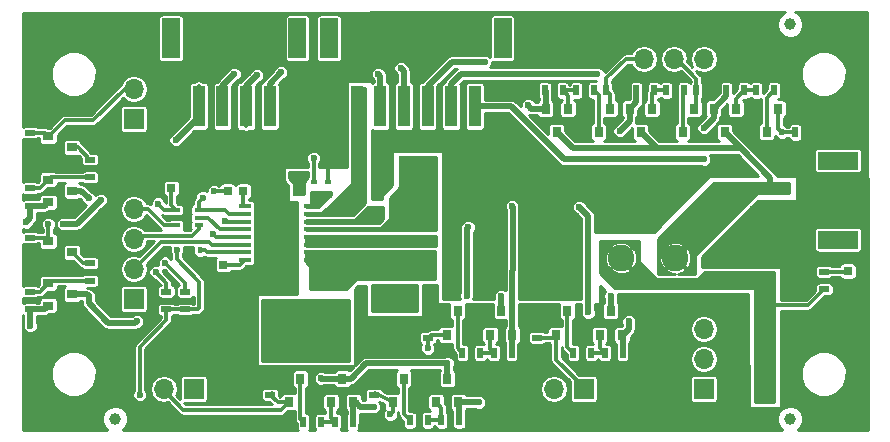
<source format=gbr>
G04 #@! TF.FileFunction,Copper,L1,Top,Signal*
%FSLAX46Y46*%
G04 Gerber Fmt 4.6, Leading zero omitted, Abs format (unit mm)*
G04 Created by KiCad (PCBNEW 4.0.7) date 05/02/18 00:14:41*
%MOMM*%
%LPD*%
G01*
G04 APERTURE LIST*
%ADD10C,0.100000*%
%ADD11C,0.600000*%
%ADD12R,0.900000X0.500000*%
%ADD13R,1.000000X3.500000*%
%ADD14R,1.500000X3.400000*%
%ADD15R,3.200000X1.600000*%
%ADD16R,0.800000X0.900000*%
%ADD17R,0.750000X0.400000*%
%ADD18R,1.950000X1.500000*%
%ADD19R,0.800000X0.750000*%
%ADD20R,1.600000X1.000000*%
%ADD21R,3.000000X1.000000*%
%ADD22R,0.750000X0.800000*%
%ADD23R,0.600000X0.400000*%
%ADD24R,0.400000X0.600000*%
%ADD25C,2.250000*%
%ADD26R,1.050000X0.450000*%
%ADD27R,1.470000X0.895000*%
%ADD28R,1.390000X1.400000*%
%ADD29R,3.360000X4.860000*%
%ADD30R,0.800000X0.800000*%
%ADD31R,3.500000X1.000000*%
%ADD32R,3.400000X1.500000*%
%ADD33R,0.500000X0.900000*%
%ADD34R,0.900000X0.800000*%
%ADD35C,1.000000*%
%ADD36R,1.700000X1.700000*%
%ADD37O,1.700000X1.700000*%
%ADD38C,0.300000*%
%ADD39C,0.500000*%
%ADD40C,0.250000*%
G04 APERTURE END LIST*
D10*
D11*
X29004000Y18166000D03*
X34754000Y16366000D03*
X9021000Y5731000D03*
X16768000Y12335000D03*
X16768000Y11446000D03*
X16768000Y10557000D03*
X16768000Y9668000D03*
X17657000Y9668000D03*
X17657000Y10557000D03*
X17657000Y11446000D03*
X17657000Y12335000D03*
X19435000Y12335000D03*
X18546000Y12335000D03*
X18546000Y11446000D03*
X18546000Y10557000D03*
X18546000Y9668000D03*
X19435000Y9668000D03*
X19435000Y10557000D03*
X19435000Y11446000D03*
X43943000Y19764000D03*
X43943000Y18875000D03*
X43943000Y17986000D03*
X44832000Y17986000D03*
X44832000Y18875000D03*
X44832000Y19764000D03*
X45721000Y19764000D03*
X45721000Y18875000D03*
X45721000Y17986000D03*
X25842000Y25512000D03*
X25842000Y26401000D03*
X25842000Y27290000D03*
X24953000Y27290000D03*
X24953000Y26401000D03*
X24953000Y25512000D03*
X24064000Y25512000D03*
X24064000Y26401000D03*
X24064000Y27290000D03*
X69304000Y19640000D03*
X68415000Y19640000D03*
X68415000Y18751000D03*
X69304000Y18751000D03*
X70193000Y19640000D03*
X70193000Y18751000D03*
X52776000Y2851000D03*
X52776000Y3740000D03*
X52776000Y4629000D03*
X68415000Y20529000D03*
X69304000Y20529000D03*
X70193000Y20529000D03*
X51887000Y4629000D03*
X51887000Y3740000D03*
X51887000Y2851000D03*
X50998000Y2851000D03*
X50998000Y3740000D03*
X50998000Y4629000D03*
X66252000Y9856000D03*
X66252000Y8967000D03*
X67141000Y8967000D03*
X67141000Y9856000D03*
X70697000Y9856000D03*
X69808000Y9856000D03*
X68919000Y9856000D03*
X68030000Y9856000D03*
X68030000Y8967000D03*
X70697000Y8967000D03*
X68919000Y8967000D03*
X69808000Y8967000D03*
X43601000Y1944000D03*
X42712000Y1944000D03*
X65351000Y23805000D03*
X44490000Y1944000D03*
X66240000Y23805000D03*
X66240000Y22916000D03*
X65351000Y22916000D03*
X41823000Y1944000D03*
X40473000Y5183000D03*
X41362000Y5183000D03*
X42251000Y5183000D03*
X43140000Y5183000D03*
X39584000Y5183000D03*
X40934000Y1944000D03*
X33384000Y9505000D03*
X33384000Y8616000D03*
X32495000Y8616000D03*
X32495000Y9505000D03*
X40045000Y1944000D03*
X38695000Y5183000D03*
X49791000Y20856000D03*
X49791000Y19967000D03*
X49791000Y19078000D03*
X49791000Y18189000D03*
X50680000Y18189000D03*
X50680000Y19078000D03*
X50680000Y19967000D03*
X50680000Y20856000D03*
X36836000Y20556000D03*
X53347000Y20856000D03*
X52458000Y20856000D03*
X51569000Y20856000D03*
X51569000Y19967000D03*
X51569000Y19078000D03*
X51569000Y18189000D03*
X52458000Y18189000D03*
X53347000Y18189000D03*
X36836000Y17889000D03*
X36836000Y18778000D03*
X36836000Y19667000D03*
X53347000Y19078000D03*
X52458000Y19078000D03*
X52458000Y19967000D03*
X53347000Y19967000D03*
X47097000Y32072000D03*
X46208000Y32072000D03*
X36258000Y34083000D03*
X37147000Y34083000D03*
X47986000Y32072000D03*
X38036000Y34083000D03*
X38036000Y33194000D03*
X37147000Y33194000D03*
X36258000Y33194000D03*
X35369000Y33194000D03*
X35369000Y34083000D03*
X45319000Y32072000D03*
X45319000Y32961000D03*
X46208000Y32961000D03*
X47097000Y32961000D03*
X47986000Y32961000D03*
X44430000Y32961000D03*
X44430000Y32072000D03*
X34480000Y34083000D03*
X34480000Y33194000D03*
X33591000Y33194000D03*
X33591000Y34083000D03*
X43541000Y32072000D03*
X43541000Y32961000D03*
X29245000Y9638000D03*
X29245000Y8749000D03*
X29245000Y7860000D03*
X29245000Y6971000D03*
X61390000Y1338000D03*
X60501000Y1338000D03*
X59612000Y1338000D03*
X58723000Y1338000D03*
X62473000Y17049000D03*
X62473000Y16160000D03*
X62473000Y15271000D03*
X63362000Y15271000D03*
X64251000Y15271000D03*
X65140000Y15271000D03*
X65140000Y16160000D03*
X65140000Y17049000D03*
X64251000Y16160000D03*
X63362000Y16160000D03*
X63362000Y17049000D03*
X64251000Y17049000D03*
X18531000Y7912000D03*
X17642000Y7912000D03*
X19442000Y13173000D03*
X19420000Y7912000D03*
X18553000Y13173000D03*
X16753000Y7912000D03*
X16753000Y8801000D03*
X17642000Y8801000D03*
X18531000Y8801000D03*
X19420000Y8801000D03*
X15864000Y8801000D03*
X15864000Y7912000D03*
X17664000Y13173000D03*
X16775000Y13173000D03*
X14975000Y7912000D03*
X14975000Y8801000D03*
X9621000Y33024000D03*
X9621000Y32135000D03*
X10510000Y32135000D03*
X10510000Y33024000D03*
X2666000Y27774000D03*
X1777000Y27774000D03*
X40588000Y18824000D03*
X39699000Y18824000D03*
X39699000Y17935000D03*
X2666000Y26885000D03*
X40588000Y17935000D03*
X1777000Y26885000D03*
X21086000Y20209000D03*
X20197000Y20209000D03*
X21204000Y22116000D03*
X30866000Y24080000D03*
X30866000Y23191000D03*
X6100000Y9287000D03*
X5211000Y9287000D03*
X4322000Y9287000D03*
X3433000Y9287000D03*
X14104000Y8786000D03*
X9148000Y7128000D03*
X20197000Y21098000D03*
X21086000Y21098000D03*
X30866000Y24969000D03*
X8259000Y8017000D03*
X8259000Y7128000D03*
X14104000Y7897000D03*
X2544000Y9287000D03*
X9021000Y3064000D03*
X9021000Y3953000D03*
X9021000Y4842000D03*
X22725000Y24646000D03*
X15425000Y25207000D03*
X15425000Y24318000D03*
X16075000Y32229000D03*
X16964000Y32229000D03*
X16314000Y24318000D03*
X16314000Y25207000D03*
X23614000Y24646000D03*
X27170000Y24646000D03*
X26281000Y24646000D03*
X25392000Y24646000D03*
X24503000Y24646000D03*
X17203000Y25207000D03*
X17203000Y24318000D03*
X17853000Y32229000D03*
X18742000Y32229000D03*
X19631000Y32229000D03*
X20520000Y32229000D03*
X19870000Y24318000D03*
X19870000Y25207000D03*
X18981000Y24318000D03*
X18092000Y24318000D03*
X18092000Y25207000D03*
X23454000Y6516000D03*
X21054000Y6516000D03*
X22654000Y6516000D03*
X21854000Y6516000D03*
X21854000Y7316000D03*
X23454000Y7316000D03*
X22654000Y7316000D03*
X21054000Y7316000D03*
X33954000Y16366000D03*
X31529000Y16366000D03*
X33154000Y16366000D03*
X32354000Y16366000D03*
X24129000Y21841000D03*
X23354000Y21841000D03*
X33429000Y12341000D03*
X32629000Y12366000D03*
X31834000Y12357000D03*
X31034000Y12382000D03*
X30234000Y12407000D03*
X32629000Y10766000D03*
X33429000Y10741000D03*
X32629000Y11566000D03*
X18981000Y25207000D03*
X30554000Y18166000D03*
X29754000Y18166000D03*
X29754000Y18966000D03*
X33429000Y11541000D03*
D12*
X1070800Y16641000D03*
X1070800Y15141000D03*
D13*
X38709800Y27748000D03*
X36709800Y27748000D03*
X34709800Y27748000D03*
X32709800Y27748000D03*
X30709800Y27748000D03*
X28709800Y27748000D03*
D14*
X41059800Y33498000D03*
X26359800Y33498000D03*
D15*
X33870300Y22774500D03*
X33870300Y13874500D03*
D16*
X50153800Y27559000D03*
X48253800Y27559000D03*
X49203800Y25559000D03*
X64377800Y27559000D03*
X62477800Y27559000D03*
X63427800Y25559000D03*
D17*
X15320300Y18324500D03*
X13420300Y18974500D03*
X13420300Y17674500D03*
X13420300Y18324500D03*
X15320300Y17674500D03*
X15320300Y18974500D03*
D18*
X62922800Y13008000D03*
X65672800Y13008000D03*
D19*
X17420300Y14324500D03*
X15920300Y14324500D03*
D20*
X30897800Y11308000D03*
X30897800Y8308000D03*
D21*
X22120300Y8524500D03*
X22120300Y13124500D03*
D22*
X19120300Y20574500D03*
X19120300Y22074500D03*
D19*
X23670300Y20524500D03*
X22170300Y20524500D03*
D23*
X26320300Y20424500D03*
X26320300Y21324500D03*
X25070300Y21324500D03*
X25070300Y20424500D03*
D24*
X14520300Y15574500D03*
X15420300Y15574500D03*
D25*
X51097800Y14908000D03*
X55697800Y14908000D03*
D26*
X24795300Y14749500D03*
X24795300Y15399500D03*
X24795300Y16049500D03*
X24795300Y16699500D03*
X24795300Y17349500D03*
X24795300Y17999500D03*
X24795300Y18649500D03*
X24795300Y19299500D03*
X19245300Y19299500D03*
X19245300Y18649500D03*
X19245300Y17999500D03*
X19245300Y17349500D03*
X19245300Y16699500D03*
X19245300Y16049500D03*
X19245300Y15399500D03*
X19245300Y14749500D03*
D27*
X21285300Y18367000D03*
X21285300Y17472000D03*
X21285300Y16577000D03*
X21285300Y15682000D03*
X22755300Y18367000D03*
X22755300Y17472000D03*
X22755300Y16577000D03*
X22755300Y15682000D03*
D28*
X27190300Y12930500D03*
D29*
X26270300Y8948500D03*
D28*
X25350300Y12930500D03*
D30*
X70297800Y13808000D03*
X70297800Y12208000D03*
D22*
X17770300Y20574500D03*
X17770300Y22074500D03*
D31*
X63722800Y18808000D03*
X63722800Y20808000D03*
D32*
X69472800Y16458000D03*
X69472800Y23158000D03*
D19*
X13024800Y20836000D03*
X14524800Y20836000D03*
D33*
X65852800Y25543000D03*
X67352800Y25543000D03*
X57470800Y29099000D03*
X58970800Y29099000D03*
D12*
X68297800Y13758000D03*
X68297800Y12258000D03*
X14197800Y12058000D03*
X14197800Y10558000D03*
X12597800Y12058000D03*
X12597800Y10558000D03*
D16*
X57265800Y27559000D03*
X55365800Y27559000D03*
X56315800Y25559000D03*
D34*
X2610800Y25223000D03*
X2610800Y23323000D03*
X4610800Y24273000D03*
D16*
X46597800Y27559000D03*
X44697800Y27559000D03*
X45647800Y25559000D03*
X53709800Y27559000D03*
X51809800Y27559000D03*
X52759800Y25559000D03*
D34*
X2610800Y21540000D03*
X2610800Y19640000D03*
X4610800Y20590000D03*
D16*
X60821800Y27559000D03*
X58921800Y27559000D03*
X59871800Y25559000D03*
X36315800Y8414000D03*
X38215800Y8414000D03*
X37265800Y10414000D03*
X31743800Y2699000D03*
X33643800Y2699000D03*
X32693800Y4699000D03*
X22980800Y2699000D03*
X24880800Y2699000D03*
X23930800Y4699000D03*
D12*
X1070800Y25531000D03*
X1070800Y24031000D03*
D33*
X49850800Y29099000D03*
X51350800Y29099000D03*
D12*
X21390800Y3330000D03*
X21390800Y4830000D03*
X34725800Y8156000D03*
X34725800Y9656000D03*
X30153800Y3330000D03*
X30153800Y4830000D03*
X43996800Y8156000D03*
X43996800Y9656000D03*
D35*
X8259000Y1286000D03*
X65409000Y34687000D03*
X65409000Y1286000D03*
D36*
X9833800Y26686000D03*
D37*
X9833800Y29226000D03*
D36*
X55553800Y3826000D03*
D37*
X55553800Y6366000D03*
X55553800Y8906000D03*
D36*
X63173800Y3826000D03*
D37*
X63173800Y6366000D03*
X63173800Y8906000D03*
D36*
X60633800Y3826000D03*
D37*
X60633800Y6366000D03*
X60633800Y8906000D03*
D36*
X58093800Y3826000D03*
D37*
X58093800Y6366000D03*
X58093800Y8906000D03*
D36*
X9833800Y11446000D03*
D37*
X9833800Y13986000D03*
X9833800Y16526000D03*
X9833800Y19066000D03*
D34*
X2610800Y16333000D03*
X2610800Y14433000D03*
X4610800Y15383000D03*
D16*
X35426800Y2699000D03*
X37326800Y2699000D03*
X36376800Y4699000D03*
X26536800Y2699000D03*
X28436800Y2699000D03*
X27486800Y4699000D03*
X39998800Y8414000D03*
X41898800Y8414000D03*
X40948800Y10414000D03*
D34*
X2610800Y12777000D03*
X2610800Y10877000D03*
X4610800Y11827000D03*
D16*
X45586800Y8414000D03*
X47486800Y8414000D03*
X46536800Y10414000D03*
X49269800Y8414000D03*
X51169800Y8414000D03*
X50219800Y10414000D03*
D33*
X44643800Y29099000D03*
X46143800Y29099000D03*
X47310800Y29099000D03*
X48810800Y29099000D03*
X52390800Y29099000D03*
X53890800Y29099000D03*
X54930800Y29099000D03*
X56430800Y29099000D03*
D12*
X1070800Y19332000D03*
X1070800Y20832000D03*
X6150800Y21745000D03*
X6150800Y23245000D03*
D33*
X60010800Y29099000D03*
X61510800Y29099000D03*
X62550800Y29099000D03*
X64050800Y29099000D03*
X37380800Y1159000D03*
X35880800Y1159000D03*
X34713800Y1159000D03*
X33213800Y1159000D03*
X28363800Y1032000D03*
X26863800Y1032000D03*
X25696800Y1032000D03*
X24196800Y1032000D03*
X41825800Y6874000D03*
X40325800Y6874000D03*
X39158800Y6874000D03*
X37658800Y6874000D03*
D12*
X1070800Y10569000D03*
X1070800Y12069000D03*
X6150800Y12982000D03*
X6150800Y14482000D03*
D33*
X51223800Y6874000D03*
X49723800Y6874000D03*
X48556800Y6874000D03*
X47056800Y6874000D03*
D36*
X47933800Y3826000D03*
D37*
X45393800Y3826000D03*
D13*
X21342800Y27748000D03*
X19342800Y27748000D03*
X17342800Y27748000D03*
X15342800Y27748000D03*
D14*
X23692800Y33498000D03*
X12992800Y33498000D03*
D36*
X14913800Y3826000D03*
D37*
X12373800Y3826000D03*
D36*
X60633800Y31766000D03*
D37*
X58093800Y31766000D03*
X55553800Y31766000D03*
X53013800Y31766000D03*
D11*
X30556000Y18969000D03*
X31504000Y7016000D03*
X31404000Y4866000D03*
X26322800Y22883000D03*
X22097800Y21808000D03*
X20397800Y22108000D03*
X14597800Y22008000D03*
X10087800Y9541000D03*
X25708800Y4715000D03*
X6023800Y19955000D03*
X6023800Y11700000D03*
X36376800Y5985000D03*
X40948800Y11700000D03*
X50219800Y11700000D03*
X16620300Y20574500D03*
X17570300Y18024500D03*
X11697800Y13708000D03*
X12497800Y14508000D03*
X25070300Y23374500D03*
X15670300Y20024500D03*
X16520300Y16974500D03*
X58093800Y25924000D03*
X58093800Y23257000D03*
X50981800Y25670000D03*
X49076800Y30496000D03*
X39551800Y31512000D03*
X43234800Y27829000D03*
X689800Y17923000D03*
X32439800Y31004000D03*
X7039800Y19828000D03*
X3864800Y17796000D03*
X1070800Y9160000D03*
X30534800Y30496000D03*
X30153800Y2302000D03*
X13389800Y24908000D03*
X18342800Y30496000D03*
X38154800Y17542000D03*
X38027800Y11700000D03*
X39043800Y2683000D03*
X20247800Y30369000D03*
X41854000Y19316000D03*
X47554000Y19216000D03*
X22279800Y30623000D03*
X51743800Y9541000D03*
X48314800Y10303000D03*
X64697800Y25543000D03*
X2594800Y17796000D03*
X31550800Y1667000D03*
X34725800Y7255000D03*
X10341800Y3318000D03*
X13497800Y15608000D03*
X11897800Y19508000D03*
D38*
X30153800Y4830000D02*
X31368000Y4830000D01*
X30897800Y7622200D02*
X30897800Y8308000D01*
X31504000Y7016000D02*
X30897800Y7622200D01*
X31368000Y4830000D02*
X31404000Y4866000D01*
X2610800Y23323000D02*
X1778800Y23323000D01*
X1778800Y23323000D02*
X1070800Y24031000D01*
X1070800Y15141000D02*
X1902800Y15141000D01*
X1902800Y15141000D02*
X2610800Y14433000D01*
X58970800Y29099000D02*
X58970800Y30103000D01*
X58970800Y30103000D02*
X60633800Y31766000D01*
X26320300Y21324500D02*
X26320300Y22880500D01*
X26320300Y22880500D02*
X26322800Y22883000D01*
X22755300Y18367000D02*
X22170300Y18952000D01*
X22170300Y18952000D02*
X22170300Y20524500D01*
X22170300Y20524500D02*
X22170300Y21735500D01*
X22170300Y21735500D02*
X22097800Y21808000D01*
X17770300Y22074500D02*
X19120300Y22074500D01*
X19120300Y22074500D02*
X20364300Y22074500D01*
X20364300Y22074500D02*
X20397800Y22108000D01*
X14524800Y20836000D02*
X14524800Y21935000D01*
X14524800Y21935000D02*
X14597800Y22008000D01*
X21285300Y16667000D02*
X21285300Y15772000D01*
X21285300Y15772000D02*
X21285300Y14877000D01*
X21285300Y14877000D02*
X22755300Y14877000D01*
X22755300Y16667000D02*
X22755300Y15772000D01*
X22755300Y15772000D02*
X22755300Y14877000D01*
X17770300Y22074500D02*
X17520300Y22074500D01*
X15920300Y14324500D02*
X14970300Y14324500D01*
X14520300Y14774500D02*
X14970300Y14324500D01*
X14520300Y14774500D02*
X14520300Y15574500D01*
X21285300Y16577000D02*
X21285300Y15682000D01*
X22755300Y13509500D02*
X22370300Y13124500D01*
X22755300Y16577000D02*
X22755300Y15682000D01*
X22755300Y17472000D02*
X22755300Y16577000D01*
X22755300Y18367000D02*
X22755300Y17472000D01*
X21285300Y16577000D02*
X22755300Y16577000D01*
X21285300Y17472000D02*
X21285300Y16577000D01*
X21285300Y18367000D02*
X21285300Y17472000D01*
X22755300Y18367000D02*
X21285300Y18367000D01*
X23597800Y6808000D02*
X23597800Y7047000D01*
X23597800Y7047000D02*
X22120300Y8524500D01*
X24795300Y17999500D02*
X29589300Y17999500D01*
X23597800Y6808000D02*
X25738300Y8948500D01*
X29589300Y17999500D02*
X30697800Y19108000D01*
X25738300Y8948500D02*
X26270300Y8948500D01*
X22370300Y8524500D02*
X25794300Y8524500D01*
X25794300Y8524500D02*
X26620300Y7698500D01*
X17420300Y14324500D02*
X18820300Y14324500D01*
X18820300Y14324500D02*
X19245300Y14749500D01*
X24795300Y14749500D02*
X25700300Y14749500D01*
X25675300Y14774500D02*
X25700300Y14774500D01*
X25700300Y14749500D02*
X25675300Y14774500D01*
X24795300Y15399500D02*
X24795300Y14749500D01*
X25700300Y14774500D02*
X25700300Y14994500D01*
X25700300Y14994500D02*
X25295300Y15399500D01*
X25295300Y15399500D02*
X24795300Y15399500D01*
X25070300Y20424500D02*
X26320300Y20424500D01*
X15420300Y15574500D02*
X15870300Y15574500D01*
X16045300Y15399500D02*
X19245300Y15399500D01*
X15870300Y15574500D02*
X16045300Y15399500D01*
D39*
X27486800Y4699000D02*
X25724800Y4699000D01*
X6023800Y11065000D02*
X6023800Y11700000D01*
X7674800Y9414000D02*
X6023800Y11065000D01*
X9960800Y9414000D02*
X7674800Y9414000D01*
X10087800Y9541000D02*
X9960800Y9414000D01*
X25724800Y4699000D02*
X25708800Y4715000D01*
X5388800Y20590000D02*
X4610800Y20590000D01*
X6023800Y19955000D02*
X5388800Y20590000D01*
X5896800Y11827000D02*
X4610800Y11827000D01*
X6023800Y11700000D02*
X5896800Y11827000D01*
X36376800Y5985000D02*
X29518800Y5985000D01*
X28232800Y4699000D02*
X27486800Y4699000D01*
X29518800Y5985000D02*
X28232800Y4699000D01*
X36376800Y5985000D02*
X36376800Y4699000D01*
X40948800Y11700000D02*
X40948800Y10414000D01*
X50219800Y10414000D02*
X50219800Y11700000D01*
X54101300Y24217500D02*
X46989300Y24217500D01*
X46989300Y24217500D02*
X45647800Y25559000D01*
X61213300Y24217500D02*
X54101300Y24217500D01*
X54101300Y24217500D02*
X52759800Y25559000D01*
X63722800Y20808000D02*
X63722800Y21708000D01*
X63722800Y21708000D02*
X61213300Y24217500D01*
X61213300Y24217500D02*
X59871800Y25559000D01*
X63722800Y20808000D02*
X61597800Y20808000D01*
X61597800Y20808000D02*
X55697800Y14908000D01*
D38*
X19120300Y20574500D02*
X19120300Y19424500D01*
X19120300Y19424500D02*
X19245300Y19299500D01*
X68297800Y13758000D02*
X70247800Y13758000D01*
X70247800Y13758000D02*
X70297800Y13808000D01*
X19245300Y16049500D02*
X16456300Y16049500D01*
X16456300Y16049500D02*
X16197802Y16307998D01*
X16197802Y16307998D02*
X12167798Y16307998D01*
X12167798Y16307998D02*
X9837800Y13978000D01*
X19245300Y17999500D02*
X17595300Y17999500D01*
X16620300Y20574500D02*
X17770300Y20574500D01*
X17595300Y17999500D02*
X17570300Y18024500D01*
X12597800Y12058000D02*
X12597800Y12808000D01*
X12597800Y12808000D02*
X11697800Y13708000D01*
X15320300Y17674500D02*
X15320300Y17330500D01*
X15320300Y17330500D02*
X14797800Y16808000D01*
X14797800Y16808000D02*
X10127800Y16808000D01*
X10127800Y16808000D02*
X9837800Y16518000D01*
X14197800Y12058000D02*
X14197800Y12808000D01*
X14197800Y12808000D02*
X12497800Y14508000D01*
X13420300Y17674500D02*
X12431300Y17674500D01*
X12431300Y17674500D02*
X11047800Y19058000D01*
X11047800Y19058000D02*
X9837800Y19058000D01*
X25070300Y23374500D02*
X25070300Y21324500D01*
X19245300Y16699500D02*
X16795300Y16699500D01*
X15320300Y19674500D02*
X15320300Y18974500D01*
X15670300Y20024500D02*
X15320300Y19674500D01*
X16795300Y16699500D02*
X16520300Y16974500D01*
X15320300Y18974500D02*
X17570300Y18974500D01*
X17895300Y18649500D02*
X19245300Y18649500D01*
X17570300Y18974500D02*
X17895300Y18649500D01*
X15320300Y18324500D02*
X16120300Y18324500D01*
X17095300Y17349500D02*
X19245300Y17349500D01*
X16120300Y18324500D02*
X17095300Y17349500D01*
X62922800Y10908000D02*
X66947800Y10908000D01*
X66947800Y10908000D02*
X68297800Y12258000D01*
X62922800Y13008000D02*
X62922800Y10908000D01*
X62922800Y10908000D02*
X62922800Y9153000D01*
X62922800Y9153000D02*
X63177800Y8898000D01*
X51097800Y14908000D02*
X51097800Y14708000D01*
X51097800Y14708000D02*
X52797800Y13008000D01*
X52797800Y13008000D02*
X62922800Y13008000D01*
X63177800Y6358000D02*
X63177800Y8898000D01*
X63177800Y3818000D02*
X63177800Y6358000D01*
X31620300Y11324500D02*
X30720300Y11324500D01*
X30720300Y11324500D02*
X30370300Y11674500D01*
X31620300Y11324500D02*
X31120300Y11324500D01*
D39*
X38709800Y27748000D02*
X41791800Y27748000D01*
X58921800Y26752000D02*
X58921800Y27559000D01*
X58093800Y25924000D02*
X58921800Y26752000D01*
X46282800Y23257000D02*
X58093800Y23257000D01*
X41791800Y27748000D02*
X46282800Y23257000D01*
X60010800Y29099000D02*
X60010800Y28648000D01*
X60010800Y28648000D02*
X58921800Y27559000D01*
X36709800Y27748000D02*
X36709800Y29686000D01*
X51809800Y26498000D02*
X51809800Y27559000D01*
X50981800Y25670000D02*
X51809800Y26498000D01*
X37519800Y30496000D02*
X49076800Y30496000D01*
X36709800Y29686000D02*
X37519800Y30496000D01*
X52390800Y29099000D02*
X52390800Y28140000D01*
X52390800Y28140000D02*
X51809800Y27559000D01*
X34709800Y27748000D02*
X34709800Y29464000D01*
X34709800Y29464000D02*
X36757800Y31512000D01*
X36757800Y31512000D02*
X39551800Y31512000D01*
X43234800Y27829000D02*
X43504800Y27559000D01*
X43504800Y27559000D02*
X44697800Y27559000D01*
X44697800Y27559000D02*
X44697800Y29045000D01*
X44697800Y29045000D02*
X44643800Y29099000D01*
X32709800Y27748000D02*
X32709800Y30734000D01*
X1070800Y18304000D02*
X1070800Y19332000D01*
X689800Y17923000D02*
X1070800Y18304000D01*
X32709800Y30734000D02*
X32439800Y31004000D01*
X1070800Y19332000D02*
X2302800Y19332000D01*
X2302800Y19332000D02*
X2610800Y19640000D01*
X30709800Y27748000D02*
X30709800Y30321000D01*
X7039800Y19828000D02*
X5007800Y17796000D01*
X5007800Y17796000D02*
X3864800Y17796000D01*
X1070800Y9160000D02*
X1070800Y10569000D01*
X30709800Y30321000D02*
X30534800Y30496000D01*
X1070800Y10569000D02*
X2302800Y10569000D01*
X2302800Y10569000D02*
X2610800Y10877000D01*
X15342800Y27748000D02*
X15342800Y26861000D01*
X15342800Y26861000D02*
X13389800Y24908000D01*
X29010800Y2302000D02*
X28613800Y2699000D01*
X30153800Y2302000D02*
X29010800Y2302000D01*
X28613800Y2699000D02*
X28436800Y2699000D01*
X15342800Y27748000D02*
X15086800Y27748000D01*
X15342800Y27748000D02*
X15342800Y26480000D01*
X28436800Y2495000D02*
X28436800Y2699000D01*
X15342800Y27748000D02*
X15342800Y29401000D01*
X28436800Y2699000D02*
X28436800Y1105000D01*
X28436800Y1105000D02*
X28363800Y1032000D01*
X17342800Y27748000D02*
X17342800Y29496000D01*
X17342800Y29496000D02*
X18342800Y30496000D01*
X38154800Y17542000D02*
X38027800Y17415000D01*
X38027800Y17415000D02*
X38027800Y11700000D01*
X39043800Y2683000D02*
X39027800Y2699000D01*
X39027800Y2699000D02*
X37326800Y2699000D01*
X37380800Y1159000D02*
X37380800Y2645000D01*
X37380800Y2645000D02*
X37326800Y2699000D01*
X41854000Y19316000D02*
X41915000Y19255000D01*
X41898800Y8414000D02*
X41915000Y19255000D01*
X20247800Y30369000D02*
X19342800Y29464000D01*
X19342800Y27748000D02*
X19342800Y29464000D01*
X19342800Y27748000D02*
X19342800Y26194000D01*
X41825800Y6874000D02*
X41825800Y8341000D01*
X41825800Y8341000D02*
X41898800Y8414000D01*
X48314800Y16716000D02*
X48314800Y18455200D01*
X21342800Y29686000D02*
X22279800Y30623000D01*
X21342800Y29686000D02*
X21342800Y27748000D01*
X48314800Y18455200D02*
X47554000Y19216000D01*
X51743800Y8906000D02*
X51251800Y8414000D01*
X51743800Y9541000D02*
X51743800Y8906000D01*
X48314800Y16780000D02*
X48314800Y16716000D01*
X48314800Y16716000D02*
X48314800Y10303000D01*
X51251800Y8414000D02*
X51169800Y8414000D01*
X51223800Y6874000D02*
X51223800Y8360000D01*
X51223800Y8360000D02*
X51169800Y8414000D01*
D38*
X64697800Y25543000D02*
X65852800Y25543000D01*
X64377800Y25863000D02*
X64377800Y27559000D01*
X64697800Y25543000D02*
X64377800Y25863000D01*
X58093800Y31766000D02*
X58093800Y32401000D01*
X55553800Y31766000D02*
X55807800Y31766000D01*
X55807800Y31766000D02*
X57470800Y30103000D01*
X57470800Y30103000D02*
X57470800Y29099000D01*
X57470800Y29099000D02*
X57470800Y27764000D01*
X57470800Y27764000D02*
X57265800Y27559000D01*
X53013800Y31766000D02*
X51489800Y31766000D01*
X49850800Y30127000D02*
X49850800Y29099000D01*
X51489800Y31766000D02*
X49850800Y30127000D01*
X50153800Y27559000D02*
X50153800Y28796000D01*
X50153800Y28796000D02*
X49850800Y29099000D01*
X2610800Y25223000D02*
X2655800Y25223000D01*
X2655800Y25223000D02*
X3991800Y26559000D01*
X6404800Y26559000D02*
X9071800Y29226000D01*
X3991800Y26559000D02*
X6404800Y26559000D01*
X9071800Y29226000D02*
X9833800Y29226000D01*
X1070800Y25531000D02*
X2302800Y25531000D01*
X2302800Y25531000D02*
X2610800Y25223000D01*
X1070800Y16641000D02*
X2302800Y16641000D01*
X2302800Y16641000D02*
X2610800Y16333000D01*
X2610800Y17780000D02*
X2610800Y16333000D01*
X2594800Y17796000D02*
X2610800Y17780000D01*
X22980800Y2699000D02*
X22021800Y2699000D01*
X22021800Y2699000D02*
X21390800Y3330000D01*
X12373800Y3826000D02*
X12373800Y3699000D01*
X12373800Y3699000D02*
X14024800Y2048000D01*
X22329800Y2048000D02*
X22980800Y2699000D01*
X14024800Y2048000D02*
X22329800Y2048000D01*
X21521800Y3461000D02*
X21390800Y3330000D01*
X31743800Y2699000D02*
X31743800Y1860000D01*
X31743800Y1860000D02*
X31550800Y1667000D01*
X31743800Y2699000D02*
X31743800Y2368000D01*
X31743800Y2699000D02*
X30284800Y3461000D01*
X30284800Y3461000D02*
X30153800Y3330000D01*
X34725800Y7255000D02*
X34725800Y8156000D01*
X36315800Y8414000D02*
X34983800Y8414000D01*
X34983800Y8414000D02*
X34725800Y8156000D01*
X43996800Y8156000D02*
X45328800Y8156000D01*
X45328800Y8156000D02*
X45586800Y8414000D01*
X47933800Y3826000D02*
X47933800Y3953000D01*
X47933800Y3953000D02*
X45586800Y6300000D01*
X45586800Y6300000D02*
X45586800Y8414000D01*
X28709800Y27748000D02*
X28709800Y21305000D01*
X26054300Y18649500D02*
X24795300Y18649500D01*
X28709800Y21305000D02*
X26054300Y18649500D01*
X12597800Y9638000D02*
X12597800Y10558000D01*
X10341800Y7382000D02*
X12597800Y9638000D01*
X10341800Y3318000D02*
X10341800Y7382000D01*
X12597800Y10408000D02*
X12597800Y10558000D01*
X14197800Y10558000D02*
X15247800Y10558000D01*
X15247800Y10558000D02*
X15397800Y10708000D01*
X15397800Y10708000D02*
X15397800Y12908000D01*
X15397800Y12908000D02*
X13497800Y14808000D01*
X13497800Y14808000D02*
X13497800Y15608000D01*
X11897800Y19508000D02*
X12431300Y18974500D01*
X12431300Y18974500D02*
X13420300Y18974500D01*
X14197800Y10558000D02*
X14247800Y10558000D01*
X12597800Y10558000D02*
X14197800Y10558000D01*
X13024800Y20836000D02*
X13024800Y19370000D01*
X13024800Y19370000D02*
X13420300Y18974500D01*
X63427800Y25559000D02*
X63427800Y28476000D01*
X63427800Y28476000D02*
X64050800Y29099000D01*
X49203800Y25559000D02*
X49203800Y28706000D01*
X49203800Y28706000D02*
X48810800Y29099000D01*
X56315800Y25559000D02*
X56315800Y28984000D01*
X56315800Y28984000D02*
X56430800Y29099000D01*
X4610800Y24273000D02*
X5122800Y24273000D01*
X5122800Y24273000D02*
X6150800Y23245000D01*
X46143800Y29099000D02*
X47310800Y29099000D01*
X46597800Y27559000D02*
X46597800Y28645000D01*
X46597800Y28645000D02*
X46143800Y29099000D01*
X53890800Y29099000D02*
X54930800Y29099000D01*
X53709800Y27559000D02*
X53709800Y28918000D01*
X53709800Y28918000D02*
X53890800Y29099000D01*
X1070800Y20832000D02*
X1902800Y20832000D01*
X1902800Y20832000D02*
X2610800Y21540000D01*
X6150800Y21745000D02*
X2815800Y21745000D01*
X2815800Y21745000D02*
X2610800Y21540000D01*
X61510800Y29099000D02*
X62550800Y29099000D01*
X60821800Y27559000D02*
X60821800Y28410000D01*
X60821800Y28410000D02*
X61510800Y29099000D01*
X37265800Y10414000D02*
X37265800Y7267000D01*
X37265800Y7267000D02*
X37658800Y6874000D01*
X32693800Y4699000D02*
X32693800Y1679000D01*
X32693800Y1679000D02*
X33213800Y1159000D01*
X23930800Y4699000D02*
X23930800Y1298000D01*
X23930800Y1298000D02*
X24196800Y1032000D01*
X6150800Y14482000D02*
X5511800Y14482000D01*
X5511800Y14482000D02*
X4610800Y15383000D01*
X35880800Y1159000D02*
X34713800Y1159000D01*
X35880800Y1159000D02*
X35880800Y2245000D01*
X35880800Y2245000D02*
X35426800Y2699000D01*
X25696800Y1032000D02*
X26863800Y1032000D01*
X26536800Y2699000D02*
X26536800Y1359000D01*
X26536800Y1359000D02*
X26863800Y1032000D01*
X40325800Y6874000D02*
X39158800Y6874000D01*
X39998800Y8414000D02*
X39998800Y7201000D01*
X39998800Y7201000D02*
X40325800Y6874000D01*
X6150800Y12982000D02*
X2815800Y12982000D01*
X2815800Y12982000D02*
X2610800Y12777000D01*
X1070800Y12069000D02*
X1902800Y12069000D01*
X1902800Y12069000D02*
X2610800Y12777000D01*
X46536800Y10414000D02*
X46536800Y7394000D01*
X46536800Y7394000D02*
X47056800Y6874000D01*
X49269800Y8414000D02*
X49269800Y7328000D01*
X49269800Y7328000D02*
X49723800Y6874000D01*
X48556800Y6874000D02*
X49723800Y6874000D01*
D40*
G36*
X28015300Y6176500D02*
X20715300Y6176500D01*
X20715300Y11376500D01*
X28015300Y11376500D01*
X28015300Y6176500D01*
X28015300Y6176500D01*
G37*
X28015300Y6176500D02*
X20715300Y6176500D01*
X20715300Y11376500D01*
X28015300Y11376500D01*
X28015300Y6176500D01*
G36*
X35345300Y13099500D02*
X28670300Y13099500D01*
X28621668Y13089652D01*
X28581912Y13062888D01*
X27818524Y12299500D01*
X24795300Y12299500D01*
X24795300Y14124500D01*
X24785452Y14173132D01*
X24758688Y14212888D01*
X24395300Y14576276D01*
X24395300Y15493133D01*
X25320300Y15493133D01*
X25354138Y15499500D01*
X35345300Y15499500D01*
X35345300Y13099500D01*
X35345300Y13099500D01*
G37*
X35345300Y13099500D02*
X28670300Y13099500D01*
X28621668Y13089652D01*
X28581912Y13062888D01*
X27818524Y12299500D01*
X24795300Y12299500D01*
X24795300Y14124500D01*
X24785452Y14173132D01*
X24758688Y14212888D01*
X24395300Y14576276D01*
X24395300Y15493133D01*
X25320300Y15493133D01*
X25354138Y15499500D01*
X35345300Y15499500D01*
X35345300Y13099500D01*
G36*
X35395300Y15949500D02*
X25351741Y15949500D01*
X25320300Y15955867D01*
X24395300Y15955867D01*
X24395300Y16793133D01*
X25320300Y16793133D01*
X25354138Y16799500D01*
X35395300Y16799500D01*
X35395300Y15949500D01*
X35395300Y15949500D01*
G37*
X35395300Y15949500D02*
X25351741Y15949500D01*
X25320300Y15955867D01*
X24395300Y15955867D01*
X24395300Y16793133D01*
X25320300Y16793133D01*
X25354138Y16799500D01*
X35395300Y16799500D01*
X35395300Y15949500D01*
G36*
X35395300Y17249500D02*
X25351741Y17249500D01*
X25320300Y17255867D01*
X24395300Y17255867D01*
X24395300Y17443133D01*
X25320300Y17443133D01*
X25354138Y17449500D01*
X30720300Y17449500D01*
X30768932Y17459348D01*
X30808688Y17486112D01*
X31458688Y18136112D01*
X31486113Y18177463D01*
X31495300Y18224500D01*
X31495300Y20022724D01*
X32358688Y20886112D01*
X32386113Y20927463D01*
X32395300Y20974500D01*
X32395300Y22909966D01*
X32412326Y22908505D01*
X32459519Y22923829D01*
X32497032Y22956308D01*
X32518954Y23000822D01*
X32519747Y23061385D01*
X32428211Y23449500D01*
X35395300Y23449500D01*
X35395300Y17249500D01*
X35395300Y17249500D01*
G37*
X35395300Y17249500D02*
X25351741Y17249500D01*
X25320300Y17255867D01*
X24395300Y17255867D01*
X24395300Y17443133D01*
X25320300Y17443133D01*
X25354138Y17449500D01*
X30720300Y17449500D01*
X30768932Y17459348D01*
X30808688Y17486112D01*
X31458688Y18136112D01*
X31486113Y18177463D01*
X31495300Y18224500D01*
X31495300Y20022724D01*
X32358688Y20886112D01*
X32386113Y20927463D01*
X32395300Y20974500D01*
X32395300Y22909966D01*
X32412326Y22908505D01*
X32459519Y22923829D01*
X32497032Y22956308D01*
X32518954Y23000822D01*
X32519747Y23061385D01*
X32428211Y23449500D01*
X35395300Y23449500D01*
X35395300Y17249500D01*
G36*
X30895300Y18176276D02*
X30618524Y17899500D01*
X25351741Y17899500D01*
X25320300Y17905867D01*
X24395300Y17905867D01*
X24395300Y18093133D01*
X25320300Y18093133D01*
X25354138Y18099500D01*
X28470300Y18099500D01*
X28518932Y18109348D01*
X28558688Y18136112D01*
X29672076Y19249500D01*
X30895300Y19249500D01*
X30895300Y18176276D01*
X30895300Y18176276D01*
G37*
X30895300Y18176276D02*
X30618524Y17899500D01*
X25351741Y17899500D01*
X25320300Y17905867D01*
X24395300Y17905867D01*
X24395300Y18093133D01*
X25320300Y18093133D01*
X25354138Y18099500D01*
X28470300Y18099500D01*
X28518932Y18109348D01*
X28558688Y18136112D01*
X29672076Y19249500D01*
X30895300Y19249500D01*
X30895300Y18176276D01*
G36*
X33797800Y10458000D02*
X30011811Y10458000D01*
X30004855Y10467384D01*
X29995300Y10473025D01*
X29995300Y11698000D01*
X29995208Y11702804D01*
X29972800Y12285412D01*
X29972800Y12608000D01*
X33797800Y12608000D01*
X33797800Y10458000D01*
X33797800Y10458000D01*
G37*
X33797800Y10458000D02*
X30011811Y10458000D01*
X30004855Y10467384D01*
X29995300Y10473025D01*
X29995300Y11698000D01*
X29995208Y11702804D01*
X29972800Y12285412D01*
X29972800Y12608000D01*
X33797800Y12608000D01*
X33797800Y10458000D01*
G36*
X26495300Y20226276D02*
X25468524Y19199500D01*
X25351741Y19199500D01*
X25320300Y19205867D01*
X24395300Y19205867D01*
X24395300Y19399500D01*
X24720300Y19399500D01*
X24768932Y19409348D01*
X24809901Y19437341D01*
X24836751Y19479068D01*
X24845300Y19524500D01*
X24845300Y20499500D01*
X26495300Y20499500D01*
X26495300Y20226276D01*
X26495300Y20226276D01*
G37*
X26495300Y20226276D02*
X25468524Y19199500D01*
X25351741Y19199500D01*
X25320300Y19205867D01*
X24395300Y19205867D01*
X24395300Y19399500D01*
X24720300Y19399500D01*
X24768932Y19409348D01*
X24809901Y19437341D01*
X24836751Y19479068D01*
X24845300Y19524500D01*
X24845300Y20499500D01*
X26495300Y20499500D01*
X26495300Y20226276D01*
G36*
X52647800Y14558000D02*
X52657648Y14509368D01*
X52684412Y14469612D01*
X54034412Y13119612D01*
X54075763Y13092187D01*
X54122800Y13083000D01*
X57547800Y13083000D01*
X57596432Y13092848D01*
X57636188Y13119612D01*
X58224576Y13708000D01*
X62322800Y13708000D01*
X62371432Y13717848D01*
X62393608Y13733000D01*
X64047800Y13733000D01*
X64047800Y2733000D01*
X62447800Y2733000D01*
X62447800Y12258000D01*
X62437952Y12306632D01*
X62409959Y12347601D01*
X62368232Y12374451D01*
X62322800Y12383000D01*
X50574576Y12383000D01*
X49347800Y13609776D01*
X49347800Y13956969D01*
X50182124Y13956969D01*
X50309103Y13779919D01*
X50800837Y13563967D01*
X51337781Y13552633D01*
X51838190Y13747641D01*
X51886497Y13779919D01*
X52013476Y13956969D01*
X51097800Y14872645D01*
X50182124Y13956969D01*
X49347800Y13956969D01*
X49347800Y14668019D01*
X49742433Y14668019D01*
X49937441Y14167610D01*
X49969719Y14119303D01*
X50146769Y13992324D01*
X51062445Y14908000D01*
X51133155Y14908000D01*
X52048831Y13992324D01*
X52225881Y14119303D01*
X52441833Y14611037D01*
X52453167Y15147981D01*
X52258159Y15648390D01*
X52225881Y15696697D01*
X52048831Y15823676D01*
X51133155Y14908000D01*
X51062445Y14908000D01*
X50146769Y15823676D01*
X49969719Y15696697D01*
X49753767Y15204963D01*
X49742433Y14668019D01*
X49347800Y14668019D01*
X49347800Y15859031D01*
X50182124Y15859031D01*
X51097800Y14943355D01*
X52013476Y15859031D01*
X51886497Y16036081D01*
X51394763Y16252033D01*
X50857819Y16263367D01*
X50357410Y16068359D01*
X50309103Y16036081D01*
X50182124Y15859031D01*
X49347800Y15859031D01*
X49347800Y16358000D01*
X52647800Y16358000D01*
X52647800Y14558000D01*
X52647800Y14558000D01*
G37*
X52647800Y14558000D02*
X52657648Y14509368D01*
X52684412Y14469612D01*
X54034412Y13119612D01*
X54075763Y13092187D01*
X54122800Y13083000D01*
X57547800Y13083000D01*
X57596432Y13092848D01*
X57636188Y13119612D01*
X58224576Y13708000D01*
X62322800Y13708000D01*
X62371432Y13717848D01*
X62393608Y13733000D01*
X64047800Y13733000D01*
X64047800Y2733000D01*
X62447800Y2733000D01*
X62447800Y12258000D01*
X62437952Y12306632D01*
X62409959Y12347601D01*
X62368232Y12374451D01*
X62322800Y12383000D01*
X50574576Y12383000D01*
X49347800Y13609776D01*
X49347800Y13956969D01*
X50182124Y13956969D01*
X50309103Y13779919D01*
X50800837Y13563967D01*
X51337781Y13552633D01*
X51838190Y13747641D01*
X51886497Y13779919D01*
X52013476Y13956969D01*
X51097800Y14872645D01*
X50182124Y13956969D01*
X49347800Y13956969D01*
X49347800Y14668019D01*
X49742433Y14668019D01*
X49937441Y14167610D01*
X49969719Y14119303D01*
X50146769Y13992324D01*
X51062445Y14908000D01*
X51133155Y14908000D01*
X52048831Y13992324D01*
X52225881Y14119303D01*
X52441833Y14611037D01*
X52453167Y15147981D01*
X52258159Y15648390D01*
X52225881Y15696697D01*
X52048831Y15823676D01*
X51133155Y14908000D01*
X51062445Y14908000D01*
X50146769Y15823676D01*
X49969719Y15696697D01*
X49753767Y15204963D01*
X49742433Y14668019D01*
X49347800Y14668019D01*
X49347800Y15859031D01*
X50182124Y15859031D01*
X51097800Y14943355D01*
X52013476Y15859031D01*
X51886497Y16036081D01*
X51394763Y16252033D01*
X50857819Y16263367D01*
X50357410Y16068359D01*
X50309103Y16036081D01*
X50182124Y15859031D01*
X49347800Y15859031D01*
X49347800Y16358000D01*
X52647800Y16358000D01*
X52647800Y14558000D01*
G36*
X65322800Y20383000D02*
X62622800Y20383000D01*
X62574168Y20373152D01*
X62534412Y20346388D01*
X57409412Y15221388D01*
X57381987Y15180037D01*
X57372800Y15133000D01*
X57372800Y13558000D01*
X55951553Y13558000D01*
X56438190Y13747641D01*
X56486497Y13779919D01*
X56613476Y13956969D01*
X55697800Y14872645D01*
X54782124Y13956969D01*
X54909103Y13779919D01*
X55400837Y13563967D01*
X55683521Y13558000D01*
X54247800Y13558000D01*
X54247800Y14668019D01*
X54342433Y14668019D01*
X54537441Y14167610D01*
X54569719Y14119303D01*
X54746769Y13992324D01*
X55662445Y14908000D01*
X55733155Y14908000D01*
X56648831Y13992324D01*
X56825881Y14119303D01*
X57041833Y14611037D01*
X57053167Y15147981D01*
X56858159Y15648390D01*
X56825881Y15696697D01*
X56648831Y15823676D01*
X55733155Y14908000D01*
X55662445Y14908000D01*
X54746769Y15823676D01*
X54569719Y15696697D01*
X54353767Y15204963D01*
X54342433Y14668019D01*
X54247800Y14668019D01*
X54247800Y15859031D01*
X54782124Y15859031D01*
X55697800Y14943355D01*
X56613476Y15859031D01*
X56486497Y16036081D01*
X55994763Y16252033D01*
X55457819Y16263367D01*
X54957410Y16068359D01*
X54909103Y16036081D01*
X54782124Y15859031D01*
X54247800Y15859031D01*
X54247800Y16481224D01*
X58999576Y21233000D01*
X65322800Y21233000D01*
X65322800Y20383000D01*
X65322800Y20383000D01*
G37*
X65322800Y20383000D02*
X62622800Y20383000D01*
X62574168Y20373152D01*
X62534412Y20346388D01*
X57409412Y15221388D01*
X57381987Y15180037D01*
X57372800Y15133000D01*
X57372800Y13558000D01*
X55951553Y13558000D01*
X56438190Y13747641D01*
X56486497Y13779919D01*
X56613476Y13956969D01*
X55697800Y14872645D01*
X54782124Y13956969D01*
X54909103Y13779919D01*
X55400837Y13563967D01*
X55683521Y13558000D01*
X54247800Y13558000D01*
X54247800Y14668019D01*
X54342433Y14668019D01*
X54537441Y14167610D01*
X54569719Y14119303D01*
X54746769Y13992324D01*
X55662445Y14908000D01*
X55733155Y14908000D01*
X56648831Y13992324D01*
X56825881Y14119303D01*
X57041833Y14611037D01*
X57053167Y15147981D01*
X56858159Y15648390D01*
X56825881Y15696697D01*
X56648831Y15823676D01*
X55733155Y14908000D01*
X55662445Y14908000D01*
X54746769Y15823676D01*
X54569719Y15696697D01*
X54353767Y15204963D01*
X54342433Y14668019D01*
X54247800Y14668019D01*
X54247800Y15859031D01*
X54782124Y15859031D01*
X55697800Y14943355D01*
X56613476Y15859031D01*
X56486497Y16036081D01*
X55994763Y16252033D01*
X55457819Y16263367D01*
X54957410Y16068359D01*
X54909103Y16036081D01*
X54782124Y15859031D01*
X54247800Y15859031D01*
X54247800Y16481224D01*
X58999576Y21233000D01*
X65322800Y21233000D01*
X65322800Y20383000D01*
G36*
X24547800Y21767530D02*
X24539247Y21762026D01*
X24465040Y21653420D01*
X24445639Y21557615D01*
X24259412Y21371388D01*
X24231987Y21330037D01*
X24222800Y21283000D01*
X24222800Y20308000D01*
X23372800Y20308000D01*
X23372800Y21233000D01*
X23362952Y21281632D01*
X23336188Y21321388D01*
X22997800Y21659776D01*
X22997800Y22208000D01*
X24547800Y22208000D01*
X24547800Y21767530D01*
X24547800Y21767530D01*
G37*
X24547800Y21767530D02*
X24539247Y21762026D01*
X24465040Y21653420D01*
X24445639Y21557615D01*
X24259412Y21371388D01*
X24231987Y21330037D01*
X24222800Y21283000D01*
X24222800Y20308000D01*
X23372800Y20308000D01*
X23372800Y21233000D01*
X23362952Y21281632D01*
X23336188Y21321388D01*
X22997800Y21659776D01*
X22997800Y22208000D01*
X24547800Y22208000D01*
X24547800Y21767530D01*
G36*
X64772571Y35641285D02*
X64455828Y35325093D01*
X64284196Y34911758D01*
X64283805Y34464205D01*
X64454715Y34050571D01*
X64770907Y33733828D01*
X65184242Y33562196D01*
X65631795Y33561805D01*
X66045429Y33732715D01*
X66362172Y34048907D01*
X66533804Y34462242D01*
X66534195Y34909795D01*
X66363285Y35323429D01*
X66047093Y35640172D01*
X65840397Y35726000D01*
X71879000Y35726000D01*
X71879000Y21766000D01*
X71888848Y21717368D01*
X71916841Y21676399D01*
X71958568Y21649549D01*
X71971800Y21647059D01*
X71971800Y350000D01*
X66063746Y350000D01*
X66362172Y647907D01*
X66533804Y1061242D01*
X66534195Y1508795D01*
X66363285Y1922429D01*
X66047093Y2239172D01*
X65633758Y2410804D01*
X65186205Y2411195D01*
X64772571Y2240285D01*
X64455828Y1924093D01*
X64284196Y1510758D01*
X64283805Y1063205D01*
X64454715Y649571D01*
X64753765Y350000D01*
X28848629Y350000D01*
X28919060Y453080D01*
X28945167Y582000D01*
X28945167Y850739D01*
X28968031Y884957D01*
X29011800Y1105000D01*
X29011800Y1727000D01*
X29908783Y1727000D01*
X30028934Y1677109D01*
X30277575Y1676892D01*
X30507371Y1771842D01*
X30683340Y1947504D01*
X30778691Y2177134D01*
X30778908Y2425775D01*
X30683958Y2655571D01*
X30591058Y2748633D01*
X30603800Y2748633D01*
X30617707Y2751250D01*
X31012433Y2545094D01*
X31012433Y2249000D01*
X31035095Y2128562D01*
X31071633Y2071781D01*
X31021260Y2021496D01*
X30925909Y1791866D01*
X30925692Y1543225D01*
X31020642Y1313429D01*
X31196304Y1137460D01*
X31425934Y1042109D01*
X31674575Y1041892D01*
X31904371Y1136842D01*
X32080340Y1312504D01*
X32175691Y1542134D01*
X32175801Y1667985D01*
X32182643Y1678225D01*
X32218800Y1860000D01*
X32218800Y1679000D01*
X32254957Y1497225D01*
X32357924Y1343124D01*
X32632433Y1068615D01*
X32632433Y709000D01*
X32655095Y588562D01*
X32726274Y477947D01*
X32834880Y403740D01*
X32963800Y377633D01*
X33463800Y377633D01*
X33584238Y400295D01*
X33694853Y471474D01*
X33769060Y580080D01*
X33795167Y709000D01*
X33795167Y1609000D01*
X34132433Y1609000D01*
X34132433Y709000D01*
X34155095Y588562D01*
X34226274Y477947D01*
X34334880Y403740D01*
X34463800Y377633D01*
X34963800Y377633D01*
X35084238Y400295D01*
X35194853Y471474D01*
X35269060Y580080D01*
X35290104Y684000D01*
X35304137Y684000D01*
X35322095Y588562D01*
X35393274Y477947D01*
X35501880Y403740D01*
X35630800Y377633D01*
X36130800Y377633D01*
X36251238Y400295D01*
X36361853Y471474D01*
X36436060Y580080D01*
X36462167Y709000D01*
X36462167Y1609000D01*
X36439505Y1729438D01*
X36368326Y1840053D01*
X36355800Y1848612D01*
X36355800Y2245000D01*
X36319643Y2426775D01*
X36216676Y2580876D01*
X36158167Y2639385D01*
X36158167Y3149000D01*
X36595433Y3149000D01*
X36595433Y2249000D01*
X36618095Y2128562D01*
X36689274Y2017947D01*
X36797880Y1943740D01*
X36805800Y1942136D01*
X36805800Y1640441D01*
X36799433Y1609000D01*
X36799433Y709000D01*
X36822095Y588562D01*
X36893274Y477947D01*
X37001880Y403740D01*
X37130800Y377633D01*
X37630800Y377633D01*
X37751238Y400295D01*
X37861853Y471474D01*
X37936060Y580080D01*
X37962167Y709000D01*
X37962167Y1609000D01*
X37955800Y1642838D01*
X37955800Y2010153D01*
X37957853Y2011474D01*
X38032060Y2120080D01*
X38032854Y2124000D01*
X38760251Y2124000D01*
X38918934Y2058109D01*
X39167575Y2057892D01*
X39397371Y2152842D01*
X39573340Y2328504D01*
X39668691Y2558134D01*
X39668908Y2806775D01*
X39573958Y3036571D01*
X39398296Y3212540D01*
X39168666Y3307891D01*
X38920025Y3308108D01*
X38837478Y3274000D01*
X38032569Y3274000D01*
X37964326Y3380053D01*
X37855720Y3454260D01*
X37726800Y3480367D01*
X36926800Y3480367D01*
X36806362Y3457705D01*
X36695747Y3386526D01*
X36621540Y3277920D01*
X36595433Y3149000D01*
X36158167Y3149000D01*
X36135505Y3269438D01*
X36064326Y3380053D01*
X35955720Y3454260D01*
X35826800Y3480367D01*
X35026800Y3480367D01*
X34906362Y3457705D01*
X34795747Y3386526D01*
X34721540Y3277920D01*
X34695433Y3149000D01*
X34695433Y2249000D01*
X34718095Y2128562D01*
X34789274Y2017947D01*
X34897880Y1943740D01*
X34914536Y1940367D01*
X34463800Y1940367D01*
X34343362Y1917705D01*
X34232747Y1846526D01*
X34158540Y1737920D01*
X34132433Y1609000D01*
X33795167Y1609000D01*
X33772505Y1729438D01*
X33701326Y1840053D01*
X33592720Y1914260D01*
X33463800Y1940367D01*
X33168800Y1940367D01*
X33168800Y3849020D01*
X44218800Y3849020D01*
X44218800Y3802980D01*
X44308242Y3353327D01*
X44562950Y2972130D01*
X44944147Y2717422D01*
X45393800Y2627980D01*
X45843453Y2717422D01*
X46224650Y2972130D01*
X46479358Y3353327D01*
X46568800Y3802980D01*
X46568800Y3849020D01*
X46479358Y4298673D01*
X46224650Y4679870D01*
X45843453Y4934578D01*
X45393800Y5024020D01*
X44944147Y4934578D01*
X44562950Y4679870D01*
X44308242Y4298673D01*
X44218800Y3849020D01*
X33168800Y3849020D01*
X33168800Y3931745D01*
X33214238Y3940295D01*
X33324853Y4011474D01*
X33399060Y4120080D01*
X33425167Y4249000D01*
X33425167Y5149000D01*
X33402505Y5269438D01*
X33331326Y5380053D01*
X33287497Y5410000D01*
X35782227Y5410000D01*
X35745747Y5386526D01*
X35671540Y5277920D01*
X35645433Y5149000D01*
X35645433Y4249000D01*
X35668095Y4128562D01*
X35739274Y4017947D01*
X35847880Y3943740D01*
X35976800Y3917633D01*
X36776800Y3917633D01*
X36897238Y3940295D01*
X37007853Y4011474D01*
X37082060Y4120080D01*
X37108167Y4249000D01*
X37108167Y5149000D01*
X37085505Y5269438D01*
X37014326Y5380053D01*
X36951800Y5422775D01*
X36951800Y5739983D01*
X37001691Y5860134D01*
X37001908Y6108775D01*
X36906958Y6338571D01*
X36731296Y6514540D01*
X36501666Y6609891D01*
X36253025Y6610108D01*
X36131755Y6560000D01*
X29518800Y6560000D01*
X29298757Y6516231D01*
X29112214Y6391587D01*
X28577232Y5856605D01*
X28579000Y5866000D01*
X28579000Y12264224D01*
X28855776Y12541000D01*
X29479000Y12541000D01*
X29479000Y10066000D01*
X29488848Y10017368D01*
X29516841Y9976399D01*
X29558568Y9949549D01*
X29604000Y9941000D01*
X34204000Y9941000D01*
X34252632Y9950848D01*
X34293601Y9978841D01*
X34320451Y10020568D01*
X34329000Y10066000D01*
X34329000Y12591000D01*
X35529000Y12591000D01*
X35529000Y11116000D01*
X35538848Y11067368D01*
X35566841Y11026399D01*
X35608568Y10999549D01*
X35654000Y10991000D01*
X36560151Y10991000D01*
X36534433Y10864000D01*
X36534433Y9964000D01*
X36557095Y9843562D01*
X36628274Y9732947D01*
X36736880Y9658740D01*
X36790800Y9647821D01*
X36790800Y9180179D01*
X36715800Y9195367D01*
X35915800Y9195367D01*
X35795362Y9172705D01*
X35684747Y9101526D01*
X35610540Y8992920D01*
X35589496Y8889000D01*
X34983800Y8889000D01*
X34802025Y8852843D01*
X34647924Y8749876D01*
X34635415Y8737367D01*
X34275800Y8737367D01*
X34155362Y8714705D01*
X34044747Y8643526D01*
X33970540Y8534920D01*
X33944433Y8406000D01*
X33944433Y7906000D01*
X33967095Y7785562D01*
X34038274Y7674947D01*
X34146880Y7600740D01*
X34189076Y7592195D01*
X34100909Y7379866D01*
X34100692Y7131225D01*
X34195642Y6901429D01*
X34371304Y6725460D01*
X34600934Y6630109D01*
X34849575Y6629892D01*
X35079371Y6724842D01*
X35255340Y6900504D01*
X35350691Y7130134D01*
X35350908Y7378775D01*
X35263187Y7591076D01*
X35296238Y7597295D01*
X35406853Y7668474D01*
X35481060Y7777080D01*
X35507167Y7906000D01*
X35507167Y7939000D01*
X35589137Y7939000D01*
X35607095Y7843562D01*
X35678274Y7732947D01*
X35786880Y7658740D01*
X35915800Y7632633D01*
X36715800Y7632633D01*
X36790800Y7646745D01*
X36790800Y7267000D01*
X36826957Y7085225D01*
X36929924Y6931124D01*
X37077433Y6783615D01*
X37077433Y6424000D01*
X37100095Y6303562D01*
X37171274Y6192947D01*
X37279880Y6118740D01*
X37408800Y6092633D01*
X37908800Y6092633D01*
X38029238Y6115295D01*
X38139853Y6186474D01*
X38214060Y6295080D01*
X38240167Y6424000D01*
X38240167Y7324000D01*
X38577433Y7324000D01*
X38577433Y6424000D01*
X38600095Y6303562D01*
X38671274Y6192947D01*
X38779880Y6118740D01*
X38908800Y6092633D01*
X39408800Y6092633D01*
X39529238Y6115295D01*
X39639853Y6186474D01*
X39714060Y6295080D01*
X39735104Y6399000D01*
X39749137Y6399000D01*
X39767095Y6303562D01*
X39838274Y6192947D01*
X39946880Y6118740D01*
X40075800Y6092633D01*
X40575800Y6092633D01*
X40696238Y6115295D01*
X40806853Y6186474D01*
X40881060Y6295080D01*
X40907167Y6424000D01*
X40907167Y7324000D01*
X40884505Y7444438D01*
X40813326Y7555053D01*
X40704720Y7629260D01*
X40575800Y7655367D01*
X40519350Y7655367D01*
X40629853Y7726474D01*
X40704060Y7835080D01*
X40730167Y7964000D01*
X40730167Y8864000D01*
X40707505Y8984438D01*
X40636326Y9095053D01*
X40527720Y9169260D01*
X40398800Y9195367D01*
X39598800Y9195367D01*
X39478362Y9172705D01*
X39367747Y9101526D01*
X39293540Y8992920D01*
X39267433Y8864000D01*
X39267433Y7964000D01*
X39290095Y7843562D01*
X39361274Y7732947D01*
X39469880Y7658740D01*
X39523800Y7647821D01*
X39523800Y7632079D01*
X39408800Y7655367D01*
X38908800Y7655367D01*
X38788362Y7632705D01*
X38677747Y7561526D01*
X38603540Y7452920D01*
X38577433Y7324000D01*
X38240167Y7324000D01*
X38217505Y7444438D01*
X38146326Y7555053D01*
X38037720Y7629260D01*
X37908800Y7655367D01*
X37740800Y7655367D01*
X37740800Y9646745D01*
X37786238Y9655295D01*
X37896853Y9726474D01*
X37971060Y9835080D01*
X37997167Y9964000D01*
X37997167Y10864000D01*
X37974505Y10984438D01*
X37970282Y10991000D01*
X40243151Y10991000D01*
X40217433Y10864000D01*
X40217433Y9964000D01*
X40240095Y9843562D01*
X40311274Y9732947D01*
X40419880Y9658740D01*
X40548800Y9632633D01*
X41325621Y9632633D01*
X41324882Y9138291D01*
X41267747Y9101526D01*
X41193540Y8992920D01*
X41167433Y8864000D01*
X41167433Y7964000D01*
X41190095Y7843562D01*
X41250800Y7749224D01*
X41250800Y7355441D01*
X41244433Y7324000D01*
X41244433Y6424000D01*
X41267095Y6303562D01*
X41338274Y6192947D01*
X41446880Y6118740D01*
X41575800Y6092633D01*
X42075800Y6092633D01*
X42196238Y6115295D01*
X42306853Y6186474D01*
X42381060Y6295080D01*
X42407167Y6424000D01*
X42407167Y7324000D01*
X42400800Y7357838D01*
X42400800Y7651826D01*
X42419238Y7655295D01*
X42529853Y7726474D01*
X42604060Y7835080D01*
X42630167Y7964000D01*
X42630167Y8864000D01*
X42607505Y8984438D01*
X42536326Y9095053D01*
X42474881Y9137037D01*
X42477651Y10991000D01*
X45831151Y10991000D01*
X45805433Y10864000D01*
X45805433Y9964000D01*
X45828095Y9843562D01*
X45899274Y9732947D01*
X46007880Y9658740D01*
X46061800Y9647821D01*
X46061800Y9180179D01*
X45986800Y9195367D01*
X45186800Y9195367D01*
X45066362Y9172705D01*
X44955747Y9101526D01*
X44881540Y8992920D01*
X44855433Y8864000D01*
X44855433Y8631000D01*
X44688221Y8631000D01*
X44684326Y8637053D01*
X44575720Y8711260D01*
X44446800Y8737367D01*
X43546800Y8737367D01*
X43426362Y8714705D01*
X43315747Y8643526D01*
X43241540Y8534920D01*
X43215433Y8406000D01*
X43215433Y7906000D01*
X43238095Y7785562D01*
X43309274Y7674947D01*
X43417880Y7600740D01*
X43546800Y7574633D01*
X44446800Y7574633D01*
X44567238Y7597295D01*
X44677853Y7668474D01*
X44686412Y7681000D01*
X45025301Y7681000D01*
X45057880Y7658740D01*
X45111800Y7647821D01*
X45111800Y6300000D01*
X45147957Y6118225D01*
X45250924Y5964124D01*
X46752433Y4462615D01*
X46752433Y2976000D01*
X46775095Y2855562D01*
X46846274Y2744947D01*
X46954880Y2670740D01*
X47083800Y2644633D01*
X48783800Y2644633D01*
X48904238Y2667295D01*
X49014853Y2738474D01*
X49089060Y2847080D01*
X49115167Y2976000D01*
X49115167Y4676000D01*
X56912433Y4676000D01*
X56912433Y2976000D01*
X56935095Y2855562D01*
X57006274Y2744947D01*
X57114880Y2670740D01*
X57243800Y2644633D01*
X58943800Y2644633D01*
X59064238Y2667295D01*
X59174853Y2738474D01*
X59249060Y2847080D01*
X59275167Y2976000D01*
X59275167Y4676000D01*
X59252505Y4796438D01*
X59181326Y4907053D01*
X59072720Y4981260D01*
X58943800Y5007367D01*
X57243800Y5007367D01*
X57123362Y4984705D01*
X57012747Y4913526D01*
X56938540Y4804920D01*
X56912433Y4676000D01*
X49115167Y4676000D01*
X49092505Y4796438D01*
X49021326Y4907053D01*
X48912720Y4981260D01*
X48783800Y5007367D01*
X47551185Y5007367D01*
X46061800Y6496752D01*
X46061800Y7394000D01*
X46097957Y7212225D01*
X46200924Y7058124D01*
X46475433Y6783615D01*
X46475433Y6424000D01*
X46498095Y6303562D01*
X46569274Y6192947D01*
X46677880Y6118740D01*
X46806800Y6092633D01*
X47306800Y6092633D01*
X47427238Y6115295D01*
X47537853Y6186474D01*
X47612060Y6295080D01*
X47638167Y6424000D01*
X47638167Y7324000D01*
X47975433Y7324000D01*
X47975433Y6424000D01*
X47998095Y6303562D01*
X48069274Y6192947D01*
X48177880Y6118740D01*
X48306800Y6092633D01*
X48806800Y6092633D01*
X48927238Y6115295D01*
X49037853Y6186474D01*
X49112060Y6295080D01*
X49133104Y6399000D01*
X49147137Y6399000D01*
X49165095Y6303562D01*
X49236274Y6192947D01*
X49344880Y6118740D01*
X49473800Y6092633D01*
X49973800Y6092633D01*
X50094238Y6115295D01*
X50204853Y6186474D01*
X50279060Y6295080D01*
X50305167Y6424000D01*
X50305167Y7324000D01*
X50282505Y7444438D01*
X50211326Y7555053D01*
X50102720Y7629260D01*
X49973800Y7655367D01*
X49790350Y7655367D01*
X49900853Y7726474D01*
X49975060Y7835080D01*
X50001167Y7964000D01*
X50001167Y8864000D01*
X50438433Y8864000D01*
X50438433Y7964000D01*
X50461095Y7843562D01*
X50532274Y7732947D01*
X50640880Y7658740D01*
X50648800Y7657136D01*
X50648800Y7355441D01*
X50642433Y7324000D01*
X50642433Y6424000D01*
X50665095Y6303562D01*
X50736274Y6192947D01*
X50844880Y6118740D01*
X50973800Y6092633D01*
X51473800Y6092633D01*
X51594238Y6115295D01*
X51704853Y6186474D01*
X51779060Y6295080D01*
X51793421Y6366000D01*
X56895780Y6366000D01*
X56985222Y5916347D01*
X57239930Y5535150D01*
X57621127Y5280442D01*
X58070780Y5191000D01*
X58116820Y5191000D01*
X58566473Y5280442D01*
X58947670Y5535150D01*
X59202378Y5916347D01*
X59291820Y6366000D01*
X59202378Y6815653D01*
X58947670Y7196850D01*
X58566473Y7451558D01*
X58116820Y7541000D01*
X58070780Y7541000D01*
X57621127Y7451558D01*
X57239930Y7196850D01*
X56985222Y6815653D01*
X56895780Y6366000D01*
X51793421Y6366000D01*
X51805167Y6424000D01*
X51805167Y7324000D01*
X51798800Y7357838D01*
X51798800Y7725153D01*
X51800853Y7726474D01*
X51875060Y7835080D01*
X51901167Y7964000D01*
X51901167Y8250195D01*
X52150386Y8499414D01*
X52275031Y8685957D01*
X52285257Y8737367D01*
X52318800Y8906000D01*
X56895780Y8906000D01*
X56985222Y8456347D01*
X57239930Y8075150D01*
X57621127Y7820442D01*
X58070780Y7731000D01*
X58116820Y7731000D01*
X58566473Y7820442D01*
X58947670Y8075150D01*
X59202378Y8456347D01*
X59291820Y8906000D01*
X59202378Y9355653D01*
X58947670Y9736850D01*
X58566473Y9991558D01*
X58116820Y10081000D01*
X58070780Y10081000D01*
X57621127Y9991558D01*
X57239930Y9736850D01*
X56985222Y9355653D01*
X56895780Y8906000D01*
X52318800Y8906000D01*
X52318800Y9295983D01*
X52368691Y9416134D01*
X52368908Y9664775D01*
X52273958Y9894571D01*
X52098296Y10070540D01*
X51868666Y10165891D01*
X51620025Y10166108D01*
X51390229Y10071158D01*
X51214260Y9895496D01*
X51118909Y9665866D01*
X51118692Y9417225D01*
X51168800Y9295955D01*
X51168800Y9195367D01*
X50769800Y9195367D01*
X50649362Y9172705D01*
X50538747Y9101526D01*
X50464540Y8992920D01*
X50438433Y8864000D01*
X50001167Y8864000D01*
X49978505Y8984438D01*
X49907326Y9095053D01*
X49798720Y9169260D01*
X49669800Y9195367D01*
X48869800Y9195367D01*
X48749362Y9172705D01*
X48638747Y9101526D01*
X48564540Y8992920D01*
X48538433Y8864000D01*
X48538433Y7964000D01*
X48561095Y7843562D01*
X48632274Y7732947D01*
X48740880Y7658740D01*
X48757536Y7655367D01*
X48306800Y7655367D01*
X48186362Y7632705D01*
X48075747Y7561526D01*
X48001540Y7452920D01*
X47975433Y7324000D01*
X47638167Y7324000D01*
X47615505Y7444438D01*
X47544326Y7555053D01*
X47435720Y7629260D01*
X47306800Y7655367D01*
X47011800Y7655367D01*
X47011800Y9646745D01*
X47057238Y9655295D01*
X47167853Y9726474D01*
X47242060Y9835080D01*
X47268167Y9964000D01*
X47268167Y10864000D01*
X47245505Y10984438D01*
X47241282Y10991000D01*
X47739800Y10991000D01*
X47739800Y10548017D01*
X47689909Y10427866D01*
X47689692Y10179225D01*
X47784642Y9949429D01*
X47960304Y9773460D01*
X48189934Y9678109D01*
X48438575Y9677892D01*
X48668371Y9772842D01*
X48844340Y9948504D01*
X48939691Y10178134D01*
X48939908Y10426775D01*
X48889800Y10548045D01*
X48889800Y10991000D01*
X49204000Y10991000D01*
X49252632Y11000848D01*
X49293601Y11028841D01*
X49320451Y11070568D01*
X49329000Y11116000D01*
X49329000Y12564224D01*
X49764559Y12128665D01*
X49690260Y12054496D01*
X49594909Y11824866D01*
X49594692Y11576225D01*
X49644800Y11454955D01*
X49644800Y11137595D01*
X49588747Y11101526D01*
X49514540Y10992920D01*
X49488433Y10864000D01*
X49488433Y9964000D01*
X49511095Y9843562D01*
X49582274Y9732947D01*
X49690880Y9658740D01*
X49819800Y9632633D01*
X50619800Y9632633D01*
X50740238Y9655295D01*
X50850853Y9726474D01*
X50925060Y9835080D01*
X50951167Y9964000D01*
X50951167Y10864000D01*
X50928505Y10984438D01*
X50857326Y11095053D01*
X50794800Y11137775D01*
X50794800Y11454983D01*
X50844691Y11575134D01*
X50844908Y11823775D01*
X50837791Y11841000D01*
X61879000Y11841000D01*
X61879000Y5866000D01*
X61888848Y5817368D01*
X61916841Y5776399D01*
X61929000Y5768575D01*
X61929000Y2366000D01*
X61938848Y2317368D01*
X61966841Y2276399D01*
X62008568Y2249549D01*
X62054000Y2241000D01*
X64504000Y2241000D01*
X64552632Y2250848D01*
X64593601Y2278841D01*
X64620451Y2320568D01*
X64629000Y2366000D01*
X64629000Y4714774D01*
X66328467Y4714774D01*
X66620913Y4007000D01*
X67161951Y3465016D01*
X67869214Y3171335D01*
X68635026Y3170667D01*
X69342800Y3463113D01*
X69884784Y4004151D01*
X70178465Y4711414D01*
X70179133Y5477226D01*
X69886687Y6185000D01*
X69345649Y6726984D01*
X68638386Y7020665D01*
X67872574Y7021333D01*
X67164800Y6728887D01*
X66622816Y6187849D01*
X66329135Y5480586D01*
X66328467Y4714774D01*
X64629000Y4714774D01*
X64629000Y10433000D01*
X66947800Y10433000D01*
X67129575Y10469157D01*
X67283676Y10572124D01*
X68388185Y11676633D01*
X68747800Y11676633D01*
X68868238Y11699295D01*
X68978853Y11770474D01*
X69053060Y11879080D01*
X69079167Y12008000D01*
X69079167Y12508000D01*
X69056505Y12628438D01*
X68985326Y12739053D01*
X68876720Y12813260D01*
X68747800Y12839367D01*
X67847800Y12839367D01*
X67727362Y12816705D01*
X67616747Y12745526D01*
X67542540Y12636920D01*
X67516433Y12508000D01*
X67516433Y12148385D01*
X66751048Y11383000D01*
X64629000Y11383000D01*
X64629000Y14008000D01*
X67516433Y14008000D01*
X67516433Y13508000D01*
X67539095Y13387562D01*
X67610274Y13276947D01*
X67718880Y13202740D01*
X67847800Y13176633D01*
X68747800Y13176633D01*
X68868238Y13199295D01*
X68978853Y13270474D01*
X68987412Y13283000D01*
X69592031Y13283000D01*
X69660274Y13176947D01*
X69768880Y13102740D01*
X69897800Y13076633D01*
X70697800Y13076633D01*
X70818238Y13099295D01*
X70928853Y13170474D01*
X71003060Y13279080D01*
X71029167Y13408000D01*
X71029167Y14208000D01*
X71006505Y14328438D01*
X70935326Y14439053D01*
X70826720Y14513260D01*
X70697800Y14539367D01*
X69897800Y14539367D01*
X69777362Y14516705D01*
X69666747Y14445526D01*
X69592540Y14336920D01*
X69571496Y14233000D01*
X68989221Y14233000D01*
X68985326Y14239053D01*
X68876720Y14313260D01*
X68747800Y14339367D01*
X67847800Y14339367D01*
X67727362Y14316705D01*
X67616747Y14245526D01*
X67542540Y14136920D01*
X67516433Y14008000D01*
X64629000Y14008000D01*
X64629000Y14066000D01*
X64619152Y14114632D01*
X64591159Y14155601D01*
X64549432Y14182451D01*
X64504000Y14191000D01*
X57979000Y14191000D01*
X57979000Y15014224D01*
X60172776Y17208000D01*
X67441433Y17208000D01*
X67441433Y15708000D01*
X67464095Y15587562D01*
X67535274Y15476947D01*
X67643880Y15402740D01*
X67772800Y15376633D01*
X71172800Y15376633D01*
X71293238Y15399295D01*
X71403853Y15470474D01*
X71478060Y15579080D01*
X71504167Y15708000D01*
X71504167Y17208000D01*
X71481505Y17328438D01*
X71410326Y17439053D01*
X71301720Y17513260D01*
X71172800Y17539367D01*
X67772800Y17539367D01*
X67652362Y17516705D01*
X67541747Y17445526D01*
X67467540Y17336920D01*
X67441433Y17208000D01*
X60172776Y17208000D01*
X62705776Y19741000D01*
X65904000Y19741000D01*
X65952632Y19750848D01*
X65993601Y19778841D01*
X66020451Y19820568D01*
X66029000Y19866000D01*
X66029000Y21766000D01*
X66019152Y21814632D01*
X65991159Y21855601D01*
X65949432Y21882451D01*
X65904000Y21891000D01*
X64261399Y21891000D01*
X64254031Y21928043D01*
X64129386Y22114586D01*
X62335972Y23908000D01*
X67441433Y23908000D01*
X67441433Y22408000D01*
X67464095Y22287562D01*
X67535274Y22176947D01*
X67643880Y22102740D01*
X67772800Y22076633D01*
X71172800Y22076633D01*
X71293238Y22099295D01*
X71403853Y22170474D01*
X71478060Y22279080D01*
X71504167Y22408000D01*
X71504167Y23908000D01*
X71481505Y24028438D01*
X71410326Y24139053D01*
X71301720Y24213260D01*
X71172800Y24239367D01*
X67772800Y24239367D01*
X67652362Y24216705D01*
X67541747Y24145526D01*
X67467540Y24036920D01*
X67441433Y23908000D01*
X62335972Y23908000D01*
X61619888Y24624084D01*
X61619886Y24624087D01*
X60603167Y25640805D01*
X60603167Y26009000D01*
X60580505Y26129438D01*
X60509326Y26240053D01*
X60400720Y26314260D01*
X60271800Y26340367D01*
X59471800Y26340367D01*
X59351362Y26317705D01*
X59240747Y26246526D01*
X59166540Y26137920D01*
X59140433Y26009000D01*
X59140433Y25109000D01*
X59163095Y24988562D01*
X59234274Y24877947D01*
X59342880Y24803740D01*
X59398385Y24792500D01*
X56794811Y24792500D01*
X56836238Y24800295D01*
X56946853Y24871474D01*
X57021060Y24980080D01*
X57047167Y25109000D01*
X57047167Y25800225D01*
X57468692Y25800225D01*
X57563642Y25570429D01*
X57739304Y25394460D01*
X57968934Y25299109D01*
X58217575Y25298892D01*
X58447371Y25393842D01*
X58623340Y25569504D01*
X58673660Y25690688D01*
X59328387Y26345414D01*
X59453031Y26531957D01*
X59496800Y26752000D01*
X59496800Y26835405D01*
X59552853Y26871474D01*
X59627060Y26980080D01*
X59653167Y27109000D01*
X59653167Y27477195D01*
X60090433Y27914460D01*
X60090433Y27109000D01*
X60113095Y26988562D01*
X60184274Y26877947D01*
X60292880Y26803740D01*
X60421800Y26777633D01*
X61221800Y26777633D01*
X61342238Y26800295D01*
X61452853Y26871474D01*
X61527060Y26980080D01*
X61553167Y27109000D01*
X61553167Y28009000D01*
X61530505Y28129438D01*
X61459326Y28240053D01*
X61378697Y28295145D01*
X61401185Y28317633D01*
X61760800Y28317633D01*
X61881238Y28340295D01*
X61991853Y28411474D01*
X62030779Y28468445D01*
X62063274Y28417947D01*
X62171880Y28343740D01*
X62300800Y28317633D01*
X62800800Y28317633D01*
X62921238Y28340295D01*
X62952800Y28360605D01*
X62952800Y26326255D01*
X62907362Y26317705D01*
X62796747Y26246526D01*
X62722540Y26137920D01*
X62696433Y26009000D01*
X62696433Y25109000D01*
X62719095Y24988562D01*
X62790274Y24877947D01*
X62898880Y24803740D01*
X63027800Y24777633D01*
X63827800Y24777633D01*
X63948238Y24800295D01*
X64058853Y24871474D01*
X64133060Y24980080D01*
X64159167Y25109000D01*
X64159167Y25209940D01*
X64167642Y25189429D01*
X64343304Y25013460D01*
X64572934Y24918109D01*
X64821575Y24917892D01*
X65051371Y25012842D01*
X65106625Y25068000D01*
X65276137Y25068000D01*
X65294095Y24972562D01*
X65365274Y24861947D01*
X65473880Y24787740D01*
X65602800Y24761633D01*
X66102800Y24761633D01*
X66223238Y24784295D01*
X66333853Y24855474D01*
X66408060Y24964080D01*
X66434167Y25093000D01*
X66434167Y25993000D01*
X66411505Y26113438D01*
X66340326Y26224053D01*
X66231720Y26298260D01*
X66102800Y26324367D01*
X65602800Y26324367D01*
X65482362Y26301705D01*
X65371747Y26230526D01*
X65297540Y26121920D01*
X65276496Y26018000D01*
X65106741Y26018000D01*
X65052296Y26072540D01*
X64852800Y26155378D01*
X64852800Y26791745D01*
X64898238Y26800295D01*
X65008853Y26871474D01*
X65083060Y26980080D01*
X65109167Y27109000D01*
X65109167Y28009000D01*
X65086505Y28129438D01*
X65015326Y28240053D01*
X64906720Y28314260D01*
X64777800Y28340367D01*
X64421350Y28340367D01*
X64531853Y28411474D01*
X64606060Y28520080D01*
X64632167Y28649000D01*
X64632167Y29549000D01*
X64609505Y29669438D01*
X64538326Y29780053D01*
X64429720Y29854260D01*
X64300800Y29880367D01*
X63800800Y29880367D01*
X63680362Y29857705D01*
X63569747Y29786526D01*
X63495540Y29677920D01*
X63469433Y29549000D01*
X63469433Y29189385D01*
X63132167Y28852119D01*
X63132167Y29549000D01*
X63109505Y29669438D01*
X63038326Y29780053D01*
X62929720Y29854260D01*
X62800800Y29880367D01*
X62300800Y29880367D01*
X62180362Y29857705D01*
X62069747Y29786526D01*
X62030821Y29729555D01*
X61998326Y29780053D01*
X61889720Y29854260D01*
X61760800Y29880367D01*
X61260800Y29880367D01*
X61140362Y29857705D01*
X61029747Y29786526D01*
X60955540Y29677920D01*
X60929433Y29549000D01*
X60929433Y29189385D01*
X60592167Y28852119D01*
X60592167Y29549000D01*
X60569505Y29669438D01*
X60498326Y29780053D01*
X60389720Y29854260D01*
X60260800Y29880367D01*
X59760800Y29880367D01*
X59640362Y29857705D01*
X59529747Y29786526D01*
X59455540Y29677920D01*
X59429433Y29549000D01*
X59429433Y28879806D01*
X58889995Y28340367D01*
X58521800Y28340367D01*
X58401362Y28317705D01*
X58290747Y28246526D01*
X58216540Y28137920D01*
X58190433Y28009000D01*
X58190433Y27109000D01*
X58213095Y26988562D01*
X58264815Y26908187D01*
X57860467Y26503840D01*
X57740229Y26454158D01*
X57564260Y26278496D01*
X57468909Y26048866D01*
X57468692Y25800225D01*
X57047167Y25800225D01*
X57047167Y26009000D01*
X57024505Y26129438D01*
X56953326Y26240053D01*
X56844720Y26314260D01*
X56790800Y26325179D01*
X56790800Y26792821D01*
X56865800Y26777633D01*
X57665800Y26777633D01*
X57786238Y26800295D01*
X57896853Y26871474D01*
X57971060Y26980080D01*
X57997167Y27109000D01*
X57997167Y28009000D01*
X57974505Y28129438D01*
X57945800Y28174047D01*
X57945800Y28407579D01*
X57951853Y28411474D01*
X58026060Y28520080D01*
X58052167Y28649000D01*
X58052167Y29549000D01*
X58029505Y29669438D01*
X57958326Y29780053D01*
X57945800Y29788612D01*
X57945800Y30103000D01*
X57943459Y30114774D01*
X66328467Y30114774D01*
X66620913Y29407000D01*
X67161951Y28865016D01*
X67869214Y28571335D01*
X68635026Y28570667D01*
X69342800Y28863113D01*
X69884784Y29404151D01*
X70178465Y30111414D01*
X70179133Y30877226D01*
X69886687Y31585000D01*
X69345649Y32126984D01*
X68638386Y32420665D01*
X67872574Y32421333D01*
X67164800Y32128887D01*
X66622816Y31587849D01*
X66329135Y30880586D01*
X66328467Y30114774D01*
X57943459Y30114774D01*
X57909643Y30284775D01*
X57806676Y30438876D01*
X57475330Y30770222D01*
X57644147Y30657422D01*
X58093800Y30567980D01*
X58543453Y30657422D01*
X58924650Y30912130D01*
X59179358Y31293327D01*
X59268800Y31742980D01*
X59268800Y31789020D01*
X59179358Y32238673D01*
X58924650Y32619870D01*
X58543453Y32874578D01*
X58093800Y32964020D01*
X57644147Y32874578D01*
X57262950Y32619870D01*
X57008242Y32238673D01*
X56918800Y31789020D01*
X56918800Y31742980D01*
X57008242Y31293327D01*
X57121042Y31124510D01*
X56691266Y31554286D01*
X56728800Y31742980D01*
X56728800Y31789020D01*
X56639358Y32238673D01*
X56384650Y32619870D01*
X56003453Y32874578D01*
X55553800Y32964020D01*
X55104147Y32874578D01*
X54722950Y32619870D01*
X54468242Y32238673D01*
X54378800Y31789020D01*
X54378800Y31742980D01*
X54468242Y31293327D01*
X54722950Y30912130D01*
X55104147Y30657422D01*
X55553800Y30567980D01*
X56003453Y30657422D01*
X56148026Y30754022D01*
X56995800Y29906248D01*
X56995800Y29790421D01*
X56989747Y29786526D01*
X56950821Y29729555D01*
X56918326Y29780053D01*
X56809720Y29854260D01*
X56680800Y29880367D01*
X56180800Y29880367D01*
X56060362Y29857705D01*
X55949747Y29786526D01*
X55875540Y29677920D01*
X55849433Y29549000D01*
X55849433Y29027401D01*
X55840800Y28984000D01*
X55840800Y26326255D01*
X55795362Y26317705D01*
X55684747Y26246526D01*
X55610540Y26137920D01*
X55584433Y26009000D01*
X55584433Y25109000D01*
X55607095Y24988562D01*
X55678274Y24877947D01*
X55786880Y24803740D01*
X55842385Y24792500D01*
X54339473Y24792500D01*
X53491167Y25640805D01*
X53491167Y26009000D01*
X53468505Y26129438D01*
X53397326Y26240053D01*
X53288720Y26314260D01*
X53159800Y26340367D01*
X52359800Y26340367D01*
X52353198Y26339125D01*
X52384800Y26498000D01*
X52384800Y26835405D01*
X52440853Y26871474D01*
X52515060Y26980080D01*
X52541167Y27109000D01*
X52541167Y27477195D01*
X52797386Y27733414D01*
X52922031Y27919957D01*
X52938151Y28001000D01*
X52939742Y28009000D01*
X52978433Y28009000D01*
X52978433Y27109000D01*
X53001095Y26988562D01*
X53072274Y26877947D01*
X53180880Y26803740D01*
X53309800Y26777633D01*
X54109800Y26777633D01*
X54230238Y26800295D01*
X54340853Y26871474D01*
X54415060Y26980080D01*
X54441167Y27109000D01*
X54441167Y28009000D01*
X54418505Y28129438D01*
X54347326Y28240053D01*
X54238720Y28314260D01*
X54184800Y28325179D01*
X54184800Y28325912D01*
X54261238Y28340295D01*
X54371853Y28411474D01*
X54410779Y28468445D01*
X54443274Y28417947D01*
X54551880Y28343740D01*
X54680800Y28317633D01*
X55180800Y28317633D01*
X55301238Y28340295D01*
X55411853Y28411474D01*
X55486060Y28520080D01*
X55512167Y28649000D01*
X55512167Y29549000D01*
X55489505Y29669438D01*
X55418326Y29780053D01*
X55309720Y29854260D01*
X55180800Y29880367D01*
X54680800Y29880367D01*
X54560362Y29857705D01*
X54449747Y29786526D01*
X54410821Y29729555D01*
X54378326Y29780053D01*
X54269720Y29854260D01*
X54140800Y29880367D01*
X53640800Y29880367D01*
X53520362Y29857705D01*
X53409747Y29786526D01*
X53335540Y29677920D01*
X53309433Y29549000D01*
X53309433Y29157358D01*
X53270957Y29099775D01*
X53234800Y28918000D01*
X53234800Y28326255D01*
X53189362Y28317705D01*
X53078747Y28246526D01*
X53004540Y28137920D01*
X52978433Y28009000D01*
X52939742Y28009000D01*
X52965800Y28140000D01*
X52965800Y28617559D01*
X52972167Y28649000D01*
X52972167Y29549000D01*
X52949505Y29669438D01*
X52878326Y29780053D01*
X52769720Y29854260D01*
X52640800Y29880367D01*
X52140800Y29880367D01*
X52020362Y29857705D01*
X51909747Y29786526D01*
X51835540Y29677920D01*
X51809433Y29549000D01*
X51809433Y28649000D01*
X51815800Y28615162D01*
X51815800Y28378172D01*
X51777995Y28340367D01*
X51409800Y28340367D01*
X51289362Y28317705D01*
X51178747Y28246526D01*
X51104540Y28137920D01*
X51078433Y28009000D01*
X51078433Y27109000D01*
X51101095Y26988562D01*
X51172274Y26877947D01*
X51234800Y26835225D01*
X51234800Y26736173D01*
X50748467Y26249840D01*
X50628229Y26200158D01*
X50452260Y26024496D01*
X50356909Y25794866D01*
X50356692Y25546225D01*
X50451642Y25316429D01*
X50627304Y25140460D01*
X50856934Y25045109D01*
X51105575Y25044892D01*
X51335371Y25139842D01*
X51511340Y25315504D01*
X51561660Y25436688D01*
X52028433Y25903460D01*
X52028433Y25109000D01*
X52051095Y24988562D01*
X52122274Y24877947D01*
X52230880Y24803740D01*
X52286385Y24792500D01*
X49682811Y24792500D01*
X49724238Y24800295D01*
X49834853Y24871474D01*
X49909060Y24980080D01*
X49935167Y25109000D01*
X49935167Y26009000D01*
X49912505Y26129438D01*
X49841326Y26240053D01*
X49732720Y26314260D01*
X49678800Y26325179D01*
X49678800Y26792821D01*
X49753800Y26777633D01*
X50553800Y26777633D01*
X50674238Y26800295D01*
X50784853Y26871474D01*
X50859060Y26980080D01*
X50885167Y27109000D01*
X50885167Y28009000D01*
X50862505Y28129438D01*
X50791326Y28240053D01*
X50682720Y28314260D01*
X50628800Y28325179D01*
X50628800Y28795995D01*
X50628801Y28796000D01*
X50592643Y28977774D01*
X50592643Y28977775D01*
X50489676Y29131876D01*
X50432167Y29189385D01*
X50432167Y29549000D01*
X50409505Y29669438D01*
X50338326Y29780053D01*
X50325800Y29788612D01*
X50325800Y29930248D01*
X51686552Y31291000D01*
X51929797Y31291000D01*
X52182950Y30912130D01*
X52564147Y30657422D01*
X53013800Y30567980D01*
X53463453Y30657422D01*
X53844650Y30912130D01*
X54099358Y31293327D01*
X54188800Y31742980D01*
X54188800Y31789020D01*
X54099358Y32238673D01*
X53844650Y32619870D01*
X53463453Y32874578D01*
X53013800Y32964020D01*
X52564147Y32874578D01*
X52182950Y32619870D01*
X51929797Y32241000D01*
X51489800Y32241000D01*
X51308025Y32204843D01*
X51153924Y32101876D01*
X49693112Y30641064D01*
X49606958Y30849571D01*
X49431296Y31025540D01*
X49201666Y31120891D01*
X48953025Y31121108D01*
X48831755Y31071000D01*
X39994685Y31071000D01*
X40081340Y31157504D01*
X40176691Y31387134D01*
X40176786Y31495538D01*
X40180880Y31492740D01*
X40309800Y31466633D01*
X41809800Y31466633D01*
X41930238Y31489295D01*
X42040853Y31560474D01*
X42115060Y31669080D01*
X42141167Y31798000D01*
X42141167Y35198000D01*
X42118505Y35318438D01*
X42047326Y35429053D01*
X41938720Y35503260D01*
X41809800Y35529367D01*
X40309800Y35529367D01*
X40189362Y35506705D01*
X40078747Y35435526D01*
X40004540Y35326920D01*
X39978433Y35198000D01*
X39978433Y31969277D01*
X39906296Y32041540D01*
X39676666Y32136891D01*
X39428025Y32137108D01*
X39306755Y32087000D01*
X36757800Y32087000D01*
X36537757Y32043231D01*
X36351213Y31918586D01*
X34303214Y29870586D01*
X34275672Y29829367D01*
X34209800Y29829367D01*
X34089362Y29806705D01*
X33978747Y29735526D01*
X33904540Y29626920D01*
X33878433Y29498000D01*
X33878433Y25998000D01*
X33901095Y25877562D01*
X33972274Y25766947D01*
X34080880Y25692740D01*
X34209800Y25666633D01*
X35209800Y25666633D01*
X35330238Y25689295D01*
X35440853Y25760474D01*
X35515060Y25869080D01*
X35541167Y25998000D01*
X35541167Y29482195D01*
X36995973Y30937000D01*
X37164718Y30937000D01*
X37113214Y30902586D01*
X36303214Y30092586D01*
X36178569Y29906043D01*
X36161510Y29820281D01*
X36089362Y29806705D01*
X35978747Y29735526D01*
X35904540Y29626920D01*
X35878433Y29498000D01*
X35878433Y25998000D01*
X35901095Y25877562D01*
X35972274Y25766947D01*
X36080880Y25692740D01*
X36209800Y25666633D01*
X37209800Y25666633D01*
X37330238Y25689295D01*
X37440853Y25760474D01*
X37515060Y25869080D01*
X37541167Y25998000D01*
X37541167Y29498000D01*
X37518505Y29618438D01*
X37493801Y29656829D01*
X37757972Y29921000D01*
X48831783Y29921000D01*
X48929638Y29880367D01*
X48560800Y29880367D01*
X48440362Y29857705D01*
X48329747Y29786526D01*
X48255540Y29677920D01*
X48229433Y29549000D01*
X48229433Y28649000D01*
X48252095Y28528562D01*
X48323274Y28417947D01*
X48431880Y28343740D01*
X48560800Y28317633D01*
X48728800Y28317633D01*
X48728800Y26326255D01*
X48683362Y26317705D01*
X48572747Y26246526D01*
X48498540Y26137920D01*
X48472433Y26009000D01*
X48472433Y25109000D01*
X48495095Y24988562D01*
X48566274Y24877947D01*
X48674880Y24803740D01*
X48730385Y24792500D01*
X47227473Y24792500D01*
X46379167Y25640805D01*
X46379167Y26009000D01*
X46356505Y26129438D01*
X46285326Y26240053D01*
X46176720Y26314260D01*
X46047800Y26340367D01*
X45247800Y26340367D01*
X45127362Y26317705D01*
X45016747Y26246526D01*
X44942540Y26137920D01*
X44916433Y26009000D01*
X44916433Y25436539D01*
X43335246Y27017726D01*
X43504800Y26984000D01*
X43992031Y26984000D01*
X44060274Y26877947D01*
X44168880Y26803740D01*
X44297800Y26777633D01*
X45097800Y26777633D01*
X45218238Y26800295D01*
X45328853Y26871474D01*
X45403060Y26980080D01*
X45429167Y27109000D01*
X45429167Y28009000D01*
X45406505Y28129438D01*
X45335326Y28240053D01*
X45272800Y28282775D01*
X45272800Y29045000D01*
X45229031Y29265043D01*
X45225167Y29270826D01*
X45225167Y29549000D01*
X45562433Y29549000D01*
X45562433Y28649000D01*
X45585095Y28528562D01*
X45656274Y28417947D01*
X45764880Y28343740D01*
X45893800Y28317633D01*
X46077250Y28317633D01*
X45966747Y28246526D01*
X45892540Y28137920D01*
X45866433Y28009000D01*
X45866433Y27109000D01*
X45889095Y26988562D01*
X45960274Y26877947D01*
X46068880Y26803740D01*
X46197800Y26777633D01*
X46997800Y26777633D01*
X47118238Y26800295D01*
X47228853Y26871474D01*
X47303060Y26980080D01*
X47329167Y27109000D01*
X47329167Y28009000D01*
X47306505Y28129438D01*
X47235326Y28240053D01*
X47126720Y28314260D01*
X47110064Y28317633D01*
X47560800Y28317633D01*
X47681238Y28340295D01*
X47791853Y28411474D01*
X47866060Y28520080D01*
X47892167Y28649000D01*
X47892167Y29549000D01*
X47869505Y29669438D01*
X47798326Y29780053D01*
X47689720Y29854260D01*
X47560800Y29880367D01*
X47060800Y29880367D01*
X46940362Y29857705D01*
X46829747Y29786526D01*
X46755540Y29677920D01*
X46734496Y29574000D01*
X46720463Y29574000D01*
X46702505Y29669438D01*
X46631326Y29780053D01*
X46522720Y29854260D01*
X46393800Y29880367D01*
X45893800Y29880367D01*
X45773362Y29857705D01*
X45662747Y29786526D01*
X45588540Y29677920D01*
X45562433Y29549000D01*
X45225167Y29549000D01*
X45202505Y29669438D01*
X45131326Y29780053D01*
X45022720Y29854260D01*
X44893800Y29880367D01*
X44393800Y29880367D01*
X44273362Y29857705D01*
X44162747Y29786526D01*
X44088540Y29677920D01*
X44062433Y29549000D01*
X44062433Y28649000D01*
X44085095Y28528562D01*
X44122800Y28469967D01*
X44122800Y28282595D01*
X44066747Y28246526D01*
X43992540Y28137920D01*
X43991746Y28134000D01*
X43785027Y28134000D01*
X43764958Y28182571D01*
X43589296Y28358540D01*
X43359666Y28453891D01*
X43111025Y28454108D01*
X42881229Y28359158D01*
X42705260Y28183496D01*
X42609909Y27953866D01*
X42609725Y27743247D01*
X42198386Y28154586D01*
X42011843Y28279231D01*
X41791800Y28323000D01*
X39541167Y28323000D01*
X39541167Y29498000D01*
X39518505Y29618438D01*
X39447326Y29729053D01*
X39338720Y29803260D01*
X39209800Y29829367D01*
X38209800Y29829367D01*
X38089362Y29806705D01*
X37978747Y29735526D01*
X37904540Y29626920D01*
X37878433Y29498000D01*
X37878433Y25998000D01*
X37901095Y25877562D01*
X37972274Y25766947D01*
X38080880Y25692740D01*
X38209800Y25666633D01*
X39209800Y25666633D01*
X39330238Y25689295D01*
X39440853Y25760474D01*
X39515060Y25869080D01*
X39541167Y25998000D01*
X39541167Y27173000D01*
X41553628Y27173000D01*
X45876214Y22850414D01*
X46062757Y22725769D01*
X46282800Y22682000D01*
X57848783Y22682000D01*
X57968934Y22632109D01*
X58217575Y22631892D01*
X58447371Y22726842D01*
X58623340Y22902504D01*
X58718691Y23132134D01*
X58718908Y23380775D01*
X58623958Y23610571D01*
X58592085Y23642500D01*
X60975128Y23642500D01*
X62726628Y21891000D01*
X58654000Y21891000D01*
X58605368Y21881152D01*
X58565612Y21854388D01*
X53852224Y17141000D01*
X48889800Y17141000D01*
X48889800Y18455200D01*
X48846031Y18675243D01*
X48832056Y18696158D01*
X48721387Y18861786D01*
X48133840Y19449333D01*
X48084158Y19569571D01*
X47908496Y19745540D01*
X47678866Y19840891D01*
X47430225Y19841108D01*
X47200429Y19746158D01*
X47024460Y19570496D01*
X46929109Y19340866D01*
X46928892Y19092225D01*
X47023842Y18862429D01*
X47199504Y18686460D01*
X47320688Y18636140D01*
X47739800Y18217027D01*
X47739800Y11441000D01*
X42478324Y11441000D01*
X42489999Y19254141D01*
X42489914Y19254572D01*
X42489999Y19255000D01*
X42478995Y19310322D01*
X42479108Y19439775D01*
X42384158Y19669571D01*
X42208496Y19845540D01*
X41978866Y19940891D01*
X41730225Y19941108D01*
X41500429Y19846158D01*
X41324460Y19670496D01*
X41229109Y19440866D01*
X41228892Y19192225D01*
X41323842Y18962429D01*
X41339539Y18946705D01*
X41329462Y12203328D01*
X41303296Y12229540D01*
X41073666Y12324891D01*
X40825025Y12325108D01*
X40595229Y12230158D01*
X40419260Y12054496D01*
X40323909Y11824866D01*
X40323692Y11576225D01*
X40373800Y11454955D01*
X40373800Y11441000D01*
X38596994Y11441000D01*
X38652691Y11575134D01*
X38652908Y11823775D01*
X38602800Y11945045D01*
X38602800Y17106106D01*
X38684340Y17187504D01*
X38779691Y17417134D01*
X38779908Y17665775D01*
X38684958Y17895571D01*
X38509296Y18071540D01*
X38279666Y18166891D01*
X38031025Y18167108D01*
X37801229Y18072158D01*
X37625260Y17896496D01*
X37549734Y17714609D01*
X37496569Y17635043D01*
X37452800Y17415000D01*
X37452800Y11945017D01*
X37402909Y11824866D01*
X37402692Y11576225D01*
X37458566Y11441000D01*
X35979000Y11441000D01*
X35979000Y23866000D01*
X35969152Y23914632D01*
X35941159Y23955601D01*
X35899432Y23982451D01*
X35854000Y23991000D01*
X31854000Y23991000D01*
X31805368Y23981152D01*
X31764399Y23953159D01*
X31737549Y23911432D01*
X31729000Y23866000D01*
X31729000Y21117776D01*
X30915612Y20304388D01*
X30888187Y20263037D01*
X30879000Y20216000D01*
X30879000Y19891000D01*
X29979000Y19891000D01*
X29979000Y25762351D01*
X30080880Y25692740D01*
X30209800Y25666633D01*
X31209800Y25666633D01*
X31330238Y25689295D01*
X31440853Y25760474D01*
X31515060Y25869080D01*
X31541167Y25998000D01*
X31541167Y29498000D01*
X31518505Y29618438D01*
X31447326Y29729053D01*
X31338720Y29803260D01*
X31284800Y29814179D01*
X31284800Y30321000D01*
X31241031Y30541043D01*
X31186269Y30623000D01*
X31116386Y30727587D01*
X31114639Y30729334D01*
X31064958Y30849571D01*
X31034358Y30880225D01*
X31814692Y30880225D01*
X31909642Y30650429D01*
X32085304Y30474460D01*
X32134800Y30453907D01*
X32134800Y29815255D01*
X32089362Y29806705D01*
X31978747Y29735526D01*
X31904540Y29626920D01*
X31878433Y29498000D01*
X31878433Y25998000D01*
X31901095Y25877562D01*
X31972274Y25766947D01*
X32080880Y25692740D01*
X32209800Y25666633D01*
X33209800Y25666633D01*
X33330238Y25689295D01*
X33440853Y25760474D01*
X33515060Y25869080D01*
X33541167Y25998000D01*
X33541167Y29498000D01*
X33518505Y29618438D01*
X33447326Y29729053D01*
X33338720Y29803260D01*
X33284800Y29814179D01*
X33284800Y30734000D01*
X33241031Y30954043D01*
X33192128Y31027231D01*
X33116387Y31140586D01*
X33019639Y31237333D01*
X32969958Y31357571D01*
X32794296Y31533540D01*
X32564666Y31628891D01*
X32316025Y31629108D01*
X32086229Y31534158D01*
X31910260Y31358496D01*
X31814909Y31128866D01*
X31814692Y30880225D01*
X31034358Y30880225D01*
X30889296Y31025540D01*
X30659666Y31120891D01*
X30411025Y31121108D01*
X30181229Y31026158D01*
X30005260Y30850496D01*
X29909909Y30620866D01*
X29909692Y30372225D01*
X30004642Y30142429D01*
X30134800Y30012044D01*
X30134800Y29815255D01*
X30089362Y29806705D01*
X29979000Y29735689D01*
X29979000Y29766000D01*
X29969152Y29814632D01*
X29941159Y29855601D01*
X29899432Y29882451D01*
X29854000Y29891000D01*
X28004000Y29891000D01*
X27955368Y29881152D01*
X27914399Y29853159D01*
X27887549Y29811432D01*
X27879000Y29766000D01*
X27879000Y29500800D01*
X27878433Y29498000D01*
X27878433Y25998000D01*
X27879000Y25994987D01*
X27879000Y22641000D01*
X25545300Y22641000D01*
X25545300Y22965559D01*
X25599840Y23020004D01*
X25695191Y23249634D01*
X25695408Y23498275D01*
X25600458Y23728071D01*
X25424796Y23904040D01*
X25195166Y23999391D01*
X24946525Y23999608D01*
X24716729Y23904658D01*
X24540760Y23728996D01*
X24445409Y23499366D01*
X24445192Y23250725D01*
X24540142Y23020929D01*
X24595300Y22965675D01*
X24595300Y22641000D01*
X22704000Y22641000D01*
X22655368Y22631152D01*
X22614399Y22603159D01*
X22587549Y22561432D01*
X22579000Y22516000D01*
X22579000Y21416000D01*
X22588848Y21367368D01*
X22615612Y21327612D01*
X22929000Y21014224D01*
X22929000Y19766000D01*
X22938848Y19717368D01*
X22966841Y19676399D01*
X23008568Y19649549D01*
X23054000Y19641000D01*
X23629000Y19641000D01*
X23629000Y11891000D01*
X20354000Y11891000D01*
X20305368Y11881152D01*
X20264399Y11853159D01*
X20237549Y11811432D01*
X20229000Y11766000D01*
X20229000Y5866000D01*
X20238848Y5817368D01*
X20266841Y5776399D01*
X20308568Y5749549D01*
X20354000Y5741000D01*
X28454000Y5741000D01*
X28463564Y5742937D01*
X28110279Y5389651D01*
X28015720Y5454260D01*
X27886800Y5480367D01*
X27086800Y5480367D01*
X26966362Y5457705D01*
X26855747Y5386526D01*
X26781540Y5277920D01*
X26780746Y5274000D01*
X25992349Y5274000D01*
X25833666Y5339891D01*
X25585025Y5340108D01*
X25355229Y5245158D01*
X25179260Y5069496D01*
X25083909Y4839866D01*
X25083692Y4591225D01*
X25178642Y4361429D01*
X25354304Y4185460D01*
X25583934Y4090109D01*
X25832575Y4089892D01*
X25915122Y4124000D01*
X26781031Y4124000D01*
X26849274Y4017947D01*
X26957880Y3943740D01*
X27086800Y3917633D01*
X27886800Y3917633D01*
X28007238Y3940295D01*
X28117853Y4011474D01*
X28192060Y4120080D01*
X28192854Y4124000D01*
X28232800Y4124000D01*
X28452843Y4167769D01*
X28639386Y4292414D01*
X29756973Y5410000D01*
X32099227Y5410000D01*
X32062747Y5386526D01*
X31988540Y5277920D01*
X31962433Y5149000D01*
X31962433Y4249000D01*
X31985095Y4128562D01*
X32056274Y4017947D01*
X32164880Y3943740D01*
X32218800Y3932821D01*
X32218800Y3465179D01*
X32143800Y3480367D01*
X31343800Y3480367D01*
X31292317Y3470680D01*
X30919055Y3665625D01*
X30912505Y3700438D01*
X30841326Y3811053D01*
X30732720Y3885260D01*
X30603800Y3911367D01*
X30408639Y3911367D01*
X30395944Y3913892D01*
X30326834Y3934137D01*
X30305673Y3931848D01*
X30284800Y3936000D01*
X30214171Y3921951D01*
X30142573Y3914207D01*
X30137380Y3911367D01*
X29703800Y3911367D01*
X29583362Y3888705D01*
X29472747Y3817526D01*
X29398540Y3708920D01*
X29372433Y3580000D01*
X29372433Y3080000D01*
X29395095Y2959562D01*
X29448222Y2877000D01*
X29248973Y2877000D01*
X29168167Y2957805D01*
X29168167Y3149000D01*
X29145505Y3269438D01*
X29074326Y3380053D01*
X28965720Y3454260D01*
X28836800Y3480367D01*
X28036800Y3480367D01*
X27916362Y3457705D01*
X27805747Y3386526D01*
X27731540Y3277920D01*
X27705433Y3149000D01*
X27705433Y2249000D01*
X27728095Y2128562D01*
X27799274Y2017947D01*
X27861800Y1975225D01*
X27861800Y1688869D01*
X27808540Y1610920D01*
X27782433Y1482000D01*
X27782433Y582000D01*
X27805095Y461562D01*
X27876274Y350947D01*
X27877660Y350000D01*
X27348629Y350000D01*
X27419060Y453080D01*
X27445167Y582000D01*
X27445167Y1482000D01*
X27422505Y1602438D01*
X27351326Y1713053D01*
X27242720Y1787260D01*
X27113800Y1813367D01*
X27011800Y1813367D01*
X27011800Y1931745D01*
X27057238Y1940295D01*
X27167853Y2011474D01*
X27242060Y2120080D01*
X27268167Y2249000D01*
X27268167Y3149000D01*
X27245505Y3269438D01*
X27174326Y3380053D01*
X27065720Y3454260D01*
X26936800Y3480367D01*
X26136800Y3480367D01*
X26016362Y3457705D01*
X25905747Y3386526D01*
X25831540Y3277920D01*
X25805433Y3149000D01*
X25805433Y2249000D01*
X25828095Y2128562D01*
X25899274Y2017947D01*
X26007880Y1943740D01*
X26061800Y1932821D01*
X26061800Y1790079D01*
X25946800Y1813367D01*
X25446800Y1813367D01*
X25326362Y1790705D01*
X25215747Y1719526D01*
X25141540Y1610920D01*
X25115433Y1482000D01*
X25115433Y582000D01*
X25138095Y461562D01*
X25209274Y350947D01*
X25210660Y350000D01*
X24681629Y350000D01*
X24752060Y453080D01*
X24778167Y582000D01*
X24778167Y1482000D01*
X24755505Y1602438D01*
X24684326Y1713053D01*
X24575720Y1787260D01*
X24446800Y1813367D01*
X24405800Y1813367D01*
X24405800Y3931745D01*
X24451238Y3940295D01*
X24561853Y4011474D01*
X24636060Y4120080D01*
X24662167Y4249000D01*
X24662167Y5149000D01*
X24639505Y5269438D01*
X24568326Y5380053D01*
X24459720Y5454260D01*
X24330800Y5480367D01*
X23530800Y5480367D01*
X23410362Y5457705D01*
X23299747Y5386526D01*
X23225540Y5277920D01*
X23199433Y5149000D01*
X23199433Y4249000D01*
X23222095Y4128562D01*
X23293274Y4017947D01*
X23401880Y3943740D01*
X23455800Y3932821D01*
X23455800Y3465179D01*
X23380800Y3480367D01*
X22580800Y3480367D01*
X22460362Y3457705D01*
X22349747Y3386526D01*
X22275540Y3277920D01*
X22254496Y3174000D01*
X22218552Y3174000D01*
X22172167Y3220385D01*
X22172167Y3580000D01*
X22149505Y3700438D01*
X22078326Y3811053D01*
X21969720Y3885260D01*
X21840800Y3911367D01*
X21645639Y3911367D01*
X21521800Y3936000D01*
X21397961Y3911367D01*
X20940800Y3911367D01*
X20820362Y3888705D01*
X20709747Y3817526D01*
X20635540Y3708920D01*
X20609433Y3580000D01*
X20609433Y3080000D01*
X20632095Y2959562D01*
X20703274Y2848947D01*
X20811880Y2774740D01*
X20940800Y2748633D01*
X21300415Y2748633D01*
X21526048Y2523000D01*
X14221551Y2523000D01*
X14099918Y2644633D01*
X15763800Y2644633D01*
X15884238Y2667295D01*
X15994853Y2738474D01*
X16069060Y2847080D01*
X16095167Y2976000D01*
X16095167Y4676000D01*
X16072505Y4796438D01*
X16001326Y4907053D01*
X15892720Y4981260D01*
X15763800Y5007367D01*
X14063800Y5007367D01*
X13943362Y4984705D01*
X13832747Y4913526D01*
X13758540Y4804920D01*
X13732433Y4676000D01*
X13732433Y3012118D01*
X13432068Y3312484D01*
X13459358Y3353327D01*
X13548800Y3802980D01*
X13548800Y3849020D01*
X13459358Y4298673D01*
X13204650Y4679870D01*
X12823453Y4934578D01*
X12373800Y5024020D01*
X11924147Y4934578D01*
X11542950Y4679870D01*
X11288242Y4298673D01*
X11198800Y3849020D01*
X11198800Y3802980D01*
X11288242Y3353327D01*
X11542950Y2972130D01*
X11924147Y2717422D01*
X12373800Y2627980D01*
X12706825Y2694223D01*
X13688922Y1712127D01*
X13688924Y1712124D01*
X13843025Y1609157D01*
X13873184Y1603158D01*
X14024800Y1572999D01*
X14024805Y1573000D01*
X22329800Y1573000D01*
X22511575Y1609157D01*
X22665676Y1712124D01*
X22871185Y1917633D01*
X23380800Y1917633D01*
X23455800Y1931745D01*
X23455800Y1298000D01*
X23491957Y1116225D01*
X23594924Y962124D01*
X23615433Y941615D01*
X23615433Y582000D01*
X23638095Y461562D01*
X23709274Y350947D01*
X23710660Y350000D01*
X8913746Y350000D01*
X9212172Y647907D01*
X9383804Y1061242D01*
X9384195Y1508795D01*
X9213285Y1922429D01*
X8897093Y2239172D01*
X8483758Y2410804D01*
X8036205Y2411195D01*
X7622571Y2240285D01*
X7305828Y1924093D01*
X7134196Y1510758D01*
X7133805Y1063205D01*
X7304715Y649571D01*
X7603765Y350000D01*
X429000Y350000D01*
X429000Y4714774D01*
X2828467Y4714774D01*
X3120913Y4007000D01*
X3661951Y3465016D01*
X4369214Y3171335D01*
X5135026Y3170667D01*
X5842800Y3463113D01*
X6384784Y4004151D01*
X6678465Y4711414D01*
X6679133Y5477226D01*
X6386687Y6185000D01*
X5845649Y6726984D01*
X5138386Y7020665D01*
X4372574Y7021333D01*
X3664800Y6728887D01*
X3122816Y6187849D01*
X2829135Y5480586D01*
X2828467Y4714774D01*
X429000Y4714774D01*
X429000Y10056704D01*
X491880Y10013740D01*
X495800Y10012946D01*
X495800Y9405017D01*
X445909Y9284866D01*
X445692Y9036225D01*
X540642Y8806429D01*
X716304Y8630460D01*
X945934Y8535109D01*
X1194575Y8534892D01*
X1424371Y8629842D01*
X1600340Y8805504D01*
X1695691Y9035134D01*
X1695908Y9283775D01*
X1645800Y9405045D01*
X1645800Y9994000D01*
X2302800Y9994000D01*
X2522843Y10037769D01*
X2684272Y10145633D01*
X3060800Y10145633D01*
X3181238Y10168295D01*
X3291853Y10239474D01*
X3366060Y10348080D01*
X3392167Y10477000D01*
X3392167Y11277000D01*
X3369505Y11397438D01*
X3298326Y11508053D01*
X3189720Y11582260D01*
X3060800Y11608367D01*
X2160800Y11608367D01*
X2040362Y11585705D01*
X1929747Y11514526D01*
X1855540Y11405920D01*
X1829433Y11277000D01*
X1829433Y11144000D01*
X1552241Y11144000D01*
X1520800Y11150367D01*
X620800Y11150367D01*
X500362Y11127705D01*
X429000Y11081785D01*
X429000Y11556704D01*
X491880Y11513740D01*
X620800Y11487633D01*
X1520800Y11487633D01*
X1641238Y11510295D01*
X1751853Y11581474D01*
X1760412Y11594000D01*
X1902800Y11594000D01*
X2084575Y11630157D01*
X2238676Y11733124D01*
X2551185Y12045633D01*
X3060800Y12045633D01*
X3181238Y12068295D01*
X3291853Y12139474D01*
X3366060Y12248080D01*
X3392167Y12377000D01*
X3392167Y12507000D01*
X3995753Y12507000D01*
X3929747Y12464526D01*
X3855540Y12355920D01*
X3829433Y12227000D01*
X3829433Y11427000D01*
X3852095Y11306562D01*
X3923274Y11195947D01*
X4031880Y11121740D01*
X4160800Y11095633D01*
X5060800Y11095633D01*
X5181238Y11118295D01*
X5291853Y11189474D01*
X5334575Y11252000D01*
X5448800Y11252000D01*
X5448800Y11065000D01*
X5486195Y10877000D01*
X5492569Y10844957D01*
X5617214Y10658414D01*
X7268214Y9007413D01*
X7454757Y8882769D01*
X7674800Y8839000D01*
X9960800Y8839000D01*
X10180843Y8882769D01*
X10260943Y8936290D01*
X10441371Y9010842D01*
X10617340Y9186504D01*
X10712691Y9416134D01*
X10712908Y9664775D01*
X10617958Y9894571D01*
X10442296Y10070540D01*
X10212666Y10165891D01*
X9964025Y10166108D01*
X9734229Y10071158D01*
X9651927Y9989000D01*
X7912973Y9989000D01*
X6598800Y11303172D01*
X6598800Y11454983D01*
X6648691Y11575134D01*
X6648908Y11823775D01*
X6553958Y12053571D01*
X6378296Y12229540D01*
X6218243Y12296000D01*
X8652433Y12296000D01*
X8652433Y10596000D01*
X8675095Y10475562D01*
X8746274Y10364947D01*
X8854880Y10290740D01*
X8983800Y10264633D01*
X10683800Y10264633D01*
X10804238Y10287295D01*
X10914853Y10358474D01*
X10989060Y10467080D01*
X11015167Y10596000D01*
X11015167Y12296000D01*
X10992505Y12416438D01*
X10921326Y12527053D01*
X10812720Y12601260D01*
X10683800Y12627367D01*
X8983800Y12627367D01*
X8863362Y12604705D01*
X8752747Y12533526D01*
X8678540Y12424920D01*
X8652433Y12296000D01*
X6218243Y12296000D01*
X6196409Y12305066D01*
X6116843Y12358231D01*
X5903672Y12400633D01*
X6600800Y12400633D01*
X6721238Y12423295D01*
X6831853Y12494474D01*
X6906060Y12603080D01*
X6932167Y12732000D01*
X6932167Y13232000D01*
X6909505Y13352438D01*
X6838326Y13463053D01*
X6729720Y13537260D01*
X6600800Y13563367D01*
X5700800Y13563367D01*
X5580362Y13540705D01*
X5469747Y13469526D01*
X5461188Y13457000D01*
X3226689Y13457000D01*
X3189720Y13482260D01*
X3060800Y13508367D01*
X2160800Y13508367D01*
X2040362Y13485705D01*
X1929747Y13414526D01*
X1855540Y13305920D01*
X1829433Y13177000D01*
X1829433Y12667385D01*
X1730865Y12568817D01*
X1649720Y12624260D01*
X1520800Y12650367D01*
X620800Y12650367D01*
X500362Y12627705D01*
X429000Y12581785D01*
X429000Y16128704D01*
X491880Y16085740D01*
X620800Y16059633D01*
X1520800Y16059633D01*
X1641238Y16082295D01*
X1751853Y16153474D01*
X1760412Y16166000D01*
X1829433Y16166000D01*
X1829433Y15933000D01*
X1852095Y15812562D01*
X1923274Y15701947D01*
X2031880Y15627740D01*
X2160800Y15601633D01*
X3060800Y15601633D01*
X3181238Y15624295D01*
X3291853Y15695474D01*
X3351656Y15783000D01*
X3829433Y15783000D01*
X3829433Y14983000D01*
X3852095Y14862562D01*
X3923274Y14751947D01*
X4031880Y14677740D01*
X4160800Y14651633D01*
X4670415Y14651633D01*
X5175922Y14146127D01*
X5175924Y14146124D01*
X5330025Y14043157D01*
X5451684Y14018958D01*
X5463274Y14000947D01*
X5571880Y13926740D01*
X5700800Y13900633D01*
X6600800Y13900633D01*
X6721238Y13923295D01*
X6831853Y13994474D01*
X6906060Y14103080D01*
X6932167Y14232000D01*
X6932167Y14732000D01*
X6909505Y14852438D01*
X6838326Y14963053D01*
X6729720Y15037260D01*
X6600800Y15063367D01*
X5700800Y15063367D01*
X5617802Y15047750D01*
X5392167Y15273385D01*
X5392167Y15783000D01*
X5369505Y15903438D01*
X5298326Y16014053D01*
X5189720Y16088260D01*
X5060800Y16114367D01*
X4160800Y16114367D01*
X4040362Y16091705D01*
X3929747Y16020526D01*
X3855540Y15911920D01*
X3829433Y15783000D01*
X3351656Y15783000D01*
X3366060Y15804080D01*
X3392167Y15933000D01*
X3392167Y16733000D01*
X3369505Y16853438D01*
X3298326Y16964053D01*
X3189720Y17038260D01*
X3085800Y17059304D01*
X3085800Y17403031D01*
X3124340Y17441504D01*
X3219691Y17671134D01*
X3219908Y17919775D01*
X3124958Y18149571D01*
X2949296Y18325540D01*
X2719666Y18420891D01*
X2471025Y18421108D01*
X2241229Y18326158D01*
X2065260Y18150496D01*
X1969909Y17920866D01*
X1969692Y17672225D01*
X2064642Y17442429D01*
X2135800Y17371147D01*
X2135800Y17116000D01*
X1762221Y17116000D01*
X1758326Y17122053D01*
X1649720Y17196260D01*
X1520800Y17222367D01*
X620800Y17222367D01*
X500362Y17199705D01*
X429000Y17153785D01*
X429000Y17354554D01*
X564934Y17298109D01*
X813575Y17297892D01*
X1043371Y17392842D01*
X1219340Y17568504D01*
X1269660Y17689687D01*
X1477386Y17897413D01*
X1602031Y18083957D01*
X1610095Y18124500D01*
X1645800Y18304000D01*
X1645800Y18757000D01*
X2302800Y18757000D01*
X2522843Y18800769D01*
X2684272Y18908633D01*
X3060800Y18908633D01*
X3181238Y18931295D01*
X3291853Y19002474D01*
X3366060Y19111080D01*
X3392167Y19240000D01*
X3392167Y20040000D01*
X3369505Y20160438D01*
X3298326Y20271053D01*
X3189720Y20345260D01*
X3060800Y20371367D01*
X2160800Y20371367D01*
X2040362Y20348705D01*
X1929747Y20277526D01*
X1855540Y20168920D01*
X1829433Y20040000D01*
X1829433Y19907000D01*
X1552241Y19907000D01*
X1520800Y19913367D01*
X620800Y19913367D01*
X500362Y19890705D01*
X429000Y19844785D01*
X429000Y20319704D01*
X491880Y20276740D01*
X620800Y20250633D01*
X1520800Y20250633D01*
X1641238Y20273295D01*
X1751853Y20344474D01*
X1760412Y20357000D01*
X1902800Y20357000D01*
X2084575Y20393157D01*
X2238676Y20496124D01*
X2551185Y20808633D01*
X3060800Y20808633D01*
X3181238Y20831295D01*
X3291853Y20902474D01*
X3366060Y21011080D01*
X3392167Y21140000D01*
X3392167Y21270000D01*
X3995753Y21270000D01*
X3929747Y21227526D01*
X3855540Y21118920D01*
X3829433Y20990000D01*
X3829433Y20190000D01*
X3852095Y20069562D01*
X3923274Y19958947D01*
X4031880Y19884740D01*
X4160800Y19858633D01*
X5060800Y19858633D01*
X5181238Y19881295D01*
X5243967Y19921660D01*
X5443961Y19721667D01*
X5493642Y19601429D01*
X5669304Y19425460D01*
X5778674Y19380046D01*
X4769628Y18371000D01*
X4109817Y18371000D01*
X3989666Y18420891D01*
X3741025Y18421108D01*
X3511229Y18326158D01*
X3335260Y18150496D01*
X3239909Y17920866D01*
X3239692Y17672225D01*
X3334642Y17442429D01*
X3510304Y17266460D01*
X3739934Y17171109D01*
X3988575Y17170892D01*
X4109845Y17221000D01*
X5007800Y17221000D01*
X5227843Y17264769D01*
X5414386Y17389414D01*
X7090972Y19066000D01*
X8635780Y19066000D01*
X8725222Y18616347D01*
X8979930Y18235150D01*
X9361127Y17980442D01*
X9810780Y17891000D01*
X9856820Y17891000D01*
X10306473Y17980442D01*
X10687670Y18235150D01*
X10892439Y18541609D01*
X12095422Y17338627D01*
X12095424Y17338624D01*
X12178671Y17283000D01*
X10737015Y17283000D01*
X10687670Y17356850D01*
X10306473Y17611558D01*
X9856820Y17701000D01*
X9810780Y17701000D01*
X9361127Y17611558D01*
X8979930Y17356850D01*
X8725222Y16975653D01*
X8635780Y16526000D01*
X8725222Y16076347D01*
X8979930Y15695150D01*
X9361127Y15440442D01*
X9810780Y15351000D01*
X9856820Y15351000D01*
X10306473Y15440442D01*
X10687670Y15695150D01*
X10942378Y16076347D01*
X10993430Y16333000D01*
X11521048Y16333000D01*
X10267382Y15079334D01*
X9856820Y15161000D01*
X9810780Y15161000D01*
X9361127Y15071558D01*
X8979930Y14816850D01*
X8725222Y14435653D01*
X8635780Y13986000D01*
X8725222Y13536347D01*
X8979930Y13155150D01*
X9361127Y12900442D01*
X9810780Y12811000D01*
X9856820Y12811000D01*
X10306473Y12900442D01*
X10687670Y13155150D01*
X10942378Y13536347D01*
X11031820Y13986000D01*
X10946497Y14414945D01*
X12364550Y15832998D01*
X12914488Y15832998D01*
X12872909Y15732866D01*
X12872692Y15484225D01*
X12967642Y15254429D01*
X13022800Y15199175D01*
X13022800Y14866738D01*
X12852296Y15037540D01*
X12622666Y15132891D01*
X12374025Y15133108D01*
X12144229Y15038158D01*
X11968260Y14862496D01*
X11872909Y14632866D01*
X11872692Y14384225D01*
X11908656Y14297185D01*
X11822666Y14332891D01*
X11574025Y14333108D01*
X11344229Y14238158D01*
X11168260Y14062496D01*
X11072909Y13832866D01*
X11072692Y13584225D01*
X11167642Y13354429D01*
X11343304Y13178460D01*
X11572934Y13083109D01*
X11651007Y13083041D01*
X12103093Y12630955D01*
X12027362Y12616705D01*
X11916747Y12545526D01*
X11842540Y12436920D01*
X11816433Y12308000D01*
X11816433Y11808000D01*
X11839095Y11687562D01*
X11910274Y11576947D01*
X12018880Y11502740D01*
X12147800Y11476633D01*
X13047800Y11476633D01*
X13168238Y11499295D01*
X13278853Y11570474D01*
X13353060Y11679080D01*
X13379167Y11808000D01*
X13379167Y12308000D01*
X13356505Y12428438D01*
X13285326Y12539053D01*
X13176720Y12613260D01*
X13072800Y12634304D01*
X13072800Y12808000D01*
X13036643Y12989775D01*
X12933676Y13143876D01*
X12322841Y13754711D01*
X12322908Y13831775D01*
X12286944Y13918815D01*
X12372934Y13883109D01*
X12451007Y13883041D01*
X13703093Y12630955D01*
X13627362Y12616705D01*
X13516747Y12545526D01*
X13442540Y12436920D01*
X13416433Y12308000D01*
X13416433Y11808000D01*
X13439095Y11687562D01*
X13510274Y11576947D01*
X13618880Y11502740D01*
X13747800Y11476633D01*
X14647800Y11476633D01*
X14768238Y11499295D01*
X14878853Y11570474D01*
X14922800Y11634793D01*
X14922800Y11033000D01*
X14889221Y11033000D01*
X14885326Y11039053D01*
X14776720Y11113260D01*
X14647800Y11139367D01*
X13747800Y11139367D01*
X13627362Y11116705D01*
X13516747Y11045526D01*
X13508188Y11033000D01*
X13289221Y11033000D01*
X13285326Y11039053D01*
X13176720Y11113260D01*
X13047800Y11139367D01*
X12147800Y11139367D01*
X12027362Y11116705D01*
X11916747Y11045526D01*
X11842540Y10936920D01*
X11816433Y10808000D01*
X11816433Y10308000D01*
X11839095Y10187562D01*
X11910274Y10076947D01*
X12018880Y10002740D01*
X12122800Y9981696D01*
X12122800Y9834752D01*
X10005924Y7717876D01*
X9902957Y7563775D01*
X9866800Y7382000D01*
X9866800Y3726941D01*
X9812260Y3672496D01*
X9716909Y3442866D01*
X9716692Y3194225D01*
X9811642Y2964429D01*
X9987304Y2788460D01*
X10216934Y2693109D01*
X10465575Y2692892D01*
X10695371Y2787842D01*
X10871340Y2963504D01*
X10966691Y3193134D01*
X10966908Y3441775D01*
X10871958Y3671571D01*
X10816800Y3726825D01*
X10816800Y7185248D01*
X12933676Y9302124D01*
X12981034Y9373000D01*
X13036643Y9456225D01*
X13053506Y9541000D01*
X13072801Y9638000D01*
X13072800Y9638005D01*
X13072800Y9981337D01*
X13168238Y9999295D01*
X13278853Y10070474D01*
X13287412Y10083000D01*
X13506379Y10083000D01*
X13510274Y10076947D01*
X13618880Y10002740D01*
X13747800Y9976633D01*
X14647800Y9976633D01*
X14768238Y9999295D01*
X14878853Y10070474D01*
X14887412Y10083000D01*
X15247800Y10083000D01*
X15429575Y10119157D01*
X15583676Y10222124D01*
X15733676Y10372124D01*
X15836643Y10526225D01*
X15872800Y10708000D01*
X15872800Y12907995D01*
X15872801Y12908000D01*
X15836643Y13089774D01*
X15836643Y13089775D01*
X15733676Y13243876D01*
X13972800Y15004752D01*
X13972800Y15199059D01*
X14027340Y15253504D01*
X14122691Y15483134D01*
X14122908Y15731775D01*
X14081083Y15832998D01*
X14888933Y15832998D01*
X14888933Y15274500D01*
X14911595Y15154062D01*
X14982774Y15043447D01*
X15091380Y14969240D01*
X15220300Y14943133D01*
X15620300Y14943133D01*
X15740738Y14965795D01*
X15799370Y15003524D01*
X15863525Y14960657D01*
X16045300Y14924500D01*
X16780688Y14924500D01*
X16715040Y14828420D01*
X16688933Y14699500D01*
X16688933Y13949500D01*
X16711595Y13829062D01*
X16782774Y13718447D01*
X16891380Y13644240D01*
X17020300Y13618133D01*
X17820300Y13618133D01*
X17940738Y13640795D01*
X18051353Y13711974D01*
X18125560Y13820580D01*
X18131416Y13849500D01*
X18820300Y13849500D01*
X19002075Y13885657D01*
X19156176Y13988624D01*
X19360685Y14193133D01*
X19770300Y14193133D01*
X19890738Y14215795D01*
X20001353Y14286974D01*
X20075560Y14395580D01*
X20101667Y14524500D01*
X20101667Y14974500D01*
X20082160Y15078171D01*
X20101667Y15174500D01*
X20101667Y15624500D01*
X20082160Y15728171D01*
X20101667Y15824500D01*
X20101667Y16274500D01*
X20082160Y16378171D01*
X20101667Y16474500D01*
X20101667Y16924500D01*
X20082160Y17028171D01*
X20101667Y17124500D01*
X20101667Y17574500D01*
X20082160Y17678171D01*
X20101667Y17774500D01*
X20101667Y18224500D01*
X20082160Y18328171D01*
X20101667Y18424500D01*
X20101667Y18874500D01*
X20082160Y18978171D01*
X20101667Y19074500D01*
X20101667Y19524500D01*
X20079005Y19644938D01*
X20007826Y19755553D01*
X19899220Y19829760D01*
X19770300Y19855867D01*
X19595300Y19855867D01*
X19595300Y19861949D01*
X19615738Y19865795D01*
X19726353Y19936974D01*
X19800560Y20045580D01*
X19826667Y20174500D01*
X19826667Y20974500D01*
X19804005Y21094938D01*
X19732826Y21205553D01*
X19624220Y21279760D01*
X19495300Y21305867D01*
X18745300Y21305867D01*
X18624862Y21283205D01*
X18514247Y21212026D01*
X18444421Y21109832D01*
X18382826Y21205553D01*
X18274220Y21279760D01*
X18145300Y21305867D01*
X17395300Y21305867D01*
X17274862Y21283205D01*
X17164247Y21212026D01*
X17090040Y21103420D01*
X17079121Y21049500D01*
X17029241Y21049500D01*
X16974796Y21104040D01*
X16745166Y21199391D01*
X16496525Y21199608D01*
X16266729Y21104658D01*
X16090760Y20928996D01*
X15995409Y20699366D01*
X15995293Y20566291D01*
X15795166Y20649391D01*
X15546525Y20649608D01*
X15316729Y20554658D01*
X15140760Y20378996D01*
X15045409Y20149366D01*
X15045341Y20071293D01*
X14984424Y20010376D01*
X14881457Y19856275D01*
X14845300Y19674500D01*
X14845300Y19487051D01*
X14824862Y19483205D01*
X14714247Y19412026D01*
X14640040Y19303420D01*
X14613933Y19174500D01*
X14613933Y18774500D01*
X14636595Y18654062D01*
X14639314Y18649836D01*
X14613933Y18524500D01*
X14613933Y18124500D01*
X14636595Y18004062D01*
X14639314Y17999836D01*
X14613933Y17874500D01*
X14613933Y17474500D01*
X14636595Y17354062D01*
X14650501Y17332452D01*
X14601048Y17283000D01*
X14057801Y17283000D01*
X14100560Y17345580D01*
X14126667Y17474500D01*
X14126667Y17874500D01*
X14104005Y17994938D01*
X14032826Y18105553D01*
X13924220Y18179760D01*
X13795300Y18205867D01*
X13045300Y18205867D01*
X12924862Y18183205D01*
X12872483Y18149500D01*
X12628051Y18149500D01*
X12226529Y18551023D01*
X12249525Y18535657D01*
X12431300Y18499500D01*
X12872093Y18499500D01*
X12916380Y18469240D01*
X13045300Y18443133D01*
X13795300Y18443133D01*
X13915738Y18465795D01*
X14026353Y18536974D01*
X14100560Y18645580D01*
X14126667Y18774500D01*
X14126667Y19174500D01*
X14104005Y19294938D01*
X14032826Y19405553D01*
X13924220Y19479760D01*
X13795300Y19505867D01*
X13560684Y19505867D01*
X13499800Y19566752D01*
X13499800Y20143745D01*
X13545238Y20152295D01*
X13655853Y20223474D01*
X13730060Y20332080D01*
X13756167Y20461000D01*
X13756167Y21211000D01*
X13733505Y21331438D01*
X13662326Y21442053D01*
X13553720Y21516260D01*
X13424800Y21542367D01*
X12624800Y21542367D01*
X12504362Y21519705D01*
X12393747Y21448526D01*
X12319540Y21339920D01*
X12293433Y21211000D01*
X12293433Y20461000D01*
X12316095Y20340562D01*
X12387274Y20229947D01*
X12495880Y20155740D01*
X12549800Y20144821D01*
X12549800Y19527752D01*
X12522841Y19554711D01*
X12522908Y19631775D01*
X12427958Y19861571D01*
X12252296Y20037540D01*
X12022666Y20132891D01*
X11774025Y20133108D01*
X11544229Y20038158D01*
X11368260Y19862496D01*
X11272909Y19632866D01*
X11272765Y19467984D01*
X11229575Y19496843D01*
X11047800Y19533000D01*
X10930787Y19533000D01*
X10687670Y19896850D01*
X10306473Y20151558D01*
X9856820Y20241000D01*
X9810780Y20241000D01*
X9361127Y20151558D01*
X8979930Y19896850D01*
X8725222Y19515653D01*
X8635780Y19066000D01*
X7090972Y19066000D01*
X7273132Y19248160D01*
X7393371Y19297842D01*
X7569340Y19473504D01*
X7664691Y19703134D01*
X7664908Y19951775D01*
X7569958Y20181571D01*
X7394296Y20357540D01*
X7164666Y20452891D01*
X6916025Y20453108D01*
X6686229Y20358158D01*
X6578078Y20250196D01*
X6553958Y20308571D01*
X6378296Y20484540D01*
X6257113Y20534860D01*
X5795386Y20996586D01*
X5608843Y21121231D01*
X5598818Y21123225D01*
X5388800Y21165000D01*
X5334395Y21165000D01*
X5298326Y21221053D01*
X5226689Y21270000D01*
X5459379Y21270000D01*
X5463274Y21263947D01*
X5571880Y21189740D01*
X5700800Y21163633D01*
X6600800Y21163633D01*
X6721238Y21186295D01*
X6831853Y21257474D01*
X6906060Y21366080D01*
X6932167Y21495000D01*
X6932167Y21995000D01*
X6909505Y22115438D01*
X6838326Y22226053D01*
X6729720Y22300260D01*
X6600800Y22326367D01*
X5700800Y22326367D01*
X5580362Y22303705D01*
X5469747Y22232526D01*
X5461188Y22220000D01*
X3226689Y22220000D01*
X3189720Y22245260D01*
X3060800Y22271367D01*
X2160800Y22271367D01*
X2040362Y22248705D01*
X1929747Y22177526D01*
X1855540Y22068920D01*
X1829433Y21940000D01*
X1829433Y21430385D01*
X1730865Y21331817D01*
X1649720Y21387260D01*
X1520800Y21413367D01*
X620800Y21413367D01*
X500362Y21390705D01*
X429000Y21344785D01*
X429000Y25018704D01*
X491880Y24975740D01*
X620800Y24949633D01*
X1520800Y24949633D01*
X1641238Y24972295D01*
X1751853Y25043474D01*
X1760412Y25056000D01*
X1829433Y25056000D01*
X1829433Y24823000D01*
X1852095Y24702562D01*
X1923274Y24591947D01*
X2031880Y24517740D01*
X2160800Y24491633D01*
X3060800Y24491633D01*
X3181238Y24514295D01*
X3291853Y24585474D01*
X3351656Y24673000D01*
X3829433Y24673000D01*
X3829433Y23873000D01*
X3852095Y23752562D01*
X3923274Y23641947D01*
X4031880Y23567740D01*
X4160800Y23541633D01*
X5060800Y23541633D01*
X5163156Y23560893D01*
X5369433Y23354616D01*
X5369433Y22995000D01*
X5392095Y22874562D01*
X5463274Y22763947D01*
X5571880Y22689740D01*
X5700800Y22663633D01*
X6600800Y22663633D01*
X6721238Y22686295D01*
X6831853Y22757474D01*
X6906060Y22866080D01*
X6932167Y22995000D01*
X6932167Y23495000D01*
X6909505Y23615438D01*
X6838326Y23726053D01*
X6729720Y23800260D01*
X6600800Y23826367D01*
X6241184Y23826367D01*
X5458676Y24608876D01*
X5392167Y24653316D01*
X5392167Y24673000D01*
X5371239Y24784225D01*
X12764692Y24784225D01*
X12859642Y24554429D01*
X13035304Y24378460D01*
X13264934Y24283109D01*
X13513575Y24282892D01*
X13743371Y24377842D01*
X13919340Y24553504D01*
X13969660Y24674688D01*
X14961605Y25666633D01*
X15842800Y25666633D01*
X15963238Y25689295D01*
X16073853Y25760474D01*
X16148060Y25869080D01*
X16174167Y25998000D01*
X16174167Y29498000D01*
X16511433Y29498000D01*
X16511433Y25998000D01*
X16534095Y25877562D01*
X16605274Y25766947D01*
X16713880Y25692740D01*
X16842800Y25666633D01*
X17842800Y25666633D01*
X17963238Y25689295D01*
X18073853Y25760474D01*
X18148060Y25869080D01*
X18174167Y25998000D01*
X18174167Y29498000D01*
X18511433Y29498000D01*
X18511433Y25998000D01*
X18534095Y25877562D01*
X18605274Y25766947D01*
X18713880Y25692740D01*
X18842800Y25666633D01*
X19116974Y25666633D01*
X19122757Y25662769D01*
X19342800Y25619000D01*
X19562843Y25662769D01*
X19568626Y25666633D01*
X19842800Y25666633D01*
X19963238Y25689295D01*
X20073853Y25760474D01*
X20148060Y25869080D01*
X20174167Y25998000D01*
X20174167Y29482195D01*
X20189972Y29498000D01*
X20511433Y29498000D01*
X20511433Y25998000D01*
X20534095Y25877562D01*
X20605274Y25766947D01*
X20713880Y25692740D01*
X20842800Y25666633D01*
X21842800Y25666633D01*
X21963238Y25689295D01*
X22073853Y25760474D01*
X22148060Y25869080D01*
X22174167Y25998000D01*
X22174167Y29498000D01*
X22151505Y29618438D01*
X22126801Y29656829D01*
X22513132Y30043160D01*
X22633371Y30092842D01*
X22809340Y30268504D01*
X22904691Y30498134D01*
X22904908Y30746775D01*
X22809958Y30976571D01*
X22634296Y31152540D01*
X22404666Y31247891D01*
X22156025Y31248108D01*
X21926229Y31153158D01*
X21750260Y30977496D01*
X21699940Y30856312D01*
X20936214Y30092586D01*
X20811569Y29906043D01*
X20794510Y29820281D01*
X20722362Y29806705D01*
X20611747Y29735526D01*
X20537540Y29626920D01*
X20511433Y29498000D01*
X20189972Y29498000D01*
X20481134Y29789161D01*
X20601371Y29838842D01*
X20777340Y30014504D01*
X20872691Y30244134D01*
X20872908Y30492775D01*
X20777958Y30722571D01*
X20602296Y30898540D01*
X20372666Y30993891D01*
X20124025Y30994108D01*
X19894229Y30899158D01*
X19718260Y30723496D01*
X19667940Y30602313D01*
X18936214Y29870586D01*
X18908672Y29829367D01*
X18842800Y29829367D01*
X18722362Y29806705D01*
X18611747Y29735526D01*
X18537540Y29626920D01*
X18511433Y29498000D01*
X18174167Y29498000D01*
X18171602Y29511630D01*
X18576134Y29916161D01*
X18696371Y29965842D01*
X18872340Y30141504D01*
X18967691Y30371134D01*
X18967908Y30619775D01*
X18872958Y30849571D01*
X18697296Y31025540D01*
X18467666Y31120891D01*
X18219025Y31121108D01*
X17989229Y31026158D01*
X17813260Y30850496D01*
X17762940Y30729313D01*
X16936214Y29902586D01*
X16887290Y29829367D01*
X16842800Y29829367D01*
X16722362Y29806705D01*
X16611747Y29735526D01*
X16537540Y29626920D01*
X16511433Y29498000D01*
X16174167Y29498000D01*
X16151505Y29618438D01*
X16080326Y29729053D01*
X15971720Y29803260D01*
X15842800Y29829367D01*
X15716789Y29829367D01*
X15562843Y29932231D01*
X15342800Y29976000D01*
X15122757Y29932231D01*
X14968811Y29829367D01*
X14842800Y29829367D01*
X14722362Y29806705D01*
X14611747Y29735526D01*
X14537540Y29626920D01*
X14511433Y29498000D01*
X14511433Y26842805D01*
X13156468Y25487840D01*
X13036229Y25438158D01*
X12860260Y25262496D01*
X12764909Y25032866D01*
X12764692Y24784225D01*
X5371239Y24784225D01*
X5369505Y24793438D01*
X5298326Y24904053D01*
X5189720Y24978260D01*
X5060800Y25004367D01*
X4160800Y25004367D01*
X4040362Y24981705D01*
X3929747Y24910526D01*
X3855540Y24801920D01*
X3829433Y24673000D01*
X3351656Y24673000D01*
X3366060Y24694080D01*
X3392167Y24823000D01*
X3392167Y25287615D01*
X4188551Y26084000D01*
X6404800Y26084000D01*
X6586575Y26120157D01*
X6740676Y26223124D01*
X8053551Y27536000D01*
X8652433Y27536000D01*
X8652433Y25836000D01*
X8675095Y25715562D01*
X8746274Y25604947D01*
X8854880Y25530740D01*
X8983800Y25504633D01*
X10683800Y25504633D01*
X10804238Y25527295D01*
X10914853Y25598474D01*
X10989060Y25707080D01*
X11015167Y25836000D01*
X11015167Y27536000D01*
X10992505Y27656438D01*
X10921326Y27767053D01*
X10812720Y27841260D01*
X10683800Y27867367D01*
X8983800Y27867367D01*
X8863362Y27844705D01*
X8752747Y27773526D01*
X8678540Y27664920D01*
X8652433Y27536000D01*
X8053551Y27536000D01*
X8953002Y28435451D01*
X8979930Y28395150D01*
X9361127Y28140442D01*
X9810780Y28051000D01*
X9856820Y28051000D01*
X10306473Y28140442D01*
X10687670Y28395150D01*
X10942378Y28776347D01*
X11031820Y29226000D01*
X10942378Y29675653D01*
X10687670Y30056850D01*
X10306473Y30311558D01*
X9856820Y30401000D01*
X9810780Y30401000D01*
X9361127Y30311558D01*
X8979930Y30056850D01*
X8725222Y29675653D01*
X8694313Y29520264D01*
X6208048Y27034000D01*
X3991800Y27034000D01*
X3810025Y26997843D01*
X3655924Y26894876D01*
X3655922Y26894873D01*
X2715415Y25954367D01*
X2507736Y25954367D01*
X2484575Y25969843D01*
X2302800Y26006000D01*
X1762221Y26006000D01*
X1758326Y26012053D01*
X1649720Y26086260D01*
X1520800Y26112367D01*
X620800Y26112367D01*
X500362Y26089705D01*
X429000Y26043785D01*
X429000Y30114774D01*
X2828467Y30114774D01*
X3120913Y29407000D01*
X3661951Y28865016D01*
X4369214Y28571335D01*
X5135026Y28570667D01*
X5842800Y28863113D01*
X6384784Y29404151D01*
X6678465Y30111414D01*
X6679133Y30877226D01*
X6386687Y31585000D01*
X5845649Y32126984D01*
X5138386Y32420665D01*
X4372574Y32421333D01*
X3664800Y32128887D01*
X3122816Y31587849D01*
X2829135Y30880586D01*
X2828467Y30114774D01*
X429000Y30114774D01*
X429000Y35198000D01*
X11911433Y35198000D01*
X11911433Y31798000D01*
X11934095Y31677562D01*
X12005274Y31566947D01*
X12113880Y31492740D01*
X12242800Y31466633D01*
X13742800Y31466633D01*
X13863238Y31489295D01*
X13973853Y31560474D01*
X14048060Y31669080D01*
X14074167Y31798000D01*
X14074167Y35198000D01*
X22611433Y35198000D01*
X22611433Y31798000D01*
X22634095Y31677562D01*
X22705274Y31566947D01*
X22813880Y31492740D01*
X22942800Y31466633D01*
X24442800Y31466633D01*
X24563238Y31489295D01*
X24673853Y31560474D01*
X24748060Y31669080D01*
X24774167Y31798000D01*
X24774167Y35198000D01*
X25278433Y35198000D01*
X25278433Y31798000D01*
X25301095Y31677562D01*
X25372274Y31566947D01*
X25480880Y31492740D01*
X25609800Y31466633D01*
X27109800Y31466633D01*
X27230238Y31489295D01*
X27340853Y31560474D01*
X27415060Y31669080D01*
X27441167Y31798000D01*
X27441167Y35198000D01*
X27418505Y35318438D01*
X27347326Y35429053D01*
X27238720Y35503260D01*
X27109800Y35529367D01*
X25609800Y35529367D01*
X25489362Y35506705D01*
X25378747Y35435526D01*
X25304540Y35326920D01*
X25278433Y35198000D01*
X24774167Y35198000D01*
X24751505Y35318438D01*
X24680326Y35429053D01*
X24571720Y35503260D01*
X24442800Y35529367D01*
X22942800Y35529367D01*
X22822362Y35506705D01*
X22711747Y35435526D01*
X22637540Y35326920D01*
X22611433Y35198000D01*
X14074167Y35198000D01*
X14051505Y35318438D01*
X13980326Y35429053D01*
X13871720Y35503260D01*
X13742800Y35529367D01*
X12242800Y35529367D01*
X12122362Y35506705D01*
X12011747Y35435526D01*
X11937540Y35326920D01*
X11911433Y35198000D01*
X429000Y35198000D01*
X429000Y35691000D01*
X29854000Y35691000D01*
X29902632Y35700848D01*
X29939443Y35726000D01*
X64977597Y35726000D01*
X64772571Y35641285D01*
X64772571Y35641285D01*
G37*
X64772571Y35641285D02*
X64455828Y35325093D01*
X64284196Y34911758D01*
X64283805Y34464205D01*
X64454715Y34050571D01*
X64770907Y33733828D01*
X65184242Y33562196D01*
X65631795Y33561805D01*
X66045429Y33732715D01*
X66362172Y34048907D01*
X66533804Y34462242D01*
X66534195Y34909795D01*
X66363285Y35323429D01*
X66047093Y35640172D01*
X65840397Y35726000D01*
X71879000Y35726000D01*
X71879000Y21766000D01*
X71888848Y21717368D01*
X71916841Y21676399D01*
X71958568Y21649549D01*
X71971800Y21647059D01*
X71971800Y350000D01*
X66063746Y350000D01*
X66362172Y647907D01*
X66533804Y1061242D01*
X66534195Y1508795D01*
X66363285Y1922429D01*
X66047093Y2239172D01*
X65633758Y2410804D01*
X65186205Y2411195D01*
X64772571Y2240285D01*
X64455828Y1924093D01*
X64284196Y1510758D01*
X64283805Y1063205D01*
X64454715Y649571D01*
X64753765Y350000D01*
X28848629Y350000D01*
X28919060Y453080D01*
X28945167Y582000D01*
X28945167Y850739D01*
X28968031Y884957D01*
X29011800Y1105000D01*
X29011800Y1727000D01*
X29908783Y1727000D01*
X30028934Y1677109D01*
X30277575Y1676892D01*
X30507371Y1771842D01*
X30683340Y1947504D01*
X30778691Y2177134D01*
X30778908Y2425775D01*
X30683958Y2655571D01*
X30591058Y2748633D01*
X30603800Y2748633D01*
X30617707Y2751250D01*
X31012433Y2545094D01*
X31012433Y2249000D01*
X31035095Y2128562D01*
X31071633Y2071781D01*
X31021260Y2021496D01*
X30925909Y1791866D01*
X30925692Y1543225D01*
X31020642Y1313429D01*
X31196304Y1137460D01*
X31425934Y1042109D01*
X31674575Y1041892D01*
X31904371Y1136842D01*
X32080340Y1312504D01*
X32175691Y1542134D01*
X32175801Y1667985D01*
X32182643Y1678225D01*
X32218800Y1860000D01*
X32218800Y1679000D01*
X32254957Y1497225D01*
X32357924Y1343124D01*
X32632433Y1068615D01*
X32632433Y709000D01*
X32655095Y588562D01*
X32726274Y477947D01*
X32834880Y403740D01*
X32963800Y377633D01*
X33463800Y377633D01*
X33584238Y400295D01*
X33694853Y471474D01*
X33769060Y580080D01*
X33795167Y709000D01*
X33795167Y1609000D01*
X34132433Y1609000D01*
X34132433Y709000D01*
X34155095Y588562D01*
X34226274Y477947D01*
X34334880Y403740D01*
X34463800Y377633D01*
X34963800Y377633D01*
X35084238Y400295D01*
X35194853Y471474D01*
X35269060Y580080D01*
X35290104Y684000D01*
X35304137Y684000D01*
X35322095Y588562D01*
X35393274Y477947D01*
X35501880Y403740D01*
X35630800Y377633D01*
X36130800Y377633D01*
X36251238Y400295D01*
X36361853Y471474D01*
X36436060Y580080D01*
X36462167Y709000D01*
X36462167Y1609000D01*
X36439505Y1729438D01*
X36368326Y1840053D01*
X36355800Y1848612D01*
X36355800Y2245000D01*
X36319643Y2426775D01*
X36216676Y2580876D01*
X36158167Y2639385D01*
X36158167Y3149000D01*
X36595433Y3149000D01*
X36595433Y2249000D01*
X36618095Y2128562D01*
X36689274Y2017947D01*
X36797880Y1943740D01*
X36805800Y1942136D01*
X36805800Y1640441D01*
X36799433Y1609000D01*
X36799433Y709000D01*
X36822095Y588562D01*
X36893274Y477947D01*
X37001880Y403740D01*
X37130800Y377633D01*
X37630800Y377633D01*
X37751238Y400295D01*
X37861853Y471474D01*
X37936060Y580080D01*
X37962167Y709000D01*
X37962167Y1609000D01*
X37955800Y1642838D01*
X37955800Y2010153D01*
X37957853Y2011474D01*
X38032060Y2120080D01*
X38032854Y2124000D01*
X38760251Y2124000D01*
X38918934Y2058109D01*
X39167575Y2057892D01*
X39397371Y2152842D01*
X39573340Y2328504D01*
X39668691Y2558134D01*
X39668908Y2806775D01*
X39573958Y3036571D01*
X39398296Y3212540D01*
X39168666Y3307891D01*
X38920025Y3308108D01*
X38837478Y3274000D01*
X38032569Y3274000D01*
X37964326Y3380053D01*
X37855720Y3454260D01*
X37726800Y3480367D01*
X36926800Y3480367D01*
X36806362Y3457705D01*
X36695747Y3386526D01*
X36621540Y3277920D01*
X36595433Y3149000D01*
X36158167Y3149000D01*
X36135505Y3269438D01*
X36064326Y3380053D01*
X35955720Y3454260D01*
X35826800Y3480367D01*
X35026800Y3480367D01*
X34906362Y3457705D01*
X34795747Y3386526D01*
X34721540Y3277920D01*
X34695433Y3149000D01*
X34695433Y2249000D01*
X34718095Y2128562D01*
X34789274Y2017947D01*
X34897880Y1943740D01*
X34914536Y1940367D01*
X34463800Y1940367D01*
X34343362Y1917705D01*
X34232747Y1846526D01*
X34158540Y1737920D01*
X34132433Y1609000D01*
X33795167Y1609000D01*
X33772505Y1729438D01*
X33701326Y1840053D01*
X33592720Y1914260D01*
X33463800Y1940367D01*
X33168800Y1940367D01*
X33168800Y3849020D01*
X44218800Y3849020D01*
X44218800Y3802980D01*
X44308242Y3353327D01*
X44562950Y2972130D01*
X44944147Y2717422D01*
X45393800Y2627980D01*
X45843453Y2717422D01*
X46224650Y2972130D01*
X46479358Y3353327D01*
X46568800Y3802980D01*
X46568800Y3849020D01*
X46479358Y4298673D01*
X46224650Y4679870D01*
X45843453Y4934578D01*
X45393800Y5024020D01*
X44944147Y4934578D01*
X44562950Y4679870D01*
X44308242Y4298673D01*
X44218800Y3849020D01*
X33168800Y3849020D01*
X33168800Y3931745D01*
X33214238Y3940295D01*
X33324853Y4011474D01*
X33399060Y4120080D01*
X33425167Y4249000D01*
X33425167Y5149000D01*
X33402505Y5269438D01*
X33331326Y5380053D01*
X33287497Y5410000D01*
X35782227Y5410000D01*
X35745747Y5386526D01*
X35671540Y5277920D01*
X35645433Y5149000D01*
X35645433Y4249000D01*
X35668095Y4128562D01*
X35739274Y4017947D01*
X35847880Y3943740D01*
X35976800Y3917633D01*
X36776800Y3917633D01*
X36897238Y3940295D01*
X37007853Y4011474D01*
X37082060Y4120080D01*
X37108167Y4249000D01*
X37108167Y5149000D01*
X37085505Y5269438D01*
X37014326Y5380053D01*
X36951800Y5422775D01*
X36951800Y5739983D01*
X37001691Y5860134D01*
X37001908Y6108775D01*
X36906958Y6338571D01*
X36731296Y6514540D01*
X36501666Y6609891D01*
X36253025Y6610108D01*
X36131755Y6560000D01*
X29518800Y6560000D01*
X29298757Y6516231D01*
X29112214Y6391587D01*
X28577232Y5856605D01*
X28579000Y5866000D01*
X28579000Y12264224D01*
X28855776Y12541000D01*
X29479000Y12541000D01*
X29479000Y10066000D01*
X29488848Y10017368D01*
X29516841Y9976399D01*
X29558568Y9949549D01*
X29604000Y9941000D01*
X34204000Y9941000D01*
X34252632Y9950848D01*
X34293601Y9978841D01*
X34320451Y10020568D01*
X34329000Y10066000D01*
X34329000Y12591000D01*
X35529000Y12591000D01*
X35529000Y11116000D01*
X35538848Y11067368D01*
X35566841Y11026399D01*
X35608568Y10999549D01*
X35654000Y10991000D01*
X36560151Y10991000D01*
X36534433Y10864000D01*
X36534433Y9964000D01*
X36557095Y9843562D01*
X36628274Y9732947D01*
X36736880Y9658740D01*
X36790800Y9647821D01*
X36790800Y9180179D01*
X36715800Y9195367D01*
X35915800Y9195367D01*
X35795362Y9172705D01*
X35684747Y9101526D01*
X35610540Y8992920D01*
X35589496Y8889000D01*
X34983800Y8889000D01*
X34802025Y8852843D01*
X34647924Y8749876D01*
X34635415Y8737367D01*
X34275800Y8737367D01*
X34155362Y8714705D01*
X34044747Y8643526D01*
X33970540Y8534920D01*
X33944433Y8406000D01*
X33944433Y7906000D01*
X33967095Y7785562D01*
X34038274Y7674947D01*
X34146880Y7600740D01*
X34189076Y7592195D01*
X34100909Y7379866D01*
X34100692Y7131225D01*
X34195642Y6901429D01*
X34371304Y6725460D01*
X34600934Y6630109D01*
X34849575Y6629892D01*
X35079371Y6724842D01*
X35255340Y6900504D01*
X35350691Y7130134D01*
X35350908Y7378775D01*
X35263187Y7591076D01*
X35296238Y7597295D01*
X35406853Y7668474D01*
X35481060Y7777080D01*
X35507167Y7906000D01*
X35507167Y7939000D01*
X35589137Y7939000D01*
X35607095Y7843562D01*
X35678274Y7732947D01*
X35786880Y7658740D01*
X35915800Y7632633D01*
X36715800Y7632633D01*
X36790800Y7646745D01*
X36790800Y7267000D01*
X36826957Y7085225D01*
X36929924Y6931124D01*
X37077433Y6783615D01*
X37077433Y6424000D01*
X37100095Y6303562D01*
X37171274Y6192947D01*
X37279880Y6118740D01*
X37408800Y6092633D01*
X37908800Y6092633D01*
X38029238Y6115295D01*
X38139853Y6186474D01*
X38214060Y6295080D01*
X38240167Y6424000D01*
X38240167Y7324000D01*
X38577433Y7324000D01*
X38577433Y6424000D01*
X38600095Y6303562D01*
X38671274Y6192947D01*
X38779880Y6118740D01*
X38908800Y6092633D01*
X39408800Y6092633D01*
X39529238Y6115295D01*
X39639853Y6186474D01*
X39714060Y6295080D01*
X39735104Y6399000D01*
X39749137Y6399000D01*
X39767095Y6303562D01*
X39838274Y6192947D01*
X39946880Y6118740D01*
X40075800Y6092633D01*
X40575800Y6092633D01*
X40696238Y6115295D01*
X40806853Y6186474D01*
X40881060Y6295080D01*
X40907167Y6424000D01*
X40907167Y7324000D01*
X40884505Y7444438D01*
X40813326Y7555053D01*
X40704720Y7629260D01*
X40575800Y7655367D01*
X40519350Y7655367D01*
X40629853Y7726474D01*
X40704060Y7835080D01*
X40730167Y7964000D01*
X40730167Y8864000D01*
X40707505Y8984438D01*
X40636326Y9095053D01*
X40527720Y9169260D01*
X40398800Y9195367D01*
X39598800Y9195367D01*
X39478362Y9172705D01*
X39367747Y9101526D01*
X39293540Y8992920D01*
X39267433Y8864000D01*
X39267433Y7964000D01*
X39290095Y7843562D01*
X39361274Y7732947D01*
X39469880Y7658740D01*
X39523800Y7647821D01*
X39523800Y7632079D01*
X39408800Y7655367D01*
X38908800Y7655367D01*
X38788362Y7632705D01*
X38677747Y7561526D01*
X38603540Y7452920D01*
X38577433Y7324000D01*
X38240167Y7324000D01*
X38217505Y7444438D01*
X38146326Y7555053D01*
X38037720Y7629260D01*
X37908800Y7655367D01*
X37740800Y7655367D01*
X37740800Y9646745D01*
X37786238Y9655295D01*
X37896853Y9726474D01*
X37971060Y9835080D01*
X37997167Y9964000D01*
X37997167Y10864000D01*
X37974505Y10984438D01*
X37970282Y10991000D01*
X40243151Y10991000D01*
X40217433Y10864000D01*
X40217433Y9964000D01*
X40240095Y9843562D01*
X40311274Y9732947D01*
X40419880Y9658740D01*
X40548800Y9632633D01*
X41325621Y9632633D01*
X41324882Y9138291D01*
X41267747Y9101526D01*
X41193540Y8992920D01*
X41167433Y8864000D01*
X41167433Y7964000D01*
X41190095Y7843562D01*
X41250800Y7749224D01*
X41250800Y7355441D01*
X41244433Y7324000D01*
X41244433Y6424000D01*
X41267095Y6303562D01*
X41338274Y6192947D01*
X41446880Y6118740D01*
X41575800Y6092633D01*
X42075800Y6092633D01*
X42196238Y6115295D01*
X42306853Y6186474D01*
X42381060Y6295080D01*
X42407167Y6424000D01*
X42407167Y7324000D01*
X42400800Y7357838D01*
X42400800Y7651826D01*
X42419238Y7655295D01*
X42529853Y7726474D01*
X42604060Y7835080D01*
X42630167Y7964000D01*
X42630167Y8864000D01*
X42607505Y8984438D01*
X42536326Y9095053D01*
X42474881Y9137037D01*
X42477651Y10991000D01*
X45831151Y10991000D01*
X45805433Y10864000D01*
X45805433Y9964000D01*
X45828095Y9843562D01*
X45899274Y9732947D01*
X46007880Y9658740D01*
X46061800Y9647821D01*
X46061800Y9180179D01*
X45986800Y9195367D01*
X45186800Y9195367D01*
X45066362Y9172705D01*
X44955747Y9101526D01*
X44881540Y8992920D01*
X44855433Y8864000D01*
X44855433Y8631000D01*
X44688221Y8631000D01*
X44684326Y8637053D01*
X44575720Y8711260D01*
X44446800Y8737367D01*
X43546800Y8737367D01*
X43426362Y8714705D01*
X43315747Y8643526D01*
X43241540Y8534920D01*
X43215433Y8406000D01*
X43215433Y7906000D01*
X43238095Y7785562D01*
X43309274Y7674947D01*
X43417880Y7600740D01*
X43546800Y7574633D01*
X44446800Y7574633D01*
X44567238Y7597295D01*
X44677853Y7668474D01*
X44686412Y7681000D01*
X45025301Y7681000D01*
X45057880Y7658740D01*
X45111800Y7647821D01*
X45111800Y6300000D01*
X45147957Y6118225D01*
X45250924Y5964124D01*
X46752433Y4462615D01*
X46752433Y2976000D01*
X46775095Y2855562D01*
X46846274Y2744947D01*
X46954880Y2670740D01*
X47083800Y2644633D01*
X48783800Y2644633D01*
X48904238Y2667295D01*
X49014853Y2738474D01*
X49089060Y2847080D01*
X49115167Y2976000D01*
X49115167Y4676000D01*
X56912433Y4676000D01*
X56912433Y2976000D01*
X56935095Y2855562D01*
X57006274Y2744947D01*
X57114880Y2670740D01*
X57243800Y2644633D01*
X58943800Y2644633D01*
X59064238Y2667295D01*
X59174853Y2738474D01*
X59249060Y2847080D01*
X59275167Y2976000D01*
X59275167Y4676000D01*
X59252505Y4796438D01*
X59181326Y4907053D01*
X59072720Y4981260D01*
X58943800Y5007367D01*
X57243800Y5007367D01*
X57123362Y4984705D01*
X57012747Y4913526D01*
X56938540Y4804920D01*
X56912433Y4676000D01*
X49115167Y4676000D01*
X49092505Y4796438D01*
X49021326Y4907053D01*
X48912720Y4981260D01*
X48783800Y5007367D01*
X47551185Y5007367D01*
X46061800Y6496752D01*
X46061800Y7394000D01*
X46097957Y7212225D01*
X46200924Y7058124D01*
X46475433Y6783615D01*
X46475433Y6424000D01*
X46498095Y6303562D01*
X46569274Y6192947D01*
X46677880Y6118740D01*
X46806800Y6092633D01*
X47306800Y6092633D01*
X47427238Y6115295D01*
X47537853Y6186474D01*
X47612060Y6295080D01*
X47638167Y6424000D01*
X47638167Y7324000D01*
X47975433Y7324000D01*
X47975433Y6424000D01*
X47998095Y6303562D01*
X48069274Y6192947D01*
X48177880Y6118740D01*
X48306800Y6092633D01*
X48806800Y6092633D01*
X48927238Y6115295D01*
X49037853Y6186474D01*
X49112060Y6295080D01*
X49133104Y6399000D01*
X49147137Y6399000D01*
X49165095Y6303562D01*
X49236274Y6192947D01*
X49344880Y6118740D01*
X49473800Y6092633D01*
X49973800Y6092633D01*
X50094238Y6115295D01*
X50204853Y6186474D01*
X50279060Y6295080D01*
X50305167Y6424000D01*
X50305167Y7324000D01*
X50282505Y7444438D01*
X50211326Y7555053D01*
X50102720Y7629260D01*
X49973800Y7655367D01*
X49790350Y7655367D01*
X49900853Y7726474D01*
X49975060Y7835080D01*
X50001167Y7964000D01*
X50001167Y8864000D01*
X50438433Y8864000D01*
X50438433Y7964000D01*
X50461095Y7843562D01*
X50532274Y7732947D01*
X50640880Y7658740D01*
X50648800Y7657136D01*
X50648800Y7355441D01*
X50642433Y7324000D01*
X50642433Y6424000D01*
X50665095Y6303562D01*
X50736274Y6192947D01*
X50844880Y6118740D01*
X50973800Y6092633D01*
X51473800Y6092633D01*
X51594238Y6115295D01*
X51704853Y6186474D01*
X51779060Y6295080D01*
X51793421Y6366000D01*
X56895780Y6366000D01*
X56985222Y5916347D01*
X57239930Y5535150D01*
X57621127Y5280442D01*
X58070780Y5191000D01*
X58116820Y5191000D01*
X58566473Y5280442D01*
X58947670Y5535150D01*
X59202378Y5916347D01*
X59291820Y6366000D01*
X59202378Y6815653D01*
X58947670Y7196850D01*
X58566473Y7451558D01*
X58116820Y7541000D01*
X58070780Y7541000D01*
X57621127Y7451558D01*
X57239930Y7196850D01*
X56985222Y6815653D01*
X56895780Y6366000D01*
X51793421Y6366000D01*
X51805167Y6424000D01*
X51805167Y7324000D01*
X51798800Y7357838D01*
X51798800Y7725153D01*
X51800853Y7726474D01*
X51875060Y7835080D01*
X51901167Y7964000D01*
X51901167Y8250195D01*
X52150386Y8499414D01*
X52275031Y8685957D01*
X52285257Y8737367D01*
X52318800Y8906000D01*
X56895780Y8906000D01*
X56985222Y8456347D01*
X57239930Y8075150D01*
X57621127Y7820442D01*
X58070780Y7731000D01*
X58116820Y7731000D01*
X58566473Y7820442D01*
X58947670Y8075150D01*
X59202378Y8456347D01*
X59291820Y8906000D01*
X59202378Y9355653D01*
X58947670Y9736850D01*
X58566473Y9991558D01*
X58116820Y10081000D01*
X58070780Y10081000D01*
X57621127Y9991558D01*
X57239930Y9736850D01*
X56985222Y9355653D01*
X56895780Y8906000D01*
X52318800Y8906000D01*
X52318800Y9295983D01*
X52368691Y9416134D01*
X52368908Y9664775D01*
X52273958Y9894571D01*
X52098296Y10070540D01*
X51868666Y10165891D01*
X51620025Y10166108D01*
X51390229Y10071158D01*
X51214260Y9895496D01*
X51118909Y9665866D01*
X51118692Y9417225D01*
X51168800Y9295955D01*
X51168800Y9195367D01*
X50769800Y9195367D01*
X50649362Y9172705D01*
X50538747Y9101526D01*
X50464540Y8992920D01*
X50438433Y8864000D01*
X50001167Y8864000D01*
X49978505Y8984438D01*
X49907326Y9095053D01*
X49798720Y9169260D01*
X49669800Y9195367D01*
X48869800Y9195367D01*
X48749362Y9172705D01*
X48638747Y9101526D01*
X48564540Y8992920D01*
X48538433Y8864000D01*
X48538433Y7964000D01*
X48561095Y7843562D01*
X48632274Y7732947D01*
X48740880Y7658740D01*
X48757536Y7655367D01*
X48306800Y7655367D01*
X48186362Y7632705D01*
X48075747Y7561526D01*
X48001540Y7452920D01*
X47975433Y7324000D01*
X47638167Y7324000D01*
X47615505Y7444438D01*
X47544326Y7555053D01*
X47435720Y7629260D01*
X47306800Y7655367D01*
X47011800Y7655367D01*
X47011800Y9646745D01*
X47057238Y9655295D01*
X47167853Y9726474D01*
X47242060Y9835080D01*
X47268167Y9964000D01*
X47268167Y10864000D01*
X47245505Y10984438D01*
X47241282Y10991000D01*
X47739800Y10991000D01*
X47739800Y10548017D01*
X47689909Y10427866D01*
X47689692Y10179225D01*
X47784642Y9949429D01*
X47960304Y9773460D01*
X48189934Y9678109D01*
X48438575Y9677892D01*
X48668371Y9772842D01*
X48844340Y9948504D01*
X48939691Y10178134D01*
X48939908Y10426775D01*
X48889800Y10548045D01*
X48889800Y10991000D01*
X49204000Y10991000D01*
X49252632Y11000848D01*
X49293601Y11028841D01*
X49320451Y11070568D01*
X49329000Y11116000D01*
X49329000Y12564224D01*
X49764559Y12128665D01*
X49690260Y12054496D01*
X49594909Y11824866D01*
X49594692Y11576225D01*
X49644800Y11454955D01*
X49644800Y11137595D01*
X49588747Y11101526D01*
X49514540Y10992920D01*
X49488433Y10864000D01*
X49488433Y9964000D01*
X49511095Y9843562D01*
X49582274Y9732947D01*
X49690880Y9658740D01*
X49819800Y9632633D01*
X50619800Y9632633D01*
X50740238Y9655295D01*
X50850853Y9726474D01*
X50925060Y9835080D01*
X50951167Y9964000D01*
X50951167Y10864000D01*
X50928505Y10984438D01*
X50857326Y11095053D01*
X50794800Y11137775D01*
X50794800Y11454983D01*
X50844691Y11575134D01*
X50844908Y11823775D01*
X50837791Y11841000D01*
X61879000Y11841000D01*
X61879000Y5866000D01*
X61888848Y5817368D01*
X61916841Y5776399D01*
X61929000Y5768575D01*
X61929000Y2366000D01*
X61938848Y2317368D01*
X61966841Y2276399D01*
X62008568Y2249549D01*
X62054000Y2241000D01*
X64504000Y2241000D01*
X64552632Y2250848D01*
X64593601Y2278841D01*
X64620451Y2320568D01*
X64629000Y2366000D01*
X64629000Y4714774D01*
X66328467Y4714774D01*
X66620913Y4007000D01*
X67161951Y3465016D01*
X67869214Y3171335D01*
X68635026Y3170667D01*
X69342800Y3463113D01*
X69884784Y4004151D01*
X70178465Y4711414D01*
X70179133Y5477226D01*
X69886687Y6185000D01*
X69345649Y6726984D01*
X68638386Y7020665D01*
X67872574Y7021333D01*
X67164800Y6728887D01*
X66622816Y6187849D01*
X66329135Y5480586D01*
X66328467Y4714774D01*
X64629000Y4714774D01*
X64629000Y10433000D01*
X66947800Y10433000D01*
X67129575Y10469157D01*
X67283676Y10572124D01*
X68388185Y11676633D01*
X68747800Y11676633D01*
X68868238Y11699295D01*
X68978853Y11770474D01*
X69053060Y11879080D01*
X69079167Y12008000D01*
X69079167Y12508000D01*
X69056505Y12628438D01*
X68985326Y12739053D01*
X68876720Y12813260D01*
X68747800Y12839367D01*
X67847800Y12839367D01*
X67727362Y12816705D01*
X67616747Y12745526D01*
X67542540Y12636920D01*
X67516433Y12508000D01*
X67516433Y12148385D01*
X66751048Y11383000D01*
X64629000Y11383000D01*
X64629000Y14008000D01*
X67516433Y14008000D01*
X67516433Y13508000D01*
X67539095Y13387562D01*
X67610274Y13276947D01*
X67718880Y13202740D01*
X67847800Y13176633D01*
X68747800Y13176633D01*
X68868238Y13199295D01*
X68978853Y13270474D01*
X68987412Y13283000D01*
X69592031Y13283000D01*
X69660274Y13176947D01*
X69768880Y13102740D01*
X69897800Y13076633D01*
X70697800Y13076633D01*
X70818238Y13099295D01*
X70928853Y13170474D01*
X71003060Y13279080D01*
X71029167Y13408000D01*
X71029167Y14208000D01*
X71006505Y14328438D01*
X70935326Y14439053D01*
X70826720Y14513260D01*
X70697800Y14539367D01*
X69897800Y14539367D01*
X69777362Y14516705D01*
X69666747Y14445526D01*
X69592540Y14336920D01*
X69571496Y14233000D01*
X68989221Y14233000D01*
X68985326Y14239053D01*
X68876720Y14313260D01*
X68747800Y14339367D01*
X67847800Y14339367D01*
X67727362Y14316705D01*
X67616747Y14245526D01*
X67542540Y14136920D01*
X67516433Y14008000D01*
X64629000Y14008000D01*
X64629000Y14066000D01*
X64619152Y14114632D01*
X64591159Y14155601D01*
X64549432Y14182451D01*
X64504000Y14191000D01*
X57979000Y14191000D01*
X57979000Y15014224D01*
X60172776Y17208000D01*
X67441433Y17208000D01*
X67441433Y15708000D01*
X67464095Y15587562D01*
X67535274Y15476947D01*
X67643880Y15402740D01*
X67772800Y15376633D01*
X71172800Y15376633D01*
X71293238Y15399295D01*
X71403853Y15470474D01*
X71478060Y15579080D01*
X71504167Y15708000D01*
X71504167Y17208000D01*
X71481505Y17328438D01*
X71410326Y17439053D01*
X71301720Y17513260D01*
X71172800Y17539367D01*
X67772800Y17539367D01*
X67652362Y17516705D01*
X67541747Y17445526D01*
X67467540Y17336920D01*
X67441433Y17208000D01*
X60172776Y17208000D01*
X62705776Y19741000D01*
X65904000Y19741000D01*
X65952632Y19750848D01*
X65993601Y19778841D01*
X66020451Y19820568D01*
X66029000Y19866000D01*
X66029000Y21766000D01*
X66019152Y21814632D01*
X65991159Y21855601D01*
X65949432Y21882451D01*
X65904000Y21891000D01*
X64261399Y21891000D01*
X64254031Y21928043D01*
X64129386Y22114586D01*
X62335972Y23908000D01*
X67441433Y23908000D01*
X67441433Y22408000D01*
X67464095Y22287562D01*
X67535274Y22176947D01*
X67643880Y22102740D01*
X67772800Y22076633D01*
X71172800Y22076633D01*
X71293238Y22099295D01*
X71403853Y22170474D01*
X71478060Y22279080D01*
X71504167Y22408000D01*
X71504167Y23908000D01*
X71481505Y24028438D01*
X71410326Y24139053D01*
X71301720Y24213260D01*
X71172800Y24239367D01*
X67772800Y24239367D01*
X67652362Y24216705D01*
X67541747Y24145526D01*
X67467540Y24036920D01*
X67441433Y23908000D01*
X62335972Y23908000D01*
X61619888Y24624084D01*
X61619886Y24624087D01*
X60603167Y25640805D01*
X60603167Y26009000D01*
X60580505Y26129438D01*
X60509326Y26240053D01*
X60400720Y26314260D01*
X60271800Y26340367D01*
X59471800Y26340367D01*
X59351362Y26317705D01*
X59240747Y26246526D01*
X59166540Y26137920D01*
X59140433Y26009000D01*
X59140433Y25109000D01*
X59163095Y24988562D01*
X59234274Y24877947D01*
X59342880Y24803740D01*
X59398385Y24792500D01*
X56794811Y24792500D01*
X56836238Y24800295D01*
X56946853Y24871474D01*
X57021060Y24980080D01*
X57047167Y25109000D01*
X57047167Y25800225D01*
X57468692Y25800225D01*
X57563642Y25570429D01*
X57739304Y25394460D01*
X57968934Y25299109D01*
X58217575Y25298892D01*
X58447371Y25393842D01*
X58623340Y25569504D01*
X58673660Y25690688D01*
X59328387Y26345414D01*
X59453031Y26531957D01*
X59496800Y26752000D01*
X59496800Y26835405D01*
X59552853Y26871474D01*
X59627060Y26980080D01*
X59653167Y27109000D01*
X59653167Y27477195D01*
X60090433Y27914460D01*
X60090433Y27109000D01*
X60113095Y26988562D01*
X60184274Y26877947D01*
X60292880Y26803740D01*
X60421800Y26777633D01*
X61221800Y26777633D01*
X61342238Y26800295D01*
X61452853Y26871474D01*
X61527060Y26980080D01*
X61553167Y27109000D01*
X61553167Y28009000D01*
X61530505Y28129438D01*
X61459326Y28240053D01*
X61378697Y28295145D01*
X61401185Y28317633D01*
X61760800Y28317633D01*
X61881238Y28340295D01*
X61991853Y28411474D01*
X62030779Y28468445D01*
X62063274Y28417947D01*
X62171880Y28343740D01*
X62300800Y28317633D01*
X62800800Y28317633D01*
X62921238Y28340295D01*
X62952800Y28360605D01*
X62952800Y26326255D01*
X62907362Y26317705D01*
X62796747Y26246526D01*
X62722540Y26137920D01*
X62696433Y26009000D01*
X62696433Y25109000D01*
X62719095Y24988562D01*
X62790274Y24877947D01*
X62898880Y24803740D01*
X63027800Y24777633D01*
X63827800Y24777633D01*
X63948238Y24800295D01*
X64058853Y24871474D01*
X64133060Y24980080D01*
X64159167Y25109000D01*
X64159167Y25209940D01*
X64167642Y25189429D01*
X64343304Y25013460D01*
X64572934Y24918109D01*
X64821575Y24917892D01*
X65051371Y25012842D01*
X65106625Y25068000D01*
X65276137Y25068000D01*
X65294095Y24972562D01*
X65365274Y24861947D01*
X65473880Y24787740D01*
X65602800Y24761633D01*
X66102800Y24761633D01*
X66223238Y24784295D01*
X66333853Y24855474D01*
X66408060Y24964080D01*
X66434167Y25093000D01*
X66434167Y25993000D01*
X66411505Y26113438D01*
X66340326Y26224053D01*
X66231720Y26298260D01*
X66102800Y26324367D01*
X65602800Y26324367D01*
X65482362Y26301705D01*
X65371747Y26230526D01*
X65297540Y26121920D01*
X65276496Y26018000D01*
X65106741Y26018000D01*
X65052296Y26072540D01*
X64852800Y26155378D01*
X64852800Y26791745D01*
X64898238Y26800295D01*
X65008853Y26871474D01*
X65083060Y26980080D01*
X65109167Y27109000D01*
X65109167Y28009000D01*
X65086505Y28129438D01*
X65015326Y28240053D01*
X64906720Y28314260D01*
X64777800Y28340367D01*
X64421350Y28340367D01*
X64531853Y28411474D01*
X64606060Y28520080D01*
X64632167Y28649000D01*
X64632167Y29549000D01*
X64609505Y29669438D01*
X64538326Y29780053D01*
X64429720Y29854260D01*
X64300800Y29880367D01*
X63800800Y29880367D01*
X63680362Y29857705D01*
X63569747Y29786526D01*
X63495540Y29677920D01*
X63469433Y29549000D01*
X63469433Y29189385D01*
X63132167Y28852119D01*
X63132167Y29549000D01*
X63109505Y29669438D01*
X63038326Y29780053D01*
X62929720Y29854260D01*
X62800800Y29880367D01*
X62300800Y29880367D01*
X62180362Y29857705D01*
X62069747Y29786526D01*
X62030821Y29729555D01*
X61998326Y29780053D01*
X61889720Y29854260D01*
X61760800Y29880367D01*
X61260800Y29880367D01*
X61140362Y29857705D01*
X61029747Y29786526D01*
X60955540Y29677920D01*
X60929433Y29549000D01*
X60929433Y29189385D01*
X60592167Y28852119D01*
X60592167Y29549000D01*
X60569505Y29669438D01*
X60498326Y29780053D01*
X60389720Y29854260D01*
X60260800Y29880367D01*
X59760800Y29880367D01*
X59640362Y29857705D01*
X59529747Y29786526D01*
X59455540Y29677920D01*
X59429433Y29549000D01*
X59429433Y28879806D01*
X58889995Y28340367D01*
X58521800Y28340367D01*
X58401362Y28317705D01*
X58290747Y28246526D01*
X58216540Y28137920D01*
X58190433Y28009000D01*
X58190433Y27109000D01*
X58213095Y26988562D01*
X58264815Y26908187D01*
X57860467Y26503840D01*
X57740229Y26454158D01*
X57564260Y26278496D01*
X57468909Y26048866D01*
X57468692Y25800225D01*
X57047167Y25800225D01*
X57047167Y26009000D01*
X57024505Y26129438D01*
X56953326Y26240053D01*
X56844720Y26314260D01*
X56790800Y26325179D01*
X56790800Y26792821D01*
X56865800Y26777633D01*
X57665800Y26777633D01*
X57786238Y26800295D01*
X57896853Y26871474D01*
X57971060Y26980080D01*
X57997167Y27109000D01*
X57997167Y28009000D01*
X57974505Y28129438D01*
X57945800Y28174047D01*
X57945800Y28407579D01*
X57951853Y28411474D01*
X58026060Y28520080D01*
X58052167Y28649000D01*
X58052167Y29549000D01*
X58029505Y29669438D01*
X57958326Y29780053D01*
X57945800Y29788612D01*
X57945800Y30103000D01*
X57943459Y30114774D01*
X66328467Y30114774D01*
X66620913Y29407000D01*
X67161951Y28865016D01*
X67869214Y28571335D01*
X68635026Y28570667D01*
X69342800Y28863113D01*
X69884784Y29404151D01*
X70178465Y30111414D01*
X70179133Y30877226D01*
X69886687Y31585000D01*
X69345649Y32126984D01*
X68638386Y32420665D01*
X67872574Y32421333D01*
X67164800Y32128887D01*
X66622816Y31587849D01*
X66329135Y30880586D01*
X66328467Y30114774D01*
X57943459Y30114774D01*
X57909643Y30284775D01*
X57806676Y30438876D01*
X57475330Y30770222D01*
X57644147Y30657422D01*
X58093800Y30567980D01*
X58543453Y30657422D01*
X58924650Y30912130D01*
X59179358Y31293327D01*
X59268800Y31742980D01*
X59268800Y31789020D01*
X59179358Y32238673D01*
X58924650Y32619870D01*
X58543453Y32874578D01*
X58093800Y32964020D01*
X57644147Y32874578D01*
X57262950Y32619870D01*
X57008242Y32238673D01*
X56918800Y31789020D01*
X56918800Y31742980D01*
X57008242Y31293327D01*
X57121042Y31124510D01*
X56691266Y31554286D01*
X56728800Y31742980D01*
X56728800Y31789020D01*
X56639358Y32238673D01*
X56384650Y32619870D01*
X56003453Y32874578D01*
X55553800Y32964020D01*
X55104147Y32874578D01*
X54722950Y32619870D01*
X54468242Y32238673D01*
X54378800Y31789020D01*
X54378800Y31742980D01*
X54468242Y31293327D01*
X54722950Y30912130D01*
X55104147Y30657422D01*
X55553800Y30567980D01*
X56003453Y30657422D01*
X56148026Y30754022D01*
X56995800Y29906248D01*
X56995800Y29790421D01*
X56989747Y29786526D01*
X56950821Y29729555D01*
X56918326Y29780053D01*
X56809720Y29854260D01*
X56680800Y29880367D01*
X56180800Y29880367D01*
X56060362Y29857705D01*
X55949747Y29786526D01*
X55875540Y29677920D01*
X55849433Y29549000D01*
X55849433Y29027401D01*
X55840800Y28984000D01*
X55840800Y26326255D01*
X55795362Y26317705D01*
X55684747Y26246526D01*
X55610540Y26137920D01*
X55584433Y26009000D01*
X55584433Y25109000D01*
X55607095Y24988562D01*
X55678274Y24877947D01*
X55786880Y24803740D01*
X55842385Y24792500D01*
X54339473Y24792500D01*
X53491167Y25640805D01*
X53491167Y26009000D01*
X53468505Y26129438D01*
X53397326Y26240053D01*
X53288720Y26314260D01*
X53159800Y26340367D01*
X52359800Y26340367D01*
X52353198Y26339125D01*
X52384800Y26498000D01*
X52384800Y26835405D01*
X52440853Y26871474D01*
X52515060Y26980080D01*
X52541167Y27109000D01*
X52541167Y27477195D01*
X52797386Y27733414D01*
X52922031Y27919957D01*
X52938151Y28001000D01*
X52939742Y28009000D01*
X52978433Y28009000D01*
X52978433Y27109000D01*
X53001095Y26988562D01*
X53072274Y26877947D01*
X53180880Y26803740D01*
X53309800Y26777633D01*
X54109800Y26777633D01*
X54230238Y26800295D01*
X54340853Y26871474D01*
X54415060Y26980080D01*
X54441167Y27109000D01*
X54441167Y28009000D01*
X54418505Y28129438D01*
X54347326Y28240053D01*
X54238720Y28314260D01*
X54184800Y28325179D01*
X54184800Y28325912D01*
X54261238Y28340295D01*
X54371853Y28411474D01*
X54410779Y28468445D01*
X54443274Y28417947D01*
X54551880Y28343740D01*
X54680800Y28317633D01*
X55180800Y28317633D01*
X55301238Y28340295D01*
X55411853Y28411474D01*
X55486060Y28520080D01*
X55512167Y28649000D01*
X55512167Y29549000D01*
X55489505Y29669438D01*
X55418326Y29780053D01*
X55309720Y29854260D01*
X55180800Y29880367D01*
X54680800Y29880367D01*
X54560362Y29857705D01*
X54449747Y29786526D01*
X54410821Y29729555D01*
X54378326Y29780053D01*
X54269720Y29854260D01*
X54140800Y29880367D01*
X53640800Y29880367D01*
X53520362Y29857705D01*
X53409747Y29786526D01*
X53335540Y29677920D01*
X53309433Y29549000D01*
X53309433Y29157358D01*
X53270957Y29099775D01*
X53234800Y28918000D01*
X53234800Y28326255D01*
X53189362Y28317705D01*
X53078747Y28246526D01*
X53004540Y28137920D01*
X52978433Y28009000D01*
X52939742Y28009000D01*
X52965800Y28140000D01*
X52965800Y28617559D01*
X52972167Y28649000D01*
X52972167Y29549000D01*
X52949505Y29669438D01*
X52878326Y29780053D01*
X52769720Y29854260D01*
X52640800Y29880367D01*
X52140800Y29880367D01*
X52020362Y29857705D01*
X51909747Y29786526D01*
X51835540Y29677920D01*
X51809433Y29549000D01*
X51809433Y28649000D01*
X51815800Y28615162D01*
X51815800Y28378172D01*
X51777995Y28340367D01*
X51409800Y28340367D01*
X51289362Y28317705D01*
X51178747Y28246526D01*
X51104540Y28137920D01*
X51078433Y28009000D01*
X51078433Y27109000D01*
X51101095Y26988562D01*
X51172274Y26877947D01*
X51234800Y26835225D01*
X51234800Y26736173D01*
X50748467Y26249840D01*
X50628229Y26200158D01*
X50452260Y26024496D01*
X50356909Y25794866D01*
X50356692Y25546225D01*
X50451642Y25316429D01*
X50627304Y25140460D01*
X50856934Y25045109D01*
X51105575Y25044892D01*
X51335371Y25139842D01*
X51511340Y25315504D01*
X51561660Y25436688D01*
X52028433Y25903460D01*
X52028433Y25109000D01*
X52051095Y24988562D01*
X52122274Y24877947D01*
X52230880Y24803740D01*
X52286385Y24792500D01*
X49682811Y24792500D01*
X49724238Y24800295D01*
X49834853Y24871474D01*
X49909060Y24980080D01*
X49935167Y25109000D01*
X49935167Y26009000D01*
X49912505Y26129438D01*
X49841326Y26240053D01*
X49732720Y26314260D01*
X49678800Y26325179D01*
X49678800Y26792821D01*
X49753800Y26777633D01*
X50553800Y26777633D01*
X50674238Y26800295D01*
X50784853Y26871474D01*
X50859060Y26980080D01*
X50885167Y27109000D01*
X50885167Y28009000D01*
X50862505Y28129438D01*
X50791326Y28240053D01*
X50682720Y28314260D01*
X50628800Y28325179D01*
X50628800Y28795995D01*
X50628801Y28796000D01*
X50592643Y28977774D01*
X50592643Y28977775D01*
X50489676Y29131876D01*
X50432167Y29189385D01*
X50432167Y29549000D01*
X50409505Y29669438D01*
X50338326Y29780053D01*
X50325800Y29788612D01*
X50325800Y29930248D01*
X51686552Y31291000D01*
X51929797Y31291000D01*
X52182950Y30912130D01*
X52564147Y30657422D01*
X53013800Y30567980D01*
X53463453Y30657422D01*
X53844650Y30912130D01*
X54099358Y31293327D01*
X54188800Y31742980D01*
X54188800Y31789020D01*
X54099358Y32238673D01*
X53844650Y32619870D01*
X53463453Y32874578D01*
X53013800Y32964020D01*
X52564147Y32874578D01*
X52182950Y32619870D01*
X51929797Y32241000D01*
X51489800Y32241000D01*
X51308025Y32204843D01*
X51153924Y32101876D01*
X49693112Y30641064D01*
X49606958Y30849571D01*
X49431296Y31025540D01*
X49201666Y31120891D01*
X48953025Y31121108D01*
X48831755Y31071000D01*
X39994685Y31071000D01*
X40081340Y31157504D01*
X40176691Y31387134D01*
X40176786Y31495538D01*
X40180880Y31492740D01*
X40309800Y31466633D01*
X41809800Y31466633D01*
X41930238Y31489295D01*
X42040853Y31560474D01*
X42115060Y31669080D01*
X42141167Y31798000D01*
X42141167Y35198000D01*
X42118505Y35318438D01*
X42047326Y35429053D01*
X41938720Y35503260D01*
X41809800Y35529367D01*
X40309800Y35529367D01*
X40189362Y35506705D01*
X40078747Y35435526D01*
X40004540Y35326920D01*
X39978433Y35198000D01*
X39978433Y31969277D01*
X39906296Y32041540D01*
X39676666Y32136891D01*
X39428025Y32137108D01*
X39306755Y32087000D01*
X36757800Y32087000D01*
X36537757Y32043231D01*
X36351213Y31918586D01*
X34303214Y29870586D01*
X34275672Y29829367D01*
X34209800Y29829367D01*
X34089362Y29806705D01*
X33978747Y29735526D01*
X33904540Y29626920D01*
X33878433Y29498000D01*
X33878433Y25998000D01*
X33901095Y25877562D01*
X33972274Y25766947D01*
X34080880Y25692740D01*
X34209800Y25666633D01*
X35209800Y25666633D01*
X35330238Y25689295D01*
X35440853Y25760474D01*
X35515060Y25869080D01*
X35541167Y25998000D01*
X35541167Y29482195D01*
X36995973Y30937000D01*
X37164718Y30937000D01*
X37113214Y30902586D01*
X36303214Y30092586D01*
X36178569Y29906043D01*
X36161510Y29820281D01*
X36089362Y29806705D01*
X35978747Y29735526D01*
X35904540Y29626920D01*
X35878433Y29498000D01*
X35878433Y25998000D01*
X35901095Y25877562D01*
X35972274Y25766947D01*
X36080880Y25692740D01*
X36209800Y25666633D01*
X37209800Y25666633D01*
X37330238Y25689295D01*
X37440853Y25760474D01*
X37515060Y25869080D01*
X37541167Y25998000D01*
X37541167Y29498000D01*
X37518505Y29618438D01*
X37493801Y29656829D01*
X37757972Y29921000D01*
X48831783Y29921000D01*
X48929638Y29880367D01*
X48560800Y29880367D01*
X48440362Y29857705D01*
X48329747Y29786526D01*
X48255540Y29677920D01*
X48229433Y29549000D01*
X48229433Y28649000D01*
X48252095Y28528562D01*
X48323274Y28417947D01*
X48431880Y28343740D01*
X48560800Y28317633D01*
X48728800Y28317633D01*
X48728800Y26326255D01*
X48683362Y26317705D01*
X48572747Y26246526D01*
X48498540Y26137920D01*
X48472433Y26009000D01*
X48472433Y25109000D01*
X48495095Y24988562D01*
X48566274Y24877947D01*
X48674880Y24803740D01*
X48730385Y24792500D01*
X47227473Y24792500D01*
X46379167Y25640805D01*
X46379167Y26009000D01*
X46356505Y26129438D01*
X46285326Y26240053D01*
X46176720Y26314260D01*
X46047800Y26340367D01*
X45247800Y26340367D01*
X45127362Y26317705D01*
X45016747Y26246526D01*
X44942540Y26137920D01*
X44916433Y26009000D01*
X44916433Y25436539D01*
X43335246Y27017726D01*
X43504800Y26984000D01*
X43992031Y26984000D01*
X44060274Y26877947D01*
X44168880Y26803740D01*
X44297800Y26777633D01*
X45097800Y26777633D01*
X45218238Y26800295D01*
X45328853Y26871474D01*
X45403060Y26980080D01*
X45429167Y27109000D01*
X45429167Y28009000D01*
X45406505Y28129438D01*
X45335326Y28240053D01*
X45272800Y28282775D01*
X45272800Y29045000D01*
X45229031Y29265043D01*
X45225167Y29270826D01*
X45225167Y29549000D01*
X45562433Y29549000D01*
X45562433Y28649000D01*
X45585095Y28528562D01*
X45656274Y28417947D01*
X45764880Y28343740D01*
X45893800Y28317633D01*
X46077250Y28317633D01*
X45966747Y28246526D01*
X45892540Y28137920D01*
X45866433Y28009000D01*
X45866433Y27109000D01*
X45889095Y26988562D01*
X45960274Y26877947D01*
X46068880Y26803740D01*
X46197800Y26777633D01*
X46997800Y26777633D01*
X47118238Y26800295D01*
X47228853Y26871474D01*
X47303060Y26980080D01*
X47329167Y27109000D01*
X47329167Y28009000D01*
X47306505Y28129438D01*
X47235326Y28240053D01*
X47126720Y28314260D01*
X47110064Y28317633D01*
X47560800Y28317633D01*
X47681238Y28340295D01*
X47791853Y28411474D01*
X47866060Y28520080D01*
X47892167Y28649000D01*
X47892167Y29549000D01*
X47869505Y29669438D01*
X47798326Y29780053D01*
X47689720Y29854260D01*
X47560800Y29880367D01*
X47060800Y29880367D01*
X46940362Y29857705D01*
X46829747Y29786526D01*
X46755540Y29677920D01*
X46734496Y29574000D01*
X46720463Y29574000D01*
X46702505Y29669438D01*
X46631326Y29780053D01*
X46522720Y29854260D01*
X46393800Y29880367D01*
X45893800Y29880367D01*
X45773362Y29857705D01*
X45662747Y29786526D01*
X45588540Y29677920D01*
X45562433Y29549000D01*
X45225167Y29549000D01*
X45202505Y29669438D01*
X45131326Y29780053D01*
X45022720Y29854260D01*
X44893800Y29880367D01*
X44393800Y29880367D01*
X44273362Y29857705D01*
X44162747Y29786526D01*
X44088540Y29677920D01*
X44062433Y29549000D01*
X44062433Y28649000D01*
X44085095Y28528562D01*
X44122800Y28469967D01*
X44122800Y28282595D01*
X44066747Y28246526D01*
X43992540Y28137920D01*
X43991746Y28134000D01*
X43785027Y28134000D01*
X43764958Y28182571D01*
X43589296Y28358540D01*
X43359666Y28453891D01*
X43111025Y28454108D01*
X42881229Y28359158D01*
X42705260Y28183496D01*
X42609909Y27953866D01*
X42609725Y27743247D01*
X42198386Y28154586D01*
X42011843Y28279231D01*
X41791800Y28323000D01*
X39541167Y28323000D01*
X39541167Y29498000D01*
X39518505Y29618438D01*
X39447326Y29729053D01*
X39338720Y29803260D01*
X39209800Y29829367D01*
X38209800Y29829367D01*
X38089362Y29806705D01*
X37978747Y29735526D01*
X37904540Y29626920D01*
X37878433Y29498000D01*
X37878433Y25998000D01*
X37901095Y25877562D01*
X37972274Y25766947D01*
X38080880Y25692740D01*
X38209800Y25666633D01*
X39209800Y25666633D01*
X39330238Y25689295D01*
X39440853Y25760474D01*
X39515060Y25869080D01*
X39541167Y25998000D01*
X39541167Y27173000D01*
X41553628Y27173000D01*
X45876214Y22850414D01*
X46062757Y22725769D01*
X46282800Y22682000D01*
X57848783Y22682000D01*
X57968934Y22632109D01*
X58217575Y22631892D01*
X58447371Y22726842D01*
X58623340Y22902504D01*
X58718691Y23132134D01*
X58718908Y23380775D01*
X58623958Y23610571D01*
X58592085Y23642500D01*
X60975128Y23642500D01*
X62726628Y21891000D01*
X58654000Y21891000D01*
X58605368Y21881152D01*
X58565612Y21854388D01*
X53852224Y17141000D01*
X48889800Y17141000D01*
X48889800Y18455200D01*
X48846031Y18675243D01*
X48832056Y18696158D01*
X48721387Y18861786D01*
X48133840Y19449333D01*
X48084158Y19569571D01*
X47908496Y19745540D01*
X47678866Y19840891D01*
X47430225Y19841108D01*
X47200429Y19746158D01*
X47024460Y19570496D01*
X46929109Y19340866D01*
X46928892Y19092225D01*
X47023842Y18862429D01*
X47199504Y18686460D01*
X47320688Y18636140D01*
X47739800Y18217027D01*
X47739800Y11441000D01*
X42478324Y11441000D01*
X42489999Y19254141D01*
X42489914Y19254572D01*
X42489999Y19255000D01*
X42478995Y19310322D01*
X42479108Y19439775D01*
X42384158Y19669571D01*
X42208496Y19845540D01*
X41978866Y19940891D01*
X41730225Y19941108D01*
X41500429Y19846158D01*
X41324460Y19670496D01*
X41229109Y19440866D01*
X41228892Y19192225D01*
X41323842Y18962429D01*
X41339539Y18946705D01*
X41329462Y12203328D01*
X41303296Y12229540D01*
X41073666Y12324891D01*
X40825025Y12325108D01*
X40595229Y12230158D01*
X40419260Y12054496D01*
X40323909Y11824866D01*
X40323692Y11576225D01*
X40373800Y11454955D01*
X40373800Y11441000D01*
X38596994Y11441000D01*
X38652691Y11575134D01*
X38652908Y11823775D01*
X38602800Y11945045D01*
X38602800Y17106106D01*
X38684340Y17187504D01*
X38779691Y17417134D01*
X38779908Y17665775D01*
X38684958Y17895571D01*
X38509296Y18071540D01*
X38279666Y18166891D01*
X38031025Y18167108D01*
X37801229Y18072158D01*
X37625260Y17896496D01*
X37549734Y17714609D01*
X37496569Y17635043D01*
X37452800Y17415000D01*
X37452800Y11945017D01*
X37402909Y11824866D01*
X37402692Y11576225D01*
X37458566Y11441000D01*
X35979000Y11441000D01*
X35979000Y23866000D01*
X35969152Y23914632D01*
X35941159Y23955601D01*
X35899432Y23982451D01*
X35854000Y23991000D01*
X31854000Y23991000D01*
X31805368Y23981152D01*
X31764399Y23953159D01*
X31737549Y23911432D01*
X31729000Y23866000D01*
X31729000Y21117776D01*
X30915612Y20304388D01*
X30888187Y20263037D01*
X30879000Y20216000D01*
X30879000Y19891000D01*
X29979000Y19891000D01*
X29979000Y25762351D01*
X30080880Y25692740D01*
X30209800Y25666633D01*
X31209800Y25666633D01*
X31330238Y25689295D01*
X31440853Y25760474D01*
X31515060Y25869080D01*
X31541167Y25998000D01*
X31541167Y29498000D01*
X31518505Y29618438D01*
X31447326Y29729053D01*
X31338720Y29803260D01*
X31284800Y29814179D01*
X31284800Y30321000D01*
X31241031Y30541043D01*
X31186269Y30623000D01*
X31116386Y30727587D01*
X31114639Y30729334D01*
X31064958Y30849571D01*
X31034358Y30880225D01*
X31814692Y30880225D01*
X31909642Y30650429D01*
X32085304Y30474460D01*
X32134800Y30453907D01*
X32134800Y29815255D01*
X32089362Y29806705D01*
X31978747Y29735526D01*
X31904540Y29626920D01*
X31878433Y29498000D01*
X31878433Y25998000D01*
X31901095Y25877562D01*
X31972274Y25766947D01*
X32080880Y25692740D01*
X32209800Y25666633D01*
X33209800Y25666633D01*
X33330238Y25689295D01*
X33440853Y25760474D01*
X33515060Y25869080D01*
X33541167Y25998000D01*
X33541167Y29498000D01*
X33518505Y29618438D01*
X33447326Y29729053D01*
X33338720Y29803260D01*
X33284800Y29814179D01*
X33284800Y30734000D01*
X33241031Y30954043D01*
X33192128Y31027231D01*
X33116387Y31140586D01*
X33019639Y31237333D01*
X32969958Y31357571D01*
X32794296Y31533540D01*
X32564666Y31628891D01*
X32316025Y31629108D01*
X32086229Y31534158D01*
X31910260Y31358496D01*
X31814909Y31128866D01*
X31814692Y30880225D01*
X31034358Y30880225D01*
X30889296Y31025540D01*
X30659666Y31120891D01*
X30411025Y31121108D01*
X30181229Y31026158D01*
X30005260Y30850496D01*
X29909909Y30620866D01*
X29909692Y30372225D01*
X30004642Y30142429D01*
X30134800Y30012044D01*
X30134800Y29815255D01*
X30089362Y29806705D01*
X29979000Y29735689D01*
X29979000Y29766000D01*
X29969152Y29814632D01*
X29941159Y29855601D01*
X29899432Y29882451D01*
X29854000Y29891000D01*
X28004000Y29891000D01*
X27955368Y29881152D01*
X27914399Y29853159D01*
X27887549Y29811432D01*
X27879000Y29766000D01*
X27879000Y29500800D01*
X27878433Y29498000D01*
X27878433Y25998000D01*
X27879000Y25994987D01*
X27879000Y22641000D01*
X25545300Y22641000D01*
X25545300Y22965559D01*
X25599840Y23020004D01*
X25695191Y23249634D01*
X25695408Y23498275D01*
X25600458Y23728071D01*
X25424796Y23904040D01*
X25195166Y23999391D01*
X24946525Y23999608D01*
X24716729Y23904658D01*
X24540760Y23728996D01*
X24445409Y23499366D01*
X24445192Y23250725D01*
X24540142Y23020929D01*
X24595300Y22965675D01*
X24595300Y22641000D01*
X22704000Y22641000D01*
X22655368Y22631152D01*
X22614399Y22603159D01*
X22587549Y22561432D01*
X22579000Y22516000D01*
X22579000Y21416000D01*
X22588848Y21367368D01*
X22615612Y21327612D01*
X22929000Y21014224D01*
X22929000Y19766000D01*
X22938848Y19717368D01*
X22966841Y19676399D01*
X23008568Y19649549D01*
X23054000Y19641000D01*
X23629000Y19641000D01*
X23629000Y11891000D01*
X20354000Y11891000D01*
X20305368Y11881152D01*
X20264399Y11853159D01*
X20237549Y11811432D01*
X20229000Y11766000D01*
X20229000Y5866000D01*
X20238848Y5817368D01*
X20266841Y5776399D01*
X20308568Y5749549D01*
X20354000Y5741000D01*
X28454000Y5741000D01*
X28463564Y5742937D01*
X28110279Y5389651D01*
X28015720Y5454260D01*
X27886800Y5480367D01*
X27086800Y5480367D01*
X26966362Y5457705D01*
X26855747Y5386526D01*
X26781540Y5277920D01*
X26780746Y5274000D01*
X25992349Y5274000D01*
X25833666Y5339891D01*
X25585025Y5340108D01*
X25355229Y5245158D01*
X25179260Y5069496D01*
X25083909Y4839866D01*
X25083692Y4591225D01*
X25178642Y4361429D01*
X25354304Y4185460D01*
X25583934Y4090109D01*
X25832575Y4089892D01*
X25915122Y4124000D01*
X26781031Y4124000D01*
X26849274Y4017947D01*
X26957880Y3943740D01*
X27086800Y3917633D01*
X27886800Y3917633D01*
X28007238Y3940295D01*
X28117853Y4011474D01*
X28192060Y4120080D01*
X28192854Y4124000D01*
X28232800Y4124000D01*
X28452843Y4167769D01*
X28639386Y4292414D01*
X29756973Y5410000D01*
X32099227Y5410000D01*
X32062747Y5386526D01*
X31988540Y5277920D01*
X31962433Y5149000D01*
X31962433Y4249000D01*
X31985095Y4128562D01*
X32056274Y4017947D01*
X32164880Y3943740D01*
X32218800Y3932821D01*
X32218800Y3465179D01*
X32143800Y3480367D01*
X31343800Y3480367D01*
X31292317Y3470680D01*
X30919055Y3665625D01*
X30912505Y3700438D01*
X30841326Y3811053D01*
X30732720Y3885260D01*
X30603800Y3911367D01*
X30408639Y3911367D01*
X30395944Y3913892D01*
X30326834Y3934137D01*
X30305673Y3931848D01*
X30284800Y3936000D01*
X30214171Y3921951D01*
X30142573Y3914207D01*
X30137380Y3911367D01*
X29703800Y3911367D01*
X29583362Y3888705D01*
X29472747Y3817526D01*
X29398540Y3708920D01*
X29372433Y3580000D01*
X29372433Y3080000D01*
X29395095Y2959562D01*
X29448222Y2877000D01*
X29248973Y2877000D01*
X29168167Y2957805D01*
X29168167Y3149000D01*
X29145505Y3269438D01*
X29074326Y3380053D01*
X28965720Y3454260D01*
X28836800Y3480367D01*
X28036800Y3480367D01*
X27916362Y3457705D01*
X27805747Y3386526D01*
X27731540Y3277920D01*
X27705433Y3149000D01*
X27705433Y2249000D01*
X27728095Y2128562D01*
X27799274Y2017947D01*
X27861800Y1975225D01*
X27861800Y1688869D01*
X27808540Y1610920D01*
X27782433Y1482000D01*
X27782433Y582000D01*
X27805095Y461562D01*
X27876274Y350947D01*
X27877660Y350000D01*
X27348629Y350000D01*
X27419060Y453080D01*
X27445167Y582000D01*
X27445167Y1482000D01*
X27422505Y1602438D01*
X27351326Y1713053D01*
X27242720Y1787260D01*
X27113800Y1813367D01*
X27011800Y1813367D01*
X27011800Y1931745D01*
X27057238Y1940295D01*
X27167853Y2011474D01*
X27242060Y2120080D01*
X27268167Y2249000D01*
X27268167Y3149000D01*
X27245505Y3269438D01*
X27174326Y3380053D01*
X27065720Y3454260D01*
X26936800Y3480367D01*
X26136800Y3480367D01*
X26016362Y3457705D01*
X25905747Y3386526D01*
X25831540Y3277920D01*
X25805433Y3149000D01*
X25805433Y2249000D01*
X25828095Y2128562D01*
X25899274Y2017947D01*
X26007880Y1943740D01*
X26061800Y1932821D01*
X26061800Y1790079D01*
X25946800Y1813367D01*
X25446800Y1813367D01*
X25326362Y1790705D01*
X25215747Y1719526D01*
X25141540Y1610920D01*
X25115433Y1482000D01*
X25115433Y582000D01*
X25138095Y461562D01*
X25209274Y350947D01*
X25210660Y350000D01*
X24681629Y350000D01*
X24752060Y453080D01*
X24778167Y582000D01*
X24778167Y1482000D01*
X24755505Y1602438D01*
X24684326Y1713053D01*
X24575720Y1787260D01*
X24446800Y1813367D01*
X24405800Y1813367D01*
X24405800Y3931745D01*
X24451238Y3940295D01*
X24561853Y4011474D01*
X24636060Y4120080D01*
X24662167Y4249000D01*
X24662167Y5149000D01*
X24639505Y5269438D01*
X24568326Y5380053D01*
X24459720Y5454260D01*
X24330800Y5480367D01*
X23530800Y5480367D01*
X23410362Y5457705D01*
X23299747Y5386526D01*
X23225540Y5277920D01*
X23199433Y5149000D01*
X23199433Y4249000D01*
X23222095Y4128562D01*
X23293274Y4017947D01*
X23401880Y3943740D01*
X23455800Y3932821D01*
X23455800Y3465179D01*
X23380800Y3480367D01*
X22580800Y3480367D01*
X22460362Y3457705D01*
X22349747Y3386526D01*
X22275540Y3277920D01*
X22254496Y3174000D01*
X22218552Y3174000D01*
X22172167Y3220385D01*
X22172167Y3580000D01*
X22149505Y3700438D01*
X22078326Y3811053D01*
X21969720Y3885260D01*
X21840800Y3911367D01*
X21645639Y3911367D01*
X21521800Y3936000D01*
X21397961Y3911367D01*
X20940800Y3911367D01*
X20820362Y3888705D01*
X20709747Y3817526D01*
X20635540Y3708920D01*
X20609433Y3580000D01*
X20609433Y3080000D01*
X20632095Y2959562D01*
X20703274Y2848947D01*
X20811880Y2774740D01*
X20940800Y2748633D01*
X21300415Y2748633D01*
X21526048Y2523000D01*
X14221551Y2523000D01*
X14099918Y2644633D01*
X15763800Y2644633D01*
X15884238Y2667295D01*
X15994853Y2738474D01*
X16069060Y2847080D01*
X16095167Y2976000D01*
X16095167Y4676000D01*
X16072505Y4796438D01*
X16001326Y4907053D01*
X15892720Y4981260D01*
X15763800Y5007367D01*
X14063800Y5007367D01*
X13943362Y4984705D01*
X13832747Y4913526D01*
X13758540Y4804920D01*
X13732433Y4676000D01*
X13732433Y3012118D01*
X13432068Y3312484D01*
X13459358Y3353327D01*
X13548800Y3802980D01*
X13548800Y3849020D01*
X13459358Y4298673D01*
X13204650Y4679870D01*
X12823453Y4934578D01*
X12373800Y5024020D01*
X11924147Y4934578D01*
X11542950Y4679870D01*
X11288242Y4298673D01*
X11198800Y3849020D01*
X11198800Y3802980D01*
X11288242Y3353327D01*
X11542950Y2972130D01*
X11924147Y2717422D01*
X12373800Y2627980D01*
X12706825Y2694223D01*
X13688922Y1712127D01*
X13688924Y1712124D01*
X13843025Y1609157D01*
X13873184Y1603158D01*
X14024800Y1572999D01*
X14024805Y1573000D01*
X22329800Y1573000D01*
X22511575Y1609157D01*
X22665676Y1712124D01*
X22871185Y1917633D01*
X23380800Y1917633D01*
X23455800Y1931745D01*
X23455800Y1298000D01*
X23491957Y1116225D01*
X23594924Y962124D01*
X23615433Y941615D01*
X23615433Y582000D01*
X23638095Y461562D01*
X23709274Y350947D01*
X23710660Y350000D01*
X8913746Y350000D01*
X9212172Y647907D01*
X9383804Y1061242D01*
X9384195Y1508795D01*
X9213285Y1922429D01*
X8897093Y2239172D01*
X8483758Y2410804D01*
X8036205Y2411195D01*
X7622571Y2240285D01*
X7305828Y1924093D01*
X7134196Y1510758D01*
X7133805Y1063205D01*
X7304715Y649571D01*
X7603765Y350000D01*
X429000Y350000D01*
X429000Y4714774D01*
X2828467Y4714774D01*
X3120913Y4007000D01*
X3661951Y3465016D01*
X4369214Y3171335D01*
X5135026Y3170667D01*
X5842800Y3463113D01*
X6384784Y4004151D01*
X6678465Y4711414D01*
X6679133Y5477226D01*
X6386687Y6185000D01*
X5845649Y6726984D01*
X5138386Y7020665D01*
X4372574Y7021333D01*
X3664800Y6728887D01*
X3122816Y6187849D01*
X2829135Y5480586D01*
X2828467Y4714774D01*
X429000Y4714774D01*
X429000Y10056704D01*
X491880Y10013740D01*
X495800Y10012946D01*
X495800Y9405017D01*
X445909Y9284866D01*
X445692Y9036225D01*
X540642Y8806429D01*
X716304Y8630460D01*
X945934Y8535109D01*
X1194575Y8534892D01*
X1424371Y8629842D01*
X1600340Y8805504D01*
X1695691Y9035134D01*
X1695908Y9283775D01*
X1645800Y9405045D01*
X1645800Y9994000D01*
X2302800Y9994000D01*
X2522843Y10037769D01*
X2684272Y10145633D01*
X3060800Y10145633D01*
X3181238Y10168295D01*
X3291853Y10239474D01*
X3366060Y10348080D01*
X3392167Y10477000D01*
X3392167Y11277000D01*
X3369505Y11397438D01*
X3298326Y11508053D01*
X3189720Y11582260D01*
X3060800Y11608367D01*
X2160800Y11608367D01*
X2040362Y11585705D01*
X1929747Y11514526D01*
X1855540Y11405920D01*
X1829433Y11277000D01*
X1829433Y11144000D01*
X1552241Y11144000D01*
X1520800Y11150367D01*
X620800Y11150367D01*
X500362Y11127705D01*
X429000Y11081785D01*
X429000Y11556704D01*
X491880Y11513740D01*
X620800Y11487633D01*
X1520800Y11487633D01*
X1641238Y11510295D01*
X1751853Y11581474D01*
X1760412Y11594000D01*
X1902800Y11594000D01*
X2084575Y11630157D01*
X2238676Y11733124D01*
X2551185Y12045633D01*
X3060800Y12045633D01*
X3181238Y12068295D01*
X3291853Y12139474D01*
X3366060Y12248080D01*
X3392167Y12377000D01*
X3392167Y12507000D01*
X3995753Y12507000D01*
X3929747Y12464526D01*
X3855540Y12355920D01*
X3829433Y12227000D01*
X3829433Y11427000D01*
X3852095Y11306562D01*
X3923274Y11195947D01*
X4031880Y11121740D01*
X4160800Y11095633D01*
X5060800Y11095633D01*
X5181238Y11118295D01*
X5291853Y11189474D01*
X5334575Y11252000D01*
X5448800Y11252000D01*
X5448800Y11065000D01*
X5486195Y10877000D01*
X5492569Y10844957D01*
X5617214Y10658414D01*
X7268214Y9007413D01*
X7454757Y8882769D01*
X7674800Y8839000D01*
X9960800Y8839000D01*
X10180843Y8882769D01*
X10260943Y8936290D01*
X10441371Y9010842D01*
X10617340Y9186504D01*
X10712691Y9416134D01*
X10712908Y9664775D01*
X10617958Y9894571D01*
X10442296Y10070540D01*
X10212666Y10165891D01*
X9964025Y10166108D01*
X9734229Y10071158D01*
X9651927Y9989000D01*
X7912973Y9989000D01*
X6598800Y11303172D01*
X6598800Y11454983D01*
X6648691Y11575134D01*
X6648908Y11823775D01*
X6553958Y12053571D01*
X6378296Y12229540D01*
X6218243Y12296000D01*
X8652433Y12296000D01*
X8652433Y10596000D01*
X8675095Y10475562D01*
X8746274Y10364947D01*
X8854880Y10290740D01*
X8983800Y10264633D01*
X10683800Y10264633D01*
X10804238Y10287295D01*
X10914853Y10358474D01*
X10989060Y10467080D01*
X11015167Y10596000D01*
X11015167Y12296000D01*
X10992505Y12416438D01*
X10921326Y12527053D01*
X10812720Y12601260D01*
X10683800Y12627367D01*
X8983800Y12627367D01*
X8863362Y12604705D01*
X8752747Y12533526D01*
X8678540Y12424920D01*
X8652433Y12296000D01*
X6218243Y12296000D01*
X6196409Y12305066D01*
X6116843Y12358231D01*
X5903672Y12400633D01*
X6600800Y12400633D01*
X6721238Y12423295D01*
X6831853Y12494474D01*
X6906060Y12603080D01*
X6932167Y12732000D01*
X6932167Y13232000D01*
X6909505Y13352438D01*
X6838326Y13463053D01*
X6729720Y13537260D01*
X6600800Y13563367D01*
X5700800Y13563367D01*
X5580362Y13540705D01*
X5469747Y13469526D01*
X5461188Y13457000D01*
X3226689Y13457000D01*
X3189720Y13482260D01*
X3060800Y13508367D01*
X2160800Y13508367D01*
X2040362Y13485705D01*
X1929747Y13414526D01*
X1855540Y13305920D01*
X1829433Y13177000D01*
X1829433Y12667385D01*
X1730865Y12568817D01*
X1649720Y12624260D01*
X1520800Y12650367D01*
X620800Y12650367D01*
X500362Y12627705D01*
X429000Y12581785D01*
X429000Y16128704D01*
X491880Y16085740D01*
X620800Y16059633D01*
X1520800Y16059633D01*
X1641238Y16082295D01*
X1751853Y16153474D01*
X1760412Y16166000D01*
X1829433Y16166000D01*
X1829433Y15933000D01*
X1852095Y15812562D01*
X1923274Y15701947D01*
X2031880Y15627740D01*
X2160800Y15601633D01*
X3060800Y15601633D01*
X3181238Y15624295D01*
X3291853Y15695474D01*
X3351656Y15783000D01*
X3829433Y15783000D01*
X3829433Y14983000D01*
X3852095Y14862562D01*
X3923274Y14751947D01*
X4031880Y14677740D01*
X4160800Y14651633D01*
X4670415Y14651633D01*
X5175922Y14146127D01*
X5175924Y14146124D01*
X5330025Y14043157D01*
X5451684Y14018958D01*
X5463274Y14000947D01*
X5571880Y13926740D01*
X5700800Y13900633D01*
X6600800Y13900633D01*
X6721238Y13923295D01*
X6831853Y13994474D01*
X6906060Y14103080D01*
X6932167Y14232000D01*
X6932167Y14732000D01*
X6909505Y14852438D01*
X6838326Y14963053D01*
X6729720Y15037260D01*
X6600800Y15063367D01*
X5700800Y15063367D01*
X5617802Y15047750D01*
X5392167Y15273385D01*
X5392167Y15783000D01*
X5369505Y15903438D01*
X5298326Y16014053D01*
X5189720Y16088260D01*
X5060800Y16114367D01*
X4160800Y16114367D01*
X4040362Y16091705D01*
X3929747Y16020526D01*
X3855540Y15911920D01*
X3829433Y15783000D01*
X3351656Y15783000D01*
X3366060Y15804080D01*
X3392167Y15933000D01*
X3392167Y16733000D01*
X3369505Y16853438D01*
X3298326Y16964053D01*
X3189720Y17038260D01*
X3085800Y17059304D01*
X3085800Y17403031D01*
X3124340Y17441504D01*
X3219691Y17671134D01*
X3219908Y17919775D01*
X3124958Y18149571D01*
X2949296Y18325540D01*
X2719666Y18420891D01*
X2471025Y18421108D01*
X2241229Y18326158D01*
X2065260Y18150496D01*
X1969909Y17920866D01*
X1969692Y17672225D01*
X2064642Y17442429D01*
X2135800Y17371147D01*
X2135800Y17116000D01*
X1762221Y17116000D01*
X1758326Y17122053D01*
X1649720Y17196260D01*
X1520800Y17222367D01*
X620800Y17222367D01*
X500362Y17199705D01*
X429000Y17153785D01*
X429000Y17354554D01*
X564934Y17298109D01*
X813575Y17297892D01*
X1043371Y17392842D01*
X1219340Y17568504D01*
X1269660Y17689687D01*
X1477386Y17897413D01*
X1602031Y18083957D01*
X1610095Y18124500D01*
X1645800Y18304000D01*
X1645800Y18757000D01*
X2302800Y18757000D01*
X2522843Y18800769D01*
X2684272Y18908633D01*
X3060800Y18908633D01*
X3181238Y18931295D01*
X3291853Y19002474D01*
X3366060Y19111080D01*
X3392167Y19240000D01*
X3392167Y20040000D01*
X3369505Y20160438D01*
X3298326Y20271053D01*
X3189720Y20345260D01*
X3060800Y20371367D01*
X2160800Y20371367D01*
X2040362Y20348705D01*
X1929747Y20277526D01*
X1855540Y20168920D01*
X1829433Y20040000D01*
X1829433Y19907000D01*
X1552241Y19907000D01*
X1520800Y19913367D01*
X620800Y19913367D01*
X500362Y19890705D01*
X429000Y19844785D01*
X429000Y20319704D01*
X491880Y20276740D01*
X620800Y20250633D01*
X1520800Y20250633D01*
X1641238Y20273295D01*
X1751853Y20344474D01*
X1760412Y20357000D01*
X1902800Y20357000D01*
X2084575Y20393157D01*
X2238676Y20496124D01*
X2551185Y20808633D01*
X3060800Y20808633D01*
X3181238Y20831295D01*
X3291853Y20902474D01*
X3366060Y21011080D01*
X3392167Y21140000D01*
X3392167Y21270000D01*
X3995753Y21270000D01*
X3929747Y21227526D01*
X3855540Y21118920D01*
X3829433Y20990000D01*
X3829433Y20190000D01*
X3852095Y20069562D01*
X3923274Y19958947D01*
X4031880Y19884740D01*
X4160800Y19858633D01*
X5060800Y19858633D01*
X5181238Y19881295D01*
X5243967Y19921660D01*
X5443961Y19721667D01*
X5493642Y19601429D01*
X5669304Y19425460D01*
X5778674Y19380046D01*
X4769628Y18371000D01*
X4109817Y18371000D01*
X3989666Y18420891D01*
X3741025Y18421108D01*
X3511229Y18326158D01*
X3335260Y18150496D01*
X3239909Y17920866D01*
X3239692Y17672225D01*
X3334642Y17442429D01*
X3510304Y17266460D01*
X3739934Y17171109D01*
X3988575Y17170892D01*
X4109845Y17221000D01*
X5007800Y17221000D01*
X5227843Y17264769D01*
X5414386Y17389414D01*
X7090972Y19066000D01*
X8635780Y19066000D01*
X8725222Y18616347D01*
X8979930Y18235150D01*
X9361127Y17980442D01*
X9810780Y17891000D01*
X9856820Y17891000D01*
X10306473Y17980442D01*
X10687670Y18235150D01*
X10892439Y18541609D01*
X12095422Y17338627D01*
X12095424Y17338624D01*
X12178671Y17283000D01*
X10737015Y17283000D01*
X10687670Y17356850D01*
X10306473Y17611558D01*
X9856820Y17701000D01*
X9810780Y17701000D01*
X9361127Y17611558D01*
X8979930Y17356850D01*
X8725222Y16975653D01*
X8635780Y16526000D01*
X8725222Y16076347D01*
X8979930Y15695150D01*
X9361127Y15440442D01*
X9810780Y15351000D01*
X9856820Y15351000D01*
X10306473Y15440442D01*
X10687670Y15695150D01*
X10942378Y16076347D01*
X10993430Y16333000D01*
X11521048Y16333000D01*
X10267382Y15079334D01*
X9856820Y15161000D01*
X9810780Y15161000D01*
X9361127Y15071558D01*
X8979930Y14816850D01*
X8725222Y14435653D01*
X8635780Y13986000D01*
X8725222Y13536347D01*
X8979930Y13155150D01*
X9361127Y12900442D01*
X9810780Y12811000D01*
X9856820Y12811000D01*
X10306473Y12900442D01*
X10687670Y13155150D01*
X10942378Y13536347D01*
X11031820Y13986000D01*
X10946497Y14414945D01*
X12364550Y15832998D01*
X12914488Y15832998D01*
X12872909Y15732866D01*
X12872692Y15484225D01*
X12967642Y15254429D01*
X13022800Y15199175D01*
X13022800Y14866738D01*
X12852296Y15037540D01*
X12622666Y15132891D01*
X12374025Y15133108D01*
X12144229Y15038158D01*
X11968260Y14862496D01*
X11872909Y14632866D01*
X11872692Y14384225D01*
X11908656Y14297185D01*
X11822666Y14332891D01*
X11574025Y14333108D01*
X11344229Y14238158D01*
X11168260Y14062496D01*
X11072909Y13832866D01*
X11072692Y13584225D01*
X11167642Y13354429D01*
X11343304Y13178460D01*
X11572934Y13083109D01*
X11651007Y13083041D01*
X12103093Y12630955D01*
X12027362Y12616705D01*
X11916747Y12545526D01*
X11842540Y12436920D01*
X11816433Y12308000D01*
X11816433Y11808000D01*
X11839095Y11687562D01*
X11910274Y11576947D01*
X12018880Y11502740D01*
X12147800Y11476633D01*
X13047800Y11476633D01*
X13168238Y11499295D01*
X13278853Y11570474D01*
X13353060Y11679080D01*
X13379167Y11808000D01*
X13379167Y12308000D01*
X13356505Y12428438D01*
X13285326Y12539053D01*
X13176720Y12613260D01*
X13072800Y12634304D01*
X13072800Y12808000D01*
X13036643Y12989775D01*
X12933676Y13143876D01*
X12322841Y13754711D01*
X12322908Y13831775D01*
X12286944Y13918815D01*
X12372934Y13883109D01*
X12451007Y13883041D01*
X13703093Y12630955D01*
X13627362Y12616705D01*
X13516747Y12545526D01*
X13442540Y12436920D01*
X13416433Y12308000D01*
X13416433Y11808000D01*
X13439095Y11687562D01*
X13510274Y11576947D01*
X13618880Y11502740D01*
X13747800Y11476633D01*
X14647800Y11476633D01*
X14768238Y11499295D01*
X14878853Y11570474D01*
X14922800Y11634793D01*
X14922800Y11033000D01*
X14889221Y11033000D01*
X14885326Y11039053D01*
X14776720Y11113260D01*
X14647800Y11139367D01*
X13747800Y11139367D01*
X13627362Y11116705D01*
X13516747Y11045526D01*
X13508188Y11033000D01*
X13289221Y11033000D01*
X13285326Y11039053D01*
X13176720Y11113260D01*
X13047800Y11139367D01*
X12147800Y11139367D01*
X12027362Y11116705D01*
X11916747Y11045526D01*
X11842540Y10936920D01*
X11816433Y10808000D01*
X11816433Y10308000D01*
X11839095Y10187562D01*
X11910274Y10076947D01*
X12018880Y10002740D01*
X12122800Y9981696D01*
X12122800Y9834752D01*
X10005924Y7717876D01*
X9902957Y7563775D01*
X9866800Y7382000D01*
X9866800Y3726941D01*
X9812260Y3672496D01*
X9716909Y3442866D01*
X9716692Y3194225D01*
X9811642Y2964429D01*
X9987304Y2788460D01*
X10216934Y2693109D01*
X10465575Y2692892D01*
X10695371Y2787842D01*
X10871340Y2963504D01*
X10966691Y3193134D01*
X10966908Y3441775D01*
X10871958Y3671571D01*
X10816800Y3726825D01*
X10816800Y7185248D01*
X12933676Y9302124D01*
X12981034Y9373000D01*
X13036643Y9456225D01*
X13053506Y9541000D01*
X13072801Y9638000D01*
X13072800Y9638005D01*
X13072800Y9981337D01*
X13168238Y9999295D01*
X13278853Y10070474D01*
X13287412Y10083000D01*
X13506379Y10083000D01*
X13510274Y10076947D01*
X13618880Y10002740D01*
X13747800Y9976633D01*
X14647800Y9976633D01*
X14768238Y9999295D01*
X14878853Y10070474D01*
X14887412Y10083000D01*
X15247800Y10083000D01*
X15429575Y10119157D01*
X15583676Y10222124D01*
X15733676Y10372124D01*
X15836643Y10526225D01*
X15872800Y10708000D01*
X15872800Y12907995D01*
X15872801Y12908000D01*
X15836643Y13089774D01*
X15836643Y13089775D01*
X15733676Y13243876D01*
X13972800Y15004752D01*
X13972800Y15199059D01*
X14027340Y15253504D01*
X14122691Y15483134D01*
X14122908Y15731775D01*
X14081083Y15832998D01*
X14888933Y15832998D01*
X14888933Y15274500D01*
X14911595Y15154062D01*
X14982774Y15043447D01*
X15091380Y14969240D01*
X15220300Y14943133D01*
X15620300Y14943133D01*
X15740738Y14965795D01*
X15799370Y15003524D01*
X15863525Y14960657D01*
X16045300Y14924500D01*
X16780688Y14924500D01*
X16715040Y14828420D01*
X16688933Y14699500D01*
X16688933Y13949500D01*
X16711595Y13829062D01*
X16782774Y13718447D01*
X16891380Y13644240D01*
X17020300Y13618133D01*
X17820300Y13618133D01*
X17940738Y13640795D01*
X18051353Y13711974D01*
X18125560Y13820580D01*
X18131416Y13849500D01*
X18820300Y13849500D01*
X19002075Y13885657D01*
X19156176Y13988624D01*
X19360685Y14193133D01*
X19770300Y14193133D01*
X19890738Y14215795D01*
X20001353Y14286974D01*
X20075560Y14395580D01*
X20101667Y14524500D01*
X20101667Y14974500D01*
X20082160Y15078171D01*
X20101667Y15174500D01*
X20101667Y15624500D01*
X20082160Y15728171D01*
X20101667Y15824500D01*
X20101667Y16274500D01*
X20082160Y16378171D01*
X20101667Y16474500D01*
X20101667Y16924500D01*
X20082160Y17028171D01*
X20101667Y17124500D01*
X20101667Y17574500D01*
X20082160Y17678171D01*
X20101667Y17774500D01*
X20101667Y18224500D01*
X20082160Y18328171D01*
X20101667Y18424500D01*
X20101667Y18874500D01*
X20082160Y18978171D01*
X20101667Y19074500D01*
X20101667Y19524500D01*
X20079005Y19644938D01*
X20007826Y19755553D01*
X19899220Y19829760D01*
X19770300Y19855867D01*
X19595300Y19855867D01*
X19595300Y19861949D01*
X19615738Y19865795D01*
X19726353Y19936974D01*
X19800560Y20045580D01*
X19826667Y20174500D01*
X19826667Y20974500D01*
X19804005Y21094938D01*
X19732826Y21205553D01*
X19624220Y21279760D01*
X19495300Y21305867D01*
X18745300Y21305867D01*
X18624862Y21283205D01*
X18514247Y21212026D01*
X18444421Y21109832D01*
X18382826Y21205553D01*
X18274220Y21279760D01*
X18145300Y21305867D01*
X17395300Y21305867D01*
X17274862Y21283205D01*
X17164247Y21212026D01*
X17090040Y21103420D01*
X17079121Y21049500D01*
X17029241Y21049500D01*
X16974796Y21104040D01*
X16745166Y21199391D01*
X16496525Y21199608D01*
X16266729Y21104658D01*
X16090760Y20928996D01*
X15995409Y20699366D01*
X15995293Y20566291D01*
X15795166Y20649391D01*
X15546525Y20649608D01*
X15316729Y20554658D01*
X15140760Y20378996D01*
X15045409Y20149366D01*
X15045341Y20071293D01*
X14984424Y20010376D01*
X14881457Y19856275D01*
X14845300Y19674500D01*
X14845300Y19487051D01*
X14824862Y19483205D01*
X14714247Y19412026D01*
X14640040Y19303420D01*
X14613933Y19174500D01*
X14613933Y18774500D01*
X14636595Y18654062D01*
X14639314Y18649836D01*
X14613933Y18524500D01*
X14613933Y18124500D01*
X14636595Y18004062D01*
X14639314Y17999836D01*
X14613933Y17874500D01*
X14613933Y17474500D01*
X14636595Y17354062D01*
X14650501Y17332452D01*
X14601048Y17283000D01*
X14057801Y17283000D01*
X14100560Y17345580D01*
X14126667Y17474500D01*
X14126667Y17874500D01*
X14104005Y17994938D01*
X14032826Y18105553D01*
X13924220Y18179760D01*
X13795300Y18205867D01*
X13045300Y18205867D01*
X12924862Y18183205D01*
X12872483Y18149500D01*
X12628051Y18149500D01*
X12226529Y18551023D01*
X12249525Y18535657D01*
X12431300Y18499500D01*
X12872093Y18499500D01*
X12916380Y18469240D01*
X13045300Y18443133D01*
X13795300Y18443133D01*
X13915738Y18465795D01*
X14026353Y18536974D01*
X14100560Y18645580D01*
X14126667Y18774500D01*
X14126667Y19174500D01*
X14104005Y19294938D01*
X14032826Y19405553D01*
X13924220Y19479760D01*
X13795300Y19505867D01*
X13560684Y19505867D01*
X13499800Y19566752D01*
X13499800Y20143745D01*
X13545238Y20152295D01*
X13655853Y20223474D01*
X13730060Y20332080D01*
X13756167Y20461000D01*
X13756167Y21211000D01*
X13733505Y21331438D01*
X13662326Y21442053D01*
X13553720Y21516260D01*
X13424800Y21542367D01*
X12624800Y21542367D01*
X12504362Y21519705D01*
X12393747Y21448526D01*
X12319540Y21339920D01*
X12293433Y21211000D01*
X12293433Y20461000D01*
X12316095Y20340562D01*
X12387274Y20229947D01*
X12495880Y20155740D01*
X12549800Y20144821D01*
X12549800Y19527752D01*
X12522841Y19554711D01*
X12522908Y19631775D01*
X12427958Y19861571D01*
X12252296Y20037540D01*
X12022666Y20132891D01*
X11774025Y20133108D01*
X11544229Y20038158D01*
X11368260Y19862496D01*
X11272909Y19632866D01*
X11272765Y19467984D01*
X11229575Y19496843D01*
X11047800Y19533000D01*
X10930787Y19533000D01*
X10687670Y19896850D01*
X10306473Y20151558D01*
X9856820Y20241000D01*
X9810780Y20241000D01*
X9361127Y20151558D01*
X8979930Y19896850D01*
X8725222Y19515653D01*
X8635780Y19066000D01*
X7090972Y19066000D01*
X7273132Y19248160D01*
X7393371Y19297842D01*
X7569340Y19473504D01*
X7664691Y19703134D01*
X7664908Y19951775D01*
X7569958Y20181571D01*
X7394296Y20357540D01*
X7164666Y20452891D01*
X6916025Y20453108D01*
X6686229Y20358158D01*
X6578078Y20250196D01*
X6553958Y20308571D01*
X6378296Y20484540D01*
X6257113Y20534860D01*
X5795386Y20996586D01*
X5608843Y21121231D01*
X5598818Y21123225D01*
X5388800Y21165000D01*
X5334395Y21165000D01*
X5298326Y21221053D01*
X5226689Y21270000D01*
X5459379Y21270000D01*
X5463274Y21263947D01*
X5571880Y21189740D01*
X5700800Y21163633D01*
X6600800Y21163633D01*
X6721238Y21186295D01*
X6831853Y21257474D01*
X6906060Y21366080D01*
X6932167Y21495000D01*
X6932167Y21995000D01*
X6909505Y22115438D01*
X6838326Y22226053D01*
X6729720Y22300260D01*
X6600800Y22326367D01*
X5700800Y22326367D01*
X5580362Y22303705D01*
X5469747Y22232526D01*
X5461188Y22220000D01*
X3226689Y22220000D01*
X3189720Y22245260D01*
X3060800Y22271367D01*
X2160800Y22271367D01*
X2040362Y22248705D01*
X1929747Y22177526D01*
X1855540Y22068920D01*
X1829433Y21940000D01*
X1829433Y21430385D01*
X1730865Y21331817D01*
X1649720Y21387260D01*
X1520800Y21413367D01*
X620800Y21413367D01*
X500362Y21390705D01*
X429000Y21344785D01*
X429000Y25018704D01*
X491880Y24975740D01*
X620800Y24949633D01*
X1520800Y24949633D01*
X1641238Y24972295D01*
X1751853Y25043474D01*
X1760412Y25056000D01*
X1829433Y25056000D01*
X1829433Y24823000D01*
X1852095Y24702562D01*
X1923274Y24591947D01*
X2031880Y24517740D01*
X2160800Y24491633D01*
X3060800Y24491633D01*
X3181238Y24514295D01*
X3291853Y24585474D01*
X3351656Y24673000D01*
X3829433Y24673000D01*
X3829433Y23873000D01*
X3852095Y23752562D01*
X3923274Y23641947D01*
X4031880Y23567740D01*
X4160800Y23541633D01*
X5060800Y23541633D01*
X5163156Y23560893D01*
X5369433Y23354616D01*
X5369433Y22995000D01*
X5392095Y22874562D01*
X5463274Y22763947D01*
X5571880Y22689740D01*
X5700800Y22663633D01*
X6600800Y22663633D01*
X6721238Y22686295D01*
X6831853Y22757474D01*
X6906060Y22866080D01*
X6932167Y22995000D01*
X6932167Y23495000D01*
X6909505Y23615438D01*
X6838326Y23726053D01*
X6729720Y23800260D01*
X6600800Y23826367D01*
X6241184Y23826367D01*
X5458676Y24608876D01*
X5392167Y24653316D01*
X5392167Y24673000D01*
X5371239Y24784225D01*
X12764692Y24784225D01*
X12859642Y24554429D01*
X13035304Y24378460D01*
X13264934Y24283109D01*
X13513575Y24282892D01*
X13743371Y24377842D01*
X13919340Y24553504D01*
X13969660Y24674688D01*
X14961605Y25666633D01*
X15842800Y25666633D01*
X15963238Y25689295D01*
X16073853Y25760474D01*
X16148060Y25869080D01*
X16174167Y25998000D01*
X16174167Y29498000D01*
X16511433Y29498000D01*
X16511433Y25998000D01*
X16534095Y25877562D01*
X16605274Y25766947D01*
X16713880Y25692740D01*
X16842800Y25666633D01*
X17842800Y25666633D01*
X17963238Y25689295D01*
X18073853Y25760474D01*
X18148060Y25869080D01*
X18174167Y25998000D01*
X18174167Y29498000D01*
X18511433Y29498000D01*
X18511433Y25998000D01*
X18534095Y25877562D01*
X18605274Y25766947D01*
X18713880Y25692740D01*
X18842800Y25666633D01*
X19116974Y25666633D01*
X19122757Y25662769D01*
X19342800Y25619000D01*
X19562843Y25662769D01*
X19568626Y25666633D01*
X19842800Y25666633D01*
X19963238Y25689295D01*
X20073853Y25760474D01*
X20148060Y25869080D01*
X20174167Y25998000D01*
X20174167Y29482195D01*
X20189972Y29498000D01*
X20511433Y29498000D01*
X20511433Y25998000D01*
X20534095Y25877562D01*
X20605274Y25766947D01*
X20713880Y25692740D01*
X20842800Y25666633D01*
X21842800Y25666633D01*
X21963238Y25689295D01*
X22073853Y25760474D01*
X22148060Y25869080D01*
X22174167Y25998000D01*
X22174167Y29498000D01*
X22151505Y29618438D01*
X22126801Y29656829D01*
X22513132Y30043160D01*
X22633371Y30092842D01*
X22809340Y30268504D01*
X22904691Y30498134D01*
X22904908Y30746775D01*
X22809958Y30976571D01*
X22634296Y31152540D01*
X22404666Y31247891D01*
X22156025Y31248108D01*
X21926229Y31153158D01*
X21750260Y30977496D01*
X21699940Y30856312D01*
X20936214Y30092586D01*
X20811569Y29906043D01*
X20794510Y29820281D01*
X20722362Y29806705D01*
X20611747Y29735526D01*
X20537540Y29626920D01*
X20511433Y29498000D01*
X20189972Y29498000D01*
X20481134Y29789161D01*
X20601371Y29838842D01*
X20777340Y30014504D01*
X20872691Y30244134D01*
X20872908Y30492775D01*
X20777958Y30722571D01*
X20602296Y30898540D01*
X20372666Y30993891D01*
X20124025Y30994108D01*
X19894229Y30899158D01*
X19718260Y30723496D01*
X19667940Y30602313D01*
X18936214Y29870586D01*
X18908672Y29829367D01*
X18842800Y29829367D01*
X18722362Y29806705D01*
X18611747Y29735526D01*
X18537540Y29626920D01*
X18511433Y29498000D01*
X18174167Y29498000D01*
X18171602Y29511630D01*
X18576134Y29916161D01*
X18696371Y29965842D01*
X18872340Y30141504D01*
X18967691Y30371134D01*
X18967908Y30619775D01*
X18872958Y30849571D01*
X18697296Y31025540D01*
X18467666Y31120891D01*
X18219025Y31121108D01*
X17989229Y31026158D01*
X17813260Y30850496D01*
X17762940Y30729313D01*
X16936214Y29902586D01*
X16887290Y29829367D01*
X16842800Y29829367D01*
X16722362Y29806705D01*
X16611747Y29735526D01*
X16537540Y29626920D01*
X16511433Y29498000D01*
X16174167Y29498000D01*
X16151505Y29618438D01*
X16080326Y29729053D01*
X15971720Y29803260D01*
X15842800Y29829367D01*
X15716789Y29829367D01*
X15562843Y29932231D01*
X15342800Y29976000D01*
X15122757Y29932231D01*
X14968811Y29829367D01*
X14842800Y29829367D01*
X14722362Y29806705D01*
X14611747Y29735526D01*
X14537540Y29626920D01*
X14511433Y29498000D01*
X14511433Y26842805D01*
X13156468Y25487840D01*
X13036229Y25438158D01*
X12860260Y25262496D01*
X12764909Y25032866D01*
X12764692Y24784225D01*
X5371239Y24784225D01*
X5369505Y24793438D01*
X5298326Y24904053D01*
X5189720Y24978260D01*
X5060800Y25004367D01*
X4160800Y25004367D01*
X4040362Y24981705D01*
X3929747Y24910526D01*
X3855540Y24801920D01*
X3829433Y24673000D01*
X3351656Y24673000D01*
X3366060Y24694080D01*
X3392167Y24823000D01*
X3392167Y25287615D01*
X4188551Y26084000D01*
X6404800Y26084000D01*
X6586575Y26120157D01*
X6740676Y26223124D01*
X8053551Y27536000D01*
X8652433Y27536000D01*
X8652433Y25836000D01*
X8675095Y25715562D01*
X8746274Y25604947D01*
X8854880Y25530740D01*
X8983800Y25504633D01*
X10683800Y25504633D01*
X10804238Y25527295D01*
X10914853Y25598474D01*
X10989060Y25707080D01*
X11015167Y25836000D01*
X11015167Y27536000D01*
X10992505Y27656438D01*
X10921326Y27767053D01*
X10812720Y27841260D01*
X10683800Y27867367D01*
X8983800Y27867367D01*
X8863362Y27844705D01*
X8752747Y27773526D01*
X8678540Y27664920D01*
X8652433Y27536000D01*
X8053551Y27536000D01*
X8953002Y28435451D01*
X8979930Y28395150D01*
X9361127Y28140442D01*
X9810780Y28051000D01*
X9856820Y28051000D01*
X10306473Y28140442D01*
X10687670Y28395150D01*
X10942378Y28776347D01*
X11031820Y29226000D01*
X10942378Y29675653D01*
X10687670Y30056850D01*
X10306473Y30311558D01*
X9856820Y30401000D01*
X9810780Y30401000D01*
X9361127Y30311558D01*
X8979930Y30056850D01*
X8725222Y29675653D01*
X8694313Y29520264D01*
X6208048Y27034000D01*
X3991800Y27034000D01*
X3810025Y26997843D01*
X3655924Y26894876D01*
X3655922Y26894873D01*
X2715415Y25954367D01*
X2507736Y25954367D01*
X2484575Y25969843D01*
X2302800Y26006000D01*
X1762221Y26006000D01*
X1758326Y26012053D01*
X1649720Y26086260D01*
X1520800Y26112367D01*
X620800Y26112367D01*
X500362Y26089705D01*
X429000Y26043785D01*
X429000Y30114774D01*
X2828467Y30114774D01*
X3120913Y29407000D01*
X3661951Y28865016D01*
X4369214Y28571335D01*
X5135026Y28570667D01*
X5842800Y28863113D01*
X6384784Y29404151D01*
X6678465Y30111414D01*
X6679133Y30877226D01*
X6386687Y31585000D01*
X5845649Y32126984D01*
X5138386Y32420665D01*
X4372574Y32421333D01*
X3664800Y32128887D01*
X3122816Y31587849D01*
X2829135Y30880586D01*
X2828467Y30114774D01*
X429000Y30114774D01*
X429000Y35198000D01*
X11911433Y35198000D01*
X11911433Y31798000D01*
X11934095Y31677562D01*
X12005274Y31566947D01*
X12113880Y31492740D01*
X12242800Y31466633D01*
X13742800Y31466633D01*
X13863238Y31489295D01*
X13973853Y31560474D01*
X14048060Y31669080D01*
X14074167Y31798000D01*
X14074167Y35198000D01*
X22611433Y35198000D01*
X22611433Y31798000D01*
X22634095Y31677562D01*
X22705274Y31566947D01*
X22813880Y31492740D01*
X22942800Y31466633D01*
X24442800Y31466633D01*
X24563238Y31489295D01*
X24673853Y31560474D01*
X24748060Y31669080D01*
X24774167Y31798000D01*
X24774167Y35198000D01*
X25278433Y35198000D01*
X25278433Y31798000D01*
X25301095Y31677562D01*
X25372274Y31566947D01*
X25480880Y31492740D01*
X25609800Y31466633D01*
X27109800Y31466633D01*
X27230238Y31489295D01*
X27340853Y31560474D01*
X27415060Y31669080D01*
X27441167Y31798000D01*
X27441167Y35198000D01*
X27418505Y35318438D01*
X27347326Y35429053D01*
X27238720Y35503260D01*
X27109800Y35529367D01*
X25609800Y35529367D01*
X25489362Y35506705D01*
X25378747Y35435526D01*
X25304540Y35326920D01*
X25278433Y35198000D01*
X24774167Y35198000D01*
X24751505Y35318438D01*
X24680326Y35429053D01*
X24571720Y35503260D01*
X24442800Y35529367D01*
X22942800Y35529367D01*
X22822362Y35506705D01*
X22711747Y35435526D01*
X22637540Y35326920D01*
X22611433Y35198000D01*
X14074167Y35198000D01*
X14051505Y35318438D01*
X13980326Y35429053D01*
X13871720Y35503260D01*
X13742800Y35529367D01*
X12242800Y35529367D01*
X12122362Y35506705D01*
X12011747Y35435526D01*
X11937540Y35326920D01*
X11911433Y35198000D01*
X429000Y35198000D01*
X429000Y35691000D01*
X29854000Y35691000D01*
X29902632Y35700848D01*
X29939443Y35726000D01*
X64977597Y35726000D01*
X64772571Y35641285D01*
G36*
X29414800Y19583776D02*
X28388024Y18557000D01*
X24414800Y18557000D01*
X24414800Y18743133D01*
X25320300Y18743133D01*
X25393997Y18757000D01*
X25789800Y18757000D01*
X25838432Y18766848D01*
X25878188Y18793612D01*
X28278188Y21193612D01*
X28305613Y21234963D01*
X28314800Y21282000D01*
X28314800Y29307000D01*
X29414800Y29307000D01*
X29414800Y19583776D01*
X29414800Y19583776D01*
G37*
X29414800Y19583776D02*
X28388024Y18557000D01*
X24414800Y18557000D01*
X24414800Y18743133D01*
X25320300Y18743133D01*
X25393997Y18757000D01*
X25789800Y18757000D01*
X25838432Y18766848D01*
X25878188Y18793612D01*
X28278188Y21193612D01*
X28305613Y21234963D01*
X28314800Y21282000D01*
X28314800Y29307000D01*
X29414800Y29307000D01*
X29414800Y19583776D01*
M02*

</source>
